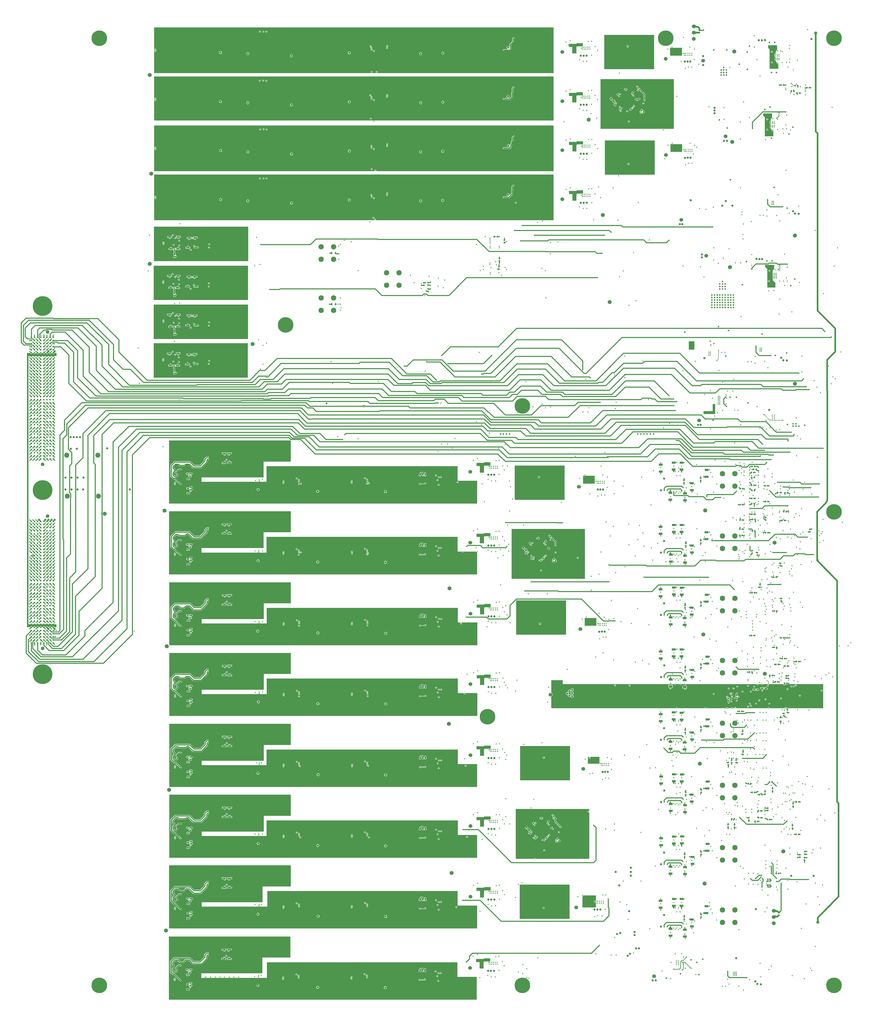
<source format=gbl>
G04*
G04 #@! TF.GenerationSoftware,Altium Limited,Altium Designer,22.9.1 (49)*
G04*
G04 Layer_Physical_Order=14*
G04 Layer_Color=255*
%FSLAX24Y24*%
%MOIN*%
G70*
G04*
G04 #@! TF.SameCoordinates,1003F32D-41C8-4A49-8BB1-F60438683A21*
G04*
G04*
G04 #@! TF.FilePolarity,Positive*
G04*
G01*
G75*
%ADD10C,0.0060*%
%ADD11C,0.0100*%
%ADD16C,0.0080*%
%ADD58R,0.0630X0.0350*%
G04:AMPARAMS|DCode=61|XSize=24.5mil|YSize=24.5mil|CornerRadius=6.1mil|HoleSize=0mil|Usage=FLASHONLY|Rotation=180.000|XOffset=0mil|YOffset=0mil|HoleType=Round|Shape=RoundedRectangle|*
%AMROUNDEDRECTD61*
21,1,0.0245,0.0123,0,0,180.0*
21,1,0.0123,0.0245,0,0,180.0*
1,1,0.0123,-0.0061,0.0061*
1,1,0.0123,0.0061,0.0061*
1,1,0.0123,0.0061,-0.0061*
1,1,0.0123,-0.0061,-0.0061*
%
%ADD61ROUNDEDRECTD61*%
%ADD118R,0.0630X0.0197*%
G04:AMPARAMS|DCode=119|XSize=24.5mil|YSize=24.5mil|CornerRadius=6.1mil|HoleSize=0mil|Usage=FLASHONLY|Rotation=270.000|XOffset=0mil|YOffset=0mil|HoleType=Round|Shape=RoundedRectangle|*
%AMROUNDEDRECTD119*
21,1,0.0245,0.0123,0,0,270.0*
21,1,0.0123,0.0245,0,0,270.0*
1,1,0.0123,-0.0061,-0.0061*
1,1,0.0123,-0.0061,0.0061*
1,1,0.0123,0.0061,0.0061*
1,1,0.0123,0.0061,-0.0061*
%
%ADD119ROUNDEDRECTD119*%
%ADD120R,0.0350X0.0240*%
%ADD121R,0.0240X0.0350*%
G04:AMPARAMS|DCode=123|XSize=24.5mil|YSize=24.5mil|CornerRadius=6.1mil|HoleSize=0mil|Usage=FLASHONLY|Rotation=45.000|XOffset=0mil|YOffset=0mil|HoleType=Round|Shape=RoundedRectangle|*
%AMROUNDEDRECTD123*
21,1,0.0245,0.0123,0,0,45.0*
21,1,0.0123,0.0245,0,0,45.0*
1,1,0.0123,0.0087,0.0000*
1,1,0.0123,0.0000,-0.0087*
1,1,0.0123,-0.0087,0.0000*
1,1,0.0123,0.0000,0.0087*
%
%ADD123ROUNDEDRECTD123*%
G04:AMPARAMS|DCode=124|XSize=24.5mil|YSize=24.5mil|CornerRadius=6.1mil|HoleSize=0mil|Usage=FLASHONLY|Rotation=135.000|XOffset=0mil|YOffset=0mil|HoleType=Round|Shape=RoundedRectangle|*
%AMROUNDEDRECTD124*
21,1,0.0245,0.0123,0,0,135.0*
21,1,0.0123,0.0245,0,0,135.0*
1,1,0.0123,0.0000,0.0087*
1,1,0.0123,0.0087,0.0000*
1,1,0.0123,0.0000,-0.0087*
1,1,0.0123,-0.0087,0.0000*
%
%ADD124ROUNDEDRECTD124*%
%ADD230C,0.0200*%
%ADD231C,0.0160*%
%ADD233C,0.0850*%
%ADD240C,0.3150*%
%ADD243C,0.0300*%
%ADD247C,0.0050*%
%ADD249C,0.0140*%
%ADD252C,0.0150*%
%ADD253C,0.0250*%
%ADD257C,0.0650*%
%ADD258C,0.0600*%
%ADD260C,0.0620*%
%ADD261C,0.0571*%
%ADD262C,0.0800*%
%ADD263C,0.2500*%
%ADD264C,0.0220*%
%ADD265C,0.0180*%
%ADD266C,0.0350*%
%ADD267C,0.0250*%
%ADD268C,0.0500*%
%ADD280R,0.0197X0.0630*%
%ADD281C,0.0252*%
G04:AMPARAMS|DCode=282|XSize=24mil|YSize=35mil|CornerRadius=0mil|HoleSize=0mil|Usage=FLASHONLY|Rotation=135.000|XOffset=0mil|YOffset=0mil|HoleType=Round|Shape=Rectangle|*
%AMROTATEDRECTD282*
4,1,4,0.0209,0.0039,-0.0039,-0.0209,-0.0209,-0.0039,0.0039,0.0209,0.0209,0.0039,0.0*
%
%ADD282ROTATEDRECTD282*%

G36*
X100004Y157972D02*
X99939Y157722D01*
X99678Y157656D01*
X99777Y158079D01*
X100004Y157972D01*
D02*
G37*
G36*
X100678Y157366D02*
X100758Y157363D01*
Y157203D01*
X100678Y157201D01*
X100497Y157165D01*
Y157401D01*
X100678Y157366D01*
D02*
G37*
G36*
X99993Y157015D02*
X99968Y156765D01*
X99713Y156682D01*
X99753Y157114D01*
X99993Y157015D01*
D02*
G37*
G36*
X81715Y154734D02*
X81665Y154706D01*
X81652Y154704D01*
X80765D01*
X80665Y154604D01*
Y153572D01*
X80660Y153570D01*
X80015D01*
Y154622D01*
X80013Y154620D01*
X79465D01*
Y154814D01*
X79465Y154815D01*
X79496Y154861D01*
X79507Y154915D01*
X79496Y154970D01*
X79465Y155016D01*
X79465Y155017D01*
Y155120D01*
X80615D01*
X80715Y155220D01*
X81715D01*
Y154734D01*
D02*
G37*
G36*
X112869Y154099D02*
X112639Y153870D01*
Y153551D01*
X112589Y153509D01*
X112583Y153511D01*
X112529Y153500D01*
X112482Y153469D01*
X112451Y153423D01*
X112440Y153368D01*
X112451Y153313D01*
X112482Y153267D01*
Y153240D01*
X112451Y153194D01*
X112440Y153139D01*
X112451Y153084D01*
X112482Y153038D01*
X112529Y153007D01*
X112581Y152997D01*
X112607Y152959D01*
X112587Y152920D01*
X112566Y152916D01*
X112520Y152885D01*
X112489Y152839D01*
X112478Y152784D01*
X112489Y152729D01*
X112520Y152683D01*
Y152656D01*
X112489Y152610D01*
X112478Y152555D01*
X112489Y152501D01*
X112520Y152454D01*
X112566Y152423D01*
X112621Y152413D01*
X112639Y152398D01*
Y152328D01*
X112852Y152115D01*
X112825Y152074D01*
X112814Y152020D01*
X112825Y151965D01*
X112856Y151919D01*
X112902Y151888D01*
X112957Y151877D01*
X113012Y151888D01*
X113019Y151893D01*
X113069Y151866D01*
Y151114D01*
X111674D01*
Y154208D01*
X111419Y154464D01*
Y154860D01*
X112869D01*
Y154099D01*
D02*
G37*
G36*
X95917Y154463D02*
X95954Y154439D01*
X96009Y154428D01*
X96063Y154439D01*
X96100Y154463D01*
X97596Y154463D01*
Y153207D01*
X95717D01*
X95717Y154463D01*
X95917D01*
D02*
G37*
G36*
X93122Y151025D02*
X85122D01*
Y156525D01*
X93122D01*
Y151025D01*
D02*
G37*
G36*
X76960Y157750D02*
X76990Y157738D01*
Y150410D01*
X12905D01*
Y150450D01*
Y157750D01*
X76960D01*
D02*
G37*
G36*
X81714Y146859D02*
X81664Y146831D01*
X81652Y146829D01*
X80764D01*
X80664Y146729D01*
Y145697D01*
X80659Y145695D01*
X80014D01*
Y146747D01*
X80013Y146745D01*
X79464D01*
Y147245D01*
X80614D01*
X80714Y147345D01*
X81714D01*
Y146859D01*
D02*
G37*
G36*
X113384Y144139D02*
X113225Y144040D01*
X113224Y143996D01*
X113124D01*
X113122Y144040D01*
X112964Y144139D01*
X113174Y144299D01*
X113384Y144139D01*
D02*
G37*
G36*
X76989Y149838D02*
X76989Y142790D01*
X48222D01*
X48219Y142792D01*
X48164Y142803D01*
X48110Y142792D01*
X48107Y142790D01*
X12904Y142790D01*
X12904Y149875D01*
X76939D01*
X76989Y149838D01*
D02*
G37*
G36*
X96310Y141457D02*
X84522D01*
Y149450D01*
X96310D01*
Y141457D01*
D02*
G37*
G36*
X112080Y143266D02*
X111850Y143036D01*
Y142736D01*
X111820Y142712D01*
X111766Y142701D01*
X111719Y142670D01*
X111688Y142623D01*
X111678Y142569D01*
X111688Y142514D01*
X111719Y142468D01*
Y142441D01*
X111688Y142395D01*
X111678Y142340D01*
X111688Y142285D01*
X111719Y142239D01*
X111766Y142208D01*
X111820Y142197D01*
X111849Y142174D01*
X111847Y142126D01*
X111803Y142117D01*
X111757Y142086D01*
X111726Y142040D01*
X111715Y141985D01*
X111726Y141930D01*
X111757Y141884D01*
Y141857D01*
X111726Y141811D01*
X111715Y141756D01*
X111726Y141702D01*
X111757Y141655D01*
X111803Y141624D01*
X111850Y141615D01*
Y141494D01*
X112082Y141262D01*
X112080Y141259D01*
X112069Y141204D01*
X112080Y141150D01*
X112111Y141103D01*
X112157Y141072D01*
X112212Y141062D01*
X112230Y141065D01*
X112280Y141026D01*
Y140280D01*
X110886D01*
Y143374D01*
X110630Y143630D01*
Y143930D01*
X112080D01*
Y143266D01*
D02*
G37*
G36*
X81719Y138987D02*
X81669Y138959D01*
X81656Y138956D01*
X80769D01*
X80669Y138856D01*
Y137825D01*
X80664Y137823D01*
X80019D01*
Y138874D01*
X80017Y138873D01*
X79469D01*
Y139373D01*
X80619D01*
X80719Y139473D01*
X81719D01*
Y138987D01*
D02*
G37*
G36*
X95957Y139019D02*
X95994Y138995D01*
X96048Y138984D01*
X96103Y138995D01*
X96139Y139019D01*
X97635Y139019D01*
Y137763D01*
X95757D01*
X95757Y139019D01*
X95957D01*
D02*
G37*
G36*
X76964Y142003D02*
X76994Y141990D01*
Y134663D01*
X48565D01*
X48564Y134664D01*
X48543Y134713D01*
X48553Y134760D01*
X48542Y134815D01*
X48511Y134861D01*
X48465Y134892D01*
X48410Y134903D01*
X48355Y134892D01*
X48309Y134861D01*
X48278Y134815D01*
X48267Y134760D01*
X48277Y134713D01*
X48256Y134664D01*
X48255Y134663D01*
X12909D01*
Y134703D01*
Y142003D01*
X76964D01*
D02*
G37*
G36*
X93230Y134120D02*
X85230D01*
Y139620D01*
X93230D01*
Y134120D01*
D02*
G37*
G36*
X81719Y131117D02*
X81669Y131089D01*
X81656Y131086D01*
X80769D01*
X80669Y130986D01*
Y129955D01*
X80664Y129953D01*
X80019D01*
Y131004D01*
X80017Y131003D01*
X79469D01*
Y131503D01*
X80619D01*
X80719Y131603D01*
X81719D01*
Y131117D01*
D02*
G37*
G36*
X76964Y134133D02*
X76994Y134120D01*
Y126793D01*
X75308D01*
X75295Y126802D01*
X75240Y126813D01*
X75185Y126802D01*
X75172Y126793D01*
X48478D01*
X48452Y126843D01*
X48467Y126865D01*
X48478Y126920D01*
X48467Y126975D01*
X48436Y127021D01*
X48390Y127052D01*
X48335Y127063D01*
X48280Y127052D01*
X48234Y127021D01*
X48203Y126975D01*
X48192Y126920D01*
X48203Y126865D01*
X48218Y126843D01*
X48191Y126793D01*
X12909D01*
Y126833D01*
Y134133D01*
X76964D01*
D02*
G37*
G36*
X27997Y120235D02*
X12867Y120235D01*
X12867Y125765D01*
X27997Y125765D01*
X27997Y120235D01*
D02*
G37*
G36*
X113506Y119690D02*
X113347Y119591D01*
X113346Y119548D01*
X113246D01*
X113244Y119591D01*
X113086Y119690D01*
X113296Y119850D01*
X113506Y119690D01*
D02*
G37*
G36*
X113149Y118894D02*
X113113Y118839D01*
X113023Y118928D01*
X113078Y118964D01*
X113149Y118894D01*
D02*
G37*
G36*
X112400Y118986D02*
X112170Y118756D01*
Y118394D01*
X112148Y118380D01*
X112117Y118333D01*
X112106Y118279D01*
X112117Y118224D01*
X112148Y118178D01*
Y118151D01*
X112117Y118104D01*
X112106Y118050D01*
X112117Y117995D01*
X112148Y117949D01*
X112170Y117934D01*
Y117869D01*
X112163Y117864D01*
X112132Y117818D01*
X112122Y117763D01*
X112132Y117709D01*
X112150Y117683D01*
X112159Y117649D01*
X112150Y117615D01*
X112132Y117589D01*
X112122Y117534D01*
X112132Y117480D01*
X112163Y117434D01*
X112170Y117429D01*
Y117214D01*
X112600Y116784D01*
Y116000D01*
X111300D01*
Y119000D01*
X110950Y119350D01*
Y119650D01*
X112400D01*
Y118986D01*
D02*
G37*
G36*
X27960Y113991D02*
X12830Y113991D01*
X12830Y119521D01*
X27960Y119521D01*
X27960Y113991D01*
D02*
G37*
G36*
X-3249Y108241D02*
X-3349D01*
X-3362Y108306D01*
X-3236D01*
X-3249Y108241D01*
D02*
G37*
G36*
X-4249D02*
X-4349D01*
X-4362Y108306D01*
X-4236D01*
X-4249Y108241D01*
D02*
G37*
G36*
X-5249D02*
X-5349D01*
X-5362Y108306D01*
X-5236D01*
X-5249Y108241D01*
D02*
G37*
G36*
X-6249D02*
X-6349D01*
X-6362Y108306D01*
X-6236D01*
X-6249Y108241D01*
D02*
G37*
G36*
X-3701Y108087D02*
X-3897D01*
X-3879Y108265D01*
X-3719D01*
X-3701Y108087D01*
D02*
G37*
G36*
X-4701D02*
X-4897D01*
X-4879Y108265D01*
X-4719D01*
X-4701Y108087D01*
D02*
G37*
G36*
X-6701D02*
X-6897D01*
X-6879Y108265D01*
X-6719D01*
X-6701Y108087D01*
D02*
G37*
G36*
X-3199Y108084D02*
X-3399D01*
X-3349Y108223D01*
X-3249D01*
X-3199Y108084D01*
D02*
G37*
G36*
X-4199D02*
X-4399D01*
X-4349Y108223D01*
X-4249D01*
X-4199Y108084D01*
D02*
G37*
G36*
X-6199D02*
X-6399D01*
X-6349Y108223D01*
X-6249D01*
X-6199Y108084D01*
D02*
G37*
G36*
X27977Y107749D02*
X12847Y107749D01*
X12847Y113279D01*
X27977Y113279D01*
X27977Y107749D01*
D02*
G37*
G36*
X-3550Y107668D02*
X-3605Y107631D01*
X-3676Y107702D01*
X-3639Y107757D01*
X-3550Y107668D01*
D02*
G37*
G36*
X-4550D02*
X-4605Y107631D01*
X-4676Y107702D01*
X-4639Y107757D01*
X-4550Y107668D01*
D02*
G37*
G36*
X-5923Y107702D02*
X-5993Y107631D01*
X-6048Y107668D01*
X-5959Y107757D01*
X-5923Y107702D01*
D02*
G37*
G36*
X-3611Y107625D02*
X-3674Y107491D01*
X-3816Y107633D01*
X-3682Y107696D01*
X-3611Y107625D01*
D02*
G37*
G36*
X-4611D02*
X-4674Y107491D01*
X-4816Y107633D01*
X-4682Y107696D01*
X-4611Y107625D01*
D02*
G37*
G36*
X-5783Y107633D02*
X-5924Y107491D01*
X-5987Y107625D01*
X-5916Y107696D01*
X-5783Y107633D01*
D02*
G37*
G36*
X-6291Y107634D02*
X-6424Y107489D01*
X-6538Y107616D01*
X-6440Y107744D01*
X-6291Y107634D01*
D02*
G37*
G36*
X-6961Y107558D02*
Y107458D01*
X-7026Y107445D01*
Y107571D01*
X-6961Y107558D01*
D02*
G37*
G36*
X-4050Y107168D02*
X-4105Y107131D01*
X-4176Y107202D01*
X-4139Y107257D01*
X-4050Y107168D01*
D02*
G37*
G36*
X-4550D02*
X-4605Y107131D01*
X-4676Y107202D01*
X-4639Y107257D01*
X-4550Y107168D01*
D02*
G37*
G36*
X-5423Y107202D02*
X-5493Y107131D01*
X-5548Y107168D01*
X-5459Y107257D01*
X-5423Y107202D01*
D02*
G37*
G36*
X-5923D02*
X-5993Y107131D01*
X-6048Y107168D01*
X-5959Y107257D01*
X-5923Y107202D01*
D02*
G37*
G36*
X-6423D02*
X-6493Y107131D01*
X-6548Y107168D01*
X-6459Y107257D01*
X-6423Y107202D01*
D02*
G37*
G36*
X-4111Y107125D02*
X-4174Y106991D01*
X-4316Y107133D01*
X-4182Y107196D01*
X-4111Y107125D01*
D02*
G37*
G36*
X-4611D02*
X-4674Y106991D01*
X-4816Y107133D01*
X-4682Y107196D01*
X-4611Y107125D01*
D02*
G37*
G36*
X-5283Y107133D02*
X-5424Y106991D01*
X-5487Y107125D01*
X-5416Y107196D01*
X-5283Y107133D01*
D02*
G37*
G36*
X-5783D02*
X-5924Y106991D01*
X-5987Y107125D01*
X-5916Y107196D01*
X-5783Y107133D01*
D02*
G37*
G36*
X-6283D02*
X-6424Y106991D01*
X-6487Y107125D01*
X-6416Y107196D01*
X-6283Y107133D01*
D02*
G37*
G36*
X-3561Y107108D02*
X-3675Y106987D01*
X-3805Y107134D01*
X-3653Y107242D01*
X-3561Y107108D01*
D02*
G37*
G36*
X-3113Y106945D02*
X-3178Y106958D01*
Y107058D01*
X-3113Y107071D01*
Y106945D01*
D02*
G37*
G36*
X-4050Y106668D02*
X-4105Y106631D01*
X-4176Y106702D01*
X-4139Y106757D01*
X-4050Y106668D01*
D02*
G37*
G36*
X-4550D02*
X-4605Y106631D01*
X-4676Y106702D01*
X-4639Y106757D01*
X-4550Y106668D01*
D02*
G37*
G36*
X-5423Y106702D02*
X-5493Y106631D01*
X-5548Y106668D01*
X-5459Y106757D01*
X-5423Y106702D01*
D02*
G37*
G36*
X-5923D02*
X-5993Y106631D01*
X-6048Y106668D01*
X-5959Y106757D01*
X-5923Y106702D01*
D02*
G37*
G36*
X-4111Y106625D02*
X-4174Y106491D01*
X-4316Y106633D01*
X-4182Y106696D01*
X-4111Y106625D01*
D02*
G37*
G36*
X-4611D02*
X-4674Y106491D01*
X-4816Y106633D01*
X-4682Y106696D01*
X-4611Y106625D01*
D02*
G37*
G36*
X-5283Y106633D02*
X-5424Y106491D01*
X-5487Y106625D01*
X-5416Y106696D01*
X-5283Y106633D01*
D02*
G37*
G36*
X-5783D02*
X-5924Y106491D01*
X-5987Y106625D01*
X-5916Y106696D01*
X-5783Y106633D01*
D02*
G37*
G36*
X-6291Y106634D02*
X-6424Y106489D01*
X-6538Y106616D01*
X-6440Y106744D01*
X-6291Y106634D01*
D02*
G37*
G36*
X-6920Y106558D02*
Y106458D01*
X-6985Y106445D01*
Y106571D01*
X-6920Y106558D01*
D02*
G37*
G36*
X-3050Y106168D02*
X-3105Y106131D01*
X-3176Y106202D01*
X-3139Y106257D01*
X-3050Y106168D01*
D02*
G37*
G36*
X-4050D02*
X-4105Y106131D01*
X-4176Y106202D01*
X-4139Y106257D01*
X-4050Y106168D01*
D02*
G37*
G36*
X-4550D02*
X-4605Y106131D01*
X-4676Y106202D01*
X-4639Y106257D01*
X-4550Y106168D01*
D02*
G37*
G36*
X-5423Y106202D02*
X-5493Y106131D01*
X-5548Y106168D01*
X-5459Y106257D01*
X-5423Y106202D01*
D02*
G37*
G36*
X-5923D02*
X-5993Y106131D01*
X-6048Y106168D01*
X-5959Y106257D01*
X-5923Y106202D01*
D02*
G37*
G36*
X-6423D02*
X-6493Y106131D01*
X-6548Y106168D01*
X-6459Y106257D01*
X-6423Y106202D01*
D02*
G37*
G36*
X99594Y106039D02*
X98686D01*
Y107386D01*
X99594D01*
Y106039D01*
D02*
G37*
G36*
X-4611Y106125D02*
X-4674Y105991D01*
X-4816Y106133D01*
X-4682Y106196D01*
X-4611Y106125D01*
D02*
G37*
G36*
X-5283Y106133D02*
X-5424Y105991D01*
X-5487Y106125D01*
X-5416Y106196D01*
X-5283Y106133D01*
D02*
G37*
G36*
X-5783D02*
X-5924Y105991D01*
X-5987Y106125D01*
X-5916Y106196D01*
X-5783Y106133D01*
D02*
G37*
G36*
X-6283D02*
X-6424Y105991D01*
X-6487Y106125D01*
X-6416Y106196D01*
X-6283Y106133D01*
D02*
G37*
G36*
X-3560Y106117D02*
X-3675Y105986D01*
X-3809Y106133D01*
X-3667Y106237D01*
X-3560Y106117D01*
D02*
G37*
G36*
X-3550Y105668D02*
X-3605Y105631D01*
X-3676Y105702D01*
X-3639Y105757D01*
X-3550Y105668D01*
D02*
G37*
G36*
X-4550D02*
X-4605Y105631D01*
X-4676Y105702D01*
X-4639Y105757D01*
X-4550Y105668D01*
D02*
G37*
G36*
X-5923Y105702D02*
X-5993Y105631D01*
X-6048Y105668D01*
X-5959Y105757D01*
X-5923Y105702D01*
D02*
G37*
G36*
X-6923D02*
X-6993Y105631D01*
X-7048Y105668D01*
X-6959Y105757D01*
X-6923Y105702D01*
D02*
G37*
G36*
X-3051Y105583D02*
X-3154Y105511D01*
X-3296Y105653D01*
X-3224Y105756D01*
X-3051Y105583D01*
D02*
G37*
G36*
X-4051D02*
X-4154Y105511D01*
X-4296Y105653D01*
X-4224Y105756D01*
X-4051Y105583D01*
D02*
G37*
G36*
X-4611Y105625D02*
X-4674Y105491D01*
X-4816Y105633D01*
X-4682Y105696D01*
X-4611Y105625D01*
D02*
G37*
G36*
X-5783Y105633D02*
X-5924Y105491D01*
X-5987Y105625D01*
X-5916Y105696D01*
X-5783Y105633D01*
D02*
G37*
G36*
X-6783D02*
X-6924Y105491D01*
X-6987Y105625D01*
X-6916Y105696D01*
X-6783Y105633D01*
D02*
G37*
G36*
X-2750Y105000D02*
X-3170D01*
X-3174Y104991D01*
X-3183Y105000D01*
X-3670D01*
X-3674Y104991D01*
X-3683Y105000D01*
X-4170D01*
X-4174Y104991D01*
X-4183Y105000D01*
X-4670D01*
X-4674Y104991D01*
X-4683Y105000D01*
X-5415D01*
X-5424Y104991D01*
X-5428Y105000D01*
X-5915D01*
X-5924Y104991D01*
X-5928Y105000D01*
X-6415D01*
X-6424Y104991D01*
X-6428Y105000D01*
X-6915D01*
X-6924Y104991D01*
X-6928Y105000D01*
X-7250D01*
Y61980D01*
X-6932D01*
X-6924Y61997D01*
X-6908Y61980D01*
X-6432D01*
X-6424Y61997D01*
X-6408Y61980D01*
X-5932D01*
X-5924Y61997D01*
X-5908Y61980D01*
X-5432D01*
X-5424Y61997D01*
X-5408Y61980D01*
X-4691D01*
X-4674Y61997D01*
X-4667Y61980D01*
X-4191D01*
X-4174Y61997D01*
X-4167Y61980D01*
X-3691D01*
X-3674Y61997D01*
X-3667Y61980D01*
X-3191D01*
X-3174Y61997D01*
X-3167Y61980D01*
X-2750D01*
Y61500D01*
X-3093D01*
X-3124Y61521D01*
X-3124Y61521D01*
X-3129Y61526D01*
X-3133Y61549D01*
X-3172Y61607D01*
X-3231Y61646D01*
X-3299Y61660D01*
X-3368Y61646D01*
X-3426Y61607D01*
X-3465Y61549D01*
X-3475Y61500D01*
X-3624D01*
X-3633Y61549D01*
X-3672Y61607D01*
X-3731Y61646D01*
X-3799Y61660D01*
X-3868Y61646D01*
X-3926Y61607D01*
X-3965Y61549D01*
X-3975Y61500D01*
X-4093D01*
X-4123Y61521D01*
X-4124Y61521D01*
X-4129Y61526D01*
X-4133Y61549D01*
X-4172Y61607D01*
X-4231Y61646D01*
X-4299Y61660D01*
X-4368Y61646D01*
X-4426Y61607D01*
X-4465Y61549D01*
X-4475Y61500D01*
X-4616D01*
X-4625Y61520D01*
X-4628Y61522D01*
X-4633Y61549D01*
X-4672Y61607D01*
X-4731Y61646D01*
X-4799Y61660D01*
X-4868Y61646D01*
X-4926Y61607D01*
X-4965Y61549D01*
X-4975Y61500D01*
X-5124D01*
X-5133Y61549D01*
X-5172Y61607D01*
X-5231Y61646D01*
X-5299Y61660D01*
X-5368Y61646D01*
X-5426Y61607D01*
X-5465Y61549D01*
X-5475Y61500D01*
X-5624D01*
X-5633Y61549D01*
X-5672Y61607D01*
X-5731Y61646D01*
X-5799Y61660D01*
X-5868Y61646D01*
X-5926Y61607D01*
X-5965Y61549D01*
X-5970Y61522D01*
X-5973Y61520D01*
X-5982Y61500D01*
X-6124D01*
X-6133Y61549D01*
X-6172Y61607D01*
X-6231Y61646D01*
X-6299Y61660D01*
X-6368Y61646D01*
X-6426Y61607D01*
X-6465Y61549D01*
X-6475Y61500D01*
X-6624D01*
X-6633Y61549D01*
X-6672Y61607D01*
X-6731Y61646D01*
X-6799Y61660D01*
X-6868Y61646D01*
X-6926Y61607D01*
X-6965Y61549D01*
X-6970Y61522D01*
X-6973Y61520D01*
X-6982Y61500D01*
X-7500D01*
Y105500D01*
X-6988D01*
X-6973Y105468D01*
X-6970Y105466D01*
X-6965Y105439D01*
X-6926Y105381D01*
X-6868Y105342D01*
X-6799Y105328D01*
X-6731Y105342D01*
X-6672Y105381D01*
X-6633Y105439D01*
X-6621Y105500D01*
X-6477D01*
X-6465Y105439D01*
X-6426Y105381D01*
X-6368Y105342D01*
X-6299Y105328D01*
X-6231Y105342D01*
X-6172Y105381D01*
X-6133Y105439D01*
X-6121Y105500D01*
X-5988D01*
X-5973Y105468D01*
X-5970Y105466D01*
X-5965Y105439D01*
X-5926Y105381D01*
X-5868Y105342D01*
X-5799Y105328D01*
X-5731Y105342D01*
X-5672Y105381D01*
X-5633Y105439D01*
X-5621Y105500D01*
X-5477D01*
X-5465Y105439D01*
X-5426Y105381D01*
X-5368Y105342D01*
X-5299Y105328D01*
X-5231Y105342D01*
X-5172Y105381D01*
X-5133Y105439D01*
X-5121Y105500D01*
X-4977D01*
X-4965Y105439D01*
X-4926Y105381D01*
X-4868Y105342D01*
X-4799Y105328D01*
X-4731Y105342D01*
X-4672Y105381D01*
X-4633Y105439D01*
X-4628Y105466D01*
X-4625Y105468D01*
X-4610Y105500D01*
X-4477D01*
X-4465Y105439D01*
X-4426Y105381D01*
X-4368Y105342D01*
X-4299Y105328D01*
X-4231Y105342D01*
X-4172Y105381D01*
X-4133Y105439D01*
X-4129Y105462D01*
X-4124Y105467D01*
X-4123Y105467D01*
X-4076Y105500D01*
X-3977D01*
X-3965Y105439D01*
X-3926Y105381D01*
X-3868Y105342D01*
X-3799Y105328D01*
X-3731Y105342D01*
X-3672Y105381D01*
X-3633Y105439D01*
X-3621Y105500D01*
X-3477D01*
X-3465Y105439D01*
X-3426Y105381D01*
X-3368Y105342D01*
X-3299Y105328D01*
X-3231Y105342D01*
X-3172Y105381D01*
X-3133Y105439D01*
X-3129Y105462D01*
X-3124Y105467D01*
X-3124Y105467D01*
X-3076Y105500D01*
X-2750D01*
Y105000D01*
D02*
G37*
G36*
X-3050Y104668D02*
X-3105Y104631D01*
X-3176Y104702D01*
X-3139Y104757D01*
X-3050Y104668D01*
D02*
G37*
G36*
X-3550D02*
X-3605Y104631D01*
X-3676Y104702D01*
X-3639Y104757D01*
X-3550Y104668D01*
D02*
G37*
G36*
X-4050D02*
X-4105Y104631D01*
X-4176Y104702D01*
X-4139Y104757D01*
X-4050Y104668D01*
D02*
G37*
G36*
X-4550D02*
X-4605Y104631D01*
X-4676Y104702D01*
X-4639Y104757D01*
X-4550Y104668D01*
D02*
G37*
G36*
X-5423Y104702D02*
X-5493Y104631D01*
X-5548Y104668D01*
X-5459Y104757D01*
X-5423Y104702D01*
D02*
G37*
G36*
X-5923D02*
X-5993Y104631D01*
X-6048Y104668D01*
X-5959Y104757D01*
X-5923Y104702D01*
D02*
G37*
G36*
X-6423D02*
X-6493Y104631D01*
X-6548Y104668D01*
X-6459Y104757D01*
X-6423Y104702D01*
D02*
G37*
G36*
X-6923D02*
X-6993Y104631D01*
X-7048Y104668D01*
X-6959Y104757D01*
X-6923Y104702D01*
D02*
G37*
G36*
X-3111Y104625D02*
X-3174Y104491D01*
X-3316Y104633D01*
X-3182Y104696D01*
X-3111Y104625D01*
D02*
G37*
G36*
X-3611D02*
X-3674Y104491D01*
X-3816Y104633D01*
X-3682Y104696D01*
X-3611Y104625D01*
D02*
G37*
G36*
X-4111D02*
X-4174Y104491D01*
X-4316Y104633D01*
X-4182Y104696D01*
X-4111Y104625D01*
D02*
G37*
G36*
X-4611D02*
X-4674Y104491D01*
X-4816Y104633D01*
X-4682Y104696D01*
X-4611Y104625D01*
D02*
G37*
G36*
X-5283Y104633D02*
X-5424Y104491D01*
X-5487Y104625D01*
X-5416Y104696D01*
X-5283Y104633D01*
D02*
G37*
G36*
X-5783D02*
X-5924Y104491D01*
X-5987Y104625D01*
X-5916Y104696D01*
X-5783Y104633D01*
D02*
G37*
G36*
X-6283D02*
X-6424Y104491D01*
X-6487Y104625D01*
X-6416Y104696D01*
X-6283Y104633D01*
D02*
G37*
G36*
X-6783D02*
X-6924Y104491D01*
X-6987Y104625D01*
X-6916Y104696D01*
X-6783Y104633D01*
D02*
G37*
G36*
X-3050Y104168D02*
X-3105Y104131D01*
X-3176Y104202D01*
X-3139Y104257D01*
X-3050Y104168D01*
D02*
G37*
G36*
X-3550D02*
X-3605Y104131D01*
X-3676Y104202D01*
X-3639Y104257D01*
X-3550Y104168D01*
D02*
G37*
G36*
X-4050D02*
X-4105Y104131D01*
X-4176Y104202D01*
X-4139Y104257D01*
X-4050Y104168D01*
D02*
G37*
G36*
X-4550D02*
X-4605Y104131D01*
X-4676Y104202D01*
X-4639Y104257D01*
X-4550Y104168D01*
D02*
G37*
G36*
X-5423Y104202D02*
X-5493Y104131D01*
X-5548Y104168D01*
X-5459Y104257D01*
X-5423Y104202D01*
D02*
G37*
G36*
X-6923D02*
X-6993Y104131D01*
X-7048Y104168D01*
X-6959Y104257D01*
X-6923Y104202D01*
D02*
G37*
G36*
X-5786Y104133D02*
X-5925Y103995D01*
X-6038Y104133D01*
X-5925Y104246D01*
X-5786Y104133D01*
D02*
G37*
G36*
X-6286D02*
X-6424Y103995D01*
X-6538Y104133D01*
X-6425Y104246D01*
X-6286Y104133D01*
D02*
G37*
G36*
X-3111Y104125D02*
X-3174Y103991D01*
X-3316Y104133D01*
X-3182Y104196D01*
X-3111Y104125D01*
D02*
G37*
G36*
X-3611D02*
X-3674Y103991D01*
X-3816Y104133D01*
X-3682Y104196D01*
X-3611Y104125D01*
D02*
G37*
G36*
X-4111D02*
X-4174Y103991D01*
X-4316Y104133D01*
X-4182Y104196D01*
X-4111Y104125D01*
D02*
G37*
G36*
X-4611D02*
X-4674Y103991D01*
X-4816Y104133D01*
X-4682Y104196D01*
X-4611Y104125D01*
D02*
G37*
G36*
X-5283Y104133D02*
X-5424Y103991D01*
X-5487Y104125D01*
X-5416Y104196D01*
X-5283Y104133D01*
D02*
G37*
G36*
X-6783D02*
X-6924Y103991D01*
X-6987Y104125D01*
X-6916Y104196D01*
X-6783Y104133D01*
D02*
G37*
G36*
X-3050Y103668D02*
X-3105Y103631D01*
X-3176Y103702D01*
X-3139Y103757D01*
X-3050Y103668D01*
D02*
G37*
G36*
X-4550D02*
X-4605Y103631D01*
X-4676Y103702D01*
X-4639Y103757D01*
X-4550Y103668D01*
D02*
G37*
G36*
X-5423Y103702D02*
X-5493Y103631D01*
X-5548Y103668D01*
X-5459Y103757D01*
X-5423Y103702D01*
D02*
G37*
G36*
X-5923D02*
X-5993Y103631D01*
X-6048Y103668D01*
X-5959Y103757D01*
X-5923Y103702D01*
D02*
G37*
G36*
X-6423D02*
X-6493Y103631D01*
X-6548Y103668D01*
X-6459Y103757D01*
X-6423Y103702D01*
D02*
G37*
G36*
X-6923D02*
X-6993Y103631D01*
X-7048Y103668D01*
X-6959Y103757D01*
X-6923Y103702D01*
D02*
G37*
G36*
X-3561Y103633D02*
X-3674Y103495D01*
X-3812Y103633D01*
X-3674Y103746D01*
X-3561Y103633D01*
D02*
G37*
G36*
X-4061D02*
X-4174Y103495D01*
X-4312Y103633D01*
X-4174Y103746D01*
X-4061Y103633D01*
D02*
G37*
G36*
X-3111Y103625D02*
X-3174Y103491D01*
X-3316Y103633D01*
X-3182Y103696D01*
X-3111Y103625D01*
D02*
G37*
G36*
X-4611D02*
X-4674Y103491D01*
X-4816Y103633D01*
X-4682Y103696D01*
X-4611Y103625D01*
D02*
G37*
G36*
X-5283Y103633D02*
X-5424Y103491D01*
X-5487Y103625D01*
X-5416Y103696D01*
X-5283Y103633D01*
D02*
G37*
G36*
X-5783D02*
X-5924Y103491D01*
X-5987Y103625D01*
X-5916Y103696D01*
X-5783Y103633D01*
D02*
G37*
G36*
X-6283D02*
X-6424Y103491D01*
X-6487Y103625D01*
X-6416Y103696D01*
X-6283Y103633D01*
D02*
G37*
G36*
X-6783D02*
X-6924Y103491D01*
X-6987Y103625D01*
X-6916Y103696D01*
X-6783Y103633D01*
D02*
G37*
G36*
X-3050Y103168D02*
X-3105Y103131D01*
X-3176Y103202D01*
X-3139Y103257D01*
X-3050Y103168D01*
D02*
G37*
G36*
X-3550D02*
X-3605Y103131D01*
X-3676Y103202D01*
X-3639Y103257D01*
X-3550Y103168D01*
D02*
G37*
G36*
X-4050D02*
X-4105Y103131D01*
X-4176Y103202D01*
X-4139Y103257D01*
X-4050Y103168D01*
D02*
G37*
G36*
X-4550D02*
X-4605Y103131D01*
X-4676Y103202D01*
X-4639Y103257D01*
X-4550Y103168D01*
D02*
G37*
G36*
X-5423Y103202D02*
X-5493Y103131D01*
X-5548Y103168D01*
X-5459Y103257D01*
X-5423Y103202D01*
D02*
G37*
G36*
X-5923D02*
X-5993Y103131D01*
X-6048Y103168D01*
X-5959Y103257D01*
X-5923Y103202D01*
D02*
G37*
G36*
X-6423D02*
X-6493Y103131D01*
X-6548Y103168D01*
X-6459Y103257D01*
X-6423Y103202D01*
D02*
G37*
G36*
X-6923D02*
X-6993Y103131D01*
X-7048Y103168D01*
X-6959Y103257D01*
X-6923Y103202D01*
D02*
G37*
G36*
X-3111Y103125D02*
X-3174Y102991D01*
X-3316Y103133D01*
X-3182Y103196D01*
X-3111Y103125D01*
D02*
G37*
G36*
X-3611D02*
X-3674Y102991D01*
X-3816Y103133D01*
X-3682Y103196D01*
X-3611Y103125D01*
D02*
G37*
G36*
X-4111D02*
X-4174Y102991D01*
X-4316Y103133D01*
X-4182Y103196D01*
X-4111Y103125D01*
D02*
G37*
G36*
X-4611D02*
X-4674Y102991D01*
X-4816Y103133D01*
X-4682Y103196D01*
X-4611Y103125D01*
D02*
G37*
G36*
X-5283Y103133D02*
X-5424Y102991D01*
X-5487Y103125D01*
X-5416Y103196D01*
X-5283Y103133D01*
D02*
G37*
G36*
X-5783D02*
X-5924Y102991D01*
X-5987Y103125D01*
X-5916Y103196D01*
X-5783Y103133D01*
D02*
G37*
G36*
X-6283D02*
X-6424Y102991D01*
X-6487Y103125D01*
X-6416Y103196D01*
X-6283Y103133D01*
D02*
G37*
G36*
X-6783D02*
X-6924Y102991D01*
X-6987Y103125D01*
X-6916Y103196D01*
X-6783Y103133D01*
D02*
G37*
G36*
X-3050Y102668D02*
X-3105Y102631D01*
X-3176Y102702D01*
X-3139Y102757D01*
X-3050Y102668D01*
D02*
G37*
G36*
X-3550D02*
X-3605Y102631D01*
X-3676Y102702D01*
X-3639Y102757D01*
X-3550Y102668D01*
D02*
G37*
G36*
X-4050D02*
X-4105Y102631D01*
X-4176Y102702D01*
X-4139Y102757D01*
X-4050Y102668D01*
D02*
G37*
G36*
X-4550D02*
X-4605Y102631D01*
X-4676Y102702D01*
X-4639Y102757D01*
X-4550Y102668D01*
D02*
G37*
G36*
X-5423Y102702D02*
X-5493Y102631D01*
X-5548Y102668D01*
X-5459Y102757D01*
X-5423Y102702D01*
D02*
G37*
G36*
X-6923D02*
X-6993Y102631D01*
X-7048Y102668D01*
X-6959Y102757D01*
X-6923Y102702D01*
D02*
G37*
G36*
X-5786Y102633D02*
X-5925Y102495D01*
X-6038Y102633D01*
X-5925Y102746D01*
X-5786Y102633D01*
D02*
G37*
G36*
X-6286D02*
X-6424Y102495D01*
X-6538Y102633D01*
X-6425Y102746D01*
X-6286Y102633D01*
D02*
G37*
G36*
X-3111Y102625D02*
X-3174Y102491D01*
X-3316Y102633D01*
X-3182Y102696D01*
X-3111Y102625D01*
D02*
G37*
G36*
X-3611D02*
X-3674Y102491D01*
X-3816Y102633D01*
X-3682Y102696D01*
X-3611Y102625D01*
D02*
G37*
G36*
X-4111D02*
X-4174Y102491D01*
X-4316Y102633D01*
X-4182Y102696D01*
X-4111Y102625D01*
D02*
G37*
G36*
X-4611D02*
X-4674Y102491D01*
X-4816Y102633D01*
X-4682Y102696D01*
X-4611Y102625D01*
D02*
G37*
G36*
X-5283Y102633D02*
X-5424Y102491D01*
X-5487Y102625D01*
X-5416Y102696D01*
X-5283Y102633D01*
D02*
G37*
G36*
X-6783D02*
X-6924Y102491D01*
X-6987Y102625D01*
X-6916Y102696D01*
X-6783Y102633D01*
D02*
G37*
G36*
X-4550Y102168D02*
X-4605Y102131D01*
X-4676Y102202D01*
X-4639Y102257D01*
X-4550Y102168D01*
D02*
G37*
G36*
X-5423Y102202D02*
X-5493Y102131D01*
X-5548Y102168D01*
X-5459Y102257D01*
X-5423Y102202D01*
D02*
G37*
G36*
X-5923D02*
X-5993Y102131D01*
X-6048Y102168D01*
X-5959Y102257D01*
X-5923Y102202D01*
D02*
G37*
G36*
X-6423D02*
X-6493Y102131D01*
X-6548Y102168D01*
X-6459Y102257D01*
X-6423Y102202D01*
D02*
G37*
G36*
X-6923D02*
X-6993Y102131D01*
X-7048Y102168D01*
X-6959Y102257D01*
X-6923Y102202D01*
D02*
G37*
G36*
X-3561Y102133D02*
X-3674Y101995D01*
X-3812Y102133D01*
X-3674Y102246D01*
X-3561Y102133D01*
D02*
G37*
G36*
X-4061D02*
X-4174Y101995D01*
X-4312Y102133D01*
X-4174Y102246D01*
X-4061Y102133D01*
D02*
G37*
G36*
X-4611Y102125D02*
X-4674Y101991D01*
X-4816Y102133D01*
X-4682Y102196D01*
X-4611Y102125D01*
D02*
G37*
G36*
X-5283Y102133D02*
X-5424Y101991D01*
X-5487Y102125D01*
X-5416Y102196D01*
X-5283Y102133D01*
D02*
G37*
G36*
X-5783D02*
X-5924Y101991D01*
X-5987Y102125D01*
X-5916Y102196D01*
X-5783Y102133D01*
D02*
G37*
G36*
X-6283D02*
X-6424Y101991D01*
X-6487Y102125D01*
X-6416Y102196D01*
X-6283Y102133D01*
D02*
G37*
G36*
X-6783D02*
X-6924Y101991D01*
X-6987Y102125D01*
X-6916Y102196D01*
X-6783Y102133D01*
D02*
G37*
G36*
X-3050Y101668D02*
X-3105Y101631D01*
X-3176Y101702D01*
X-3139Y101757D01*
X-3050Y101668D01*
D02*
G37*
G36*
X-3550D02*
X-3605Y101631D01*
X-3676Y101702D01*
X-3639Y101757D01*
X-3550Y101668D01*
D02*
G37*
G36*
X-4050D02*
X-4105Y101631D01*
X-4176Y101702D01*
X-4139Y101757D01*
X-4050Y101668D01*
D02*
G37*
G36*
X-4550D02*
X-4605Y101631D01*
X-4676Y101702D01*
X-4639Y101757D01*
X-4550Y101668D01*
D02*
G37*
G36*
X-5423Y101702D02*
X-5493Y101631D01*
X-5548Y101668D01*
X-5459Y101757D01*
X-5423Y101702D01*
D02*
G37*
G36*
X-5923D02*
X-5993Y101631D01*
X-6048Y101668D01*
X-5959Y101757D01*
X-5923Y101702D01*
D02*
G37*
G36*
X-6423D02*
X-6493Y101631D01*
X-6548Y101668D01*
X-6459Y101757D01*
X-6423Y101702D01*
D02*
G37*
G36*
X-6923D02*
X-6993Y101631D01*
X-7048Y101668D01*
X-6959Y101757D01*
X-6923Y101702D01*
D02*
G37*
G36*
X27949Y101531D02*
X12819Y101531D01*
X12819Y107061D01*
X27949Y107061D01*
X27949Y101531D01*
D02*
G37*
G36*
X-3111Y101625D02*
X-3174Y101491D01*
X-3316Y101633D01*
X-3182Y101696D01*
X-3111Y101625D01*
D02*
G37*
G36*
X-3611D02*
X-3674Y101491D01*
X-3816Y101633D01*
X-3682Y101696D01*
X-3611Y101625D01*
D02*
G37*
G36*
X-4111D02*
X-4174Y101491D01*
X-4316Y101633D01*
X-4182Y101696D01*
X-4111Y101625D01*
D02*
G37*
G36*
X-4611D02*
X-4674Y101491D01*
X-4816Y101633D01*
X-4682Y101696D01*
X-4611Y101625D01*
D02*
G37*
G36*
X-5283Y101633D02*
X-5424Y101491D01*
X-5487Y101625D01*
X-5416Y101696D01*
X-5283Y101633D01*
D02*
G37*
G36*
X-5783D02*
X-5924Y101491D01*
X-5987Y101625D01*
X-5916Y101696D01*
X-5783Y101633D01*
D02*
G37*
G36*
X-6283D02*
X-6424Y101491D01*
X-6487Y101625D01*
X-6416Y101696D01*
X-6283Y101633D01*
D02*
G37*
G36*
X-6783D02*
X-6924Y101491D01*
X-6987Y101625D01*
X-6916Y101696D01*
X-6783Y101633D01*
D02*
G37*
G36*
X-3050Y101168D02*
X-3105Y101131D01*
X-3176Y101202D01*
X-3139Y101257D01*
X-3050Y101168D01*
D02*
G37*
G36*
X-3550D02*
X-3605Y101131D01*
X-3676Y101202D01*
X-3639Y101257D01*
X-3550Y101168D01*
D02*
G37*
G36*
X-4050D02*
X-4105Y101131D01*
X-4176Y101202D01*
X-4139Y101257D01*
X-4050Y101168D01*
D02*
G37*
G36*
X-4550D02*
X-4605Y101131D01*
X-4676Y101202D01*
X-4639Y101257D01*
X-4550Y101168D01*
D02*
G37*
G36*
X-5423Y101202D02*
X-5493Y101131D01*
X-5548Y101168D01*
X-5459Y101257D01*
X-5423Y101202D01*
D02*
G37*
G36*
X-6923D02*
X-6993Y101131D01*
X-7048Y101168D01*
X-6959Y101257D01*
X-6923Y101202D01*
D02*
G37*
G36*
X-5786Y101133D02*
X-5925Y100995D01*
X-6038Y101133D01*
X-5925Y101246D01*
X-5786Y101133D01*
D02*
G37*
G36*
X-6286D02*
X-6424Y100995D01*
X-6538Y101133D01*
X-6425Y101246D01*
X-6286Y101133D01*
D02*
G37*
G36*
X-3111Y101125D02*
X-3174Y100991D01*
X-3316Y101133D01*
X-3182Y101196D01*
X-3111Y101125D01*
D02*
G37*
G36*
X-3611D02*
X-3674Y100991D01*
X-3816Y101133D01*
X-3682Y101196D01*
X-3611Y101125D01*
D02*
G37*
G36*
X-4111D02*
X-4174Y100991D01*
X-4316Y101133D01*
X-4182Y101196D01*
X-4111Y101125D01*
D02*
G37*
G36*
X-4611D02*
X-4674Y100991D01*
X-4816Y101133D01*
X-4682Y101196D01*
X-4611Y101125D01*
D02*
G37*
G36*
X-5283Y101133D02*
X-5424Y100991D01*
X-5487Y101125D01*
X-5416Y101196D01*
X-5283Y101133D01*
D02*
G37*
G36*
X-6783D02*
X-6924Y100991D01*
X-6987Y101125D01*
X-6916Y101196D01*
X-6783Y101133D01*
D02*
G37*
G36*
X-3050Y100668D02*
X-3105Y100631D01*
X-3176Y100702D01*
X-3139Y100757D01*
X-3050Y100668D01*
D02*
G37*
G36*
X-4550D02*
X-4605Y100631D01*
X-4676Y100702D01*
X-4639Y100757D01*
X-4550Y100668D01*
D02*
G37*
G36*
X-5423Y100702D02*
X-5493Y100631D01*
X-5548Y100668D01*
X-5459Y100757D01*
X-5423Y100702D01*
D02*
G37*
G36*
X-5923D02*
X-5993Y100631D01*
X-6048Y100668D01*
X-5959Y100757D01*
X-5923Y100702D01*
D02*
G37*
G36*
X-6423D02*
X-6493Y100631D01*
X-6548Y100668D01*
X-6459Y100757D01*
X-6423Y100702D01*
D02*
G37*
G36*
X-6923D02*
X-6993Y100631D01*
X-7048Y100668D01*
X-6959Y100757D01*
X-6923Y100702D01*
D02*
G37*
G36*
X-3561Y100633D02*
X-3674Y100495D01*
X-3812Y100633D01*
X-3674Y100746D01*
X-3561Y100633D01*
D02*
G37*
G36*
X-4061D02*
X-4174Y100495D01*
X-4312Y100633D01*
X-4174Y100746D01*
X-4061Y100633D01*
D02*
G37*
G36*
X-3111Y100625D02*
X-3174Y100491D01*
X-3316Y100633D01*
X-3182Y100696D01*
X-3111Y100625D01*
D02*
G37*
G36*
X-4611D02*
X-4674Y100491D01*
X-4816Y100633D01*
X-4682Y100696D01*
X-4611Y100625D01*
D02*
G37*
G36*
X-5283Y100633D02*
X-5424Y100491D01*
X-5487Y100625D01*
X-5416Y100696D01*
X-5283Y100633D01*
D02*
G37*
G36*
X-5783D02*
X-5924Y100491D01*
X-5987Y100625D01*
X-5916Y100696D01*
X-5783Y100633D01*
D02*
G37*
G36*
X-6283D02*
X-6424Y100491D01*
X-6487Y100625D01*
X-6416Y100696D01*
X-6283Y100633D01*
D02*
G37*
G36*
X-6783D02*
X-6924Y100491D01*
X-6987Y100625D01*
X-6916Y100696D01*
X-6783Y100633D01*
D02*
G37*
G36*
X-3050Y100168D02*
X-3105Y100131D01*
X-3176Y100202D01*
X-3139Y100257D01*
X-3050Y100168D01*
D02*
G37*
G36*
X-3550D02*
X-3605Y100131D01*
X-3676Y100202D01*
X-3639Y100257D01*
X-3550Y100168D01*
D02*
G37*
G36*
X-4050D02*
X-4105Y100131D01*
X-4176Y100202D01*
X-4139Y100257D01*
X-4050Y100168D01*
D02*
G37*
G36*
X-4550D02*
X-4605Y100131D01*
X-4676Y100202D01*
X-4639Y100257D01*
X-4550Y100168D01*
D02*
G37*
G36*
X-5423Y100202D02*
X-5493Y100131D01*
X-5548Y100168D01*
X-5459Y100257D01*
X-5423Y100202D01*
D02*
G37*
G36*
X-5923D02*
X-5993Y100131D01*
X-6048Y100168D01*
X-5959Y100257D01*
X-5923Y100202D01*
D02*
G37*
G36*
X-6423D02*
X-6493Y100131D01*
X-6548Y100168D01*
X-6459Y100257D01*
X-6423Y100202D01*
D02*
G37*
G36*
X-6923D02*
X-6993Y100131D01*
X-7048Y100168D01*
X-6959Y100257D01*
X-6923Y100202D01*
D02*
G37*
G36*
X-3111Y100125D02*
X-3174Y99991D01*
X-3316Y100133D01*
X-3182Y100196D01*
X-3111Y100125D01*
D02*
G37*
G36*
X-3611D02*
X-3674Y99991D01*
X-3816Y100133D01*
X-3682Y100196D01*
X-3611Y100125D01*
D02*
G37*
G36*
X-4111D02*
X-4174Y99991D01*
X-4316Y100133D01*
X-4182Y100196D01*
X-4111Y100125D01*
D02*
G37*
G36*
X-4611D02*
X-4674Y99991D01*
X-4816Y100133D01*
X-4682Y100196D01*
X-4611Y100125D01*
D02*
G37*
G36*
X-5283Y100133D02*
X-5424Y99991D01*
X-5487Y100125D01*
X-5416Y100196D01*
X-5283Y100133D01*
D02*
G37*
G36*
X-5783D02*
X-5924Y99991D01*
X-5987Y100125D01*
X-5916Y100196D01*
X-5783Y100133D01*
D02*
G37*
G36*
X-6283D02*
X-6424Y99991D01*
X-6487Y100125D01*
X-6416Y100196D01*
X-6283Y100133D01*
D02*
G37*
G36*
X-6783D02*
X-6924Y99991D01*
X-6987Y100125D01*
X-6916Y100196D01*
X-6783Y100133D01*
D02*
G37*
G36*
X-3050Y99668D02*
X-3105Y99631D01*
X-3176Y99702D01*
X-3139Y99757D01*
X-3050Y99668D01*
D02*
G37*
G36*
X-3550D02*
X-3605Y99631D01*
X-3676Y99702D01*
X-3639Y99757D01*
X-3550Y99668D01*
D02*
G37*
G36*
X-4050D02*
X-4105Y99631D01*
X-4176Y99702D01*
X-4139Y99757D01*
X-4050Y99668D01*
D02*
G37*
G36*
X-4550D02*
X-4605Y99631D01*
X-4676Y99702D01*
X-4639Y99757D01*
X-4550Y99668D01*
D02*
G37*
G36*
X-5423Y99702D02*
X-5493Y99631D01*
X-5548Y99668D01*
X-5459Y99757D01*
X-5423Y99702D01*
D02*
G37*
G36*
X-6923D02*
X-6993Y99631D01*
X-7048Y99668D01*
X-6959Y99757D01*
X-6923Y99702D01*
D02*
G37*
G36*
X-5786Y99633D02*
X-5925Y99495D01*
X-6038Y99633D01*
X-5925Y99746D01*
X-5786Y99633D01*
D02*
G37*
G36*
X-6286D02*
X-6424Y99495D01*
X-6538Y99633D01*
X-6425Y99746D01*
X-6286Y99633D01*
D02*
G37*
G36*
X-3111Y99625D02*
X-3174Y99491D01*
X-3316Y99633D01*
X-3182Y99696D01*
X-3111Y99625D01*
D02*
G37*
G36*
X-3611D02*
X-3674Y99491D01*
X-3816Y99633D01*
X-3682Y99696D01*
X-3611Y99625D01*
D02*
G37*
G36*
X-4111D02*
X-4174Y99491D01*
X-4316Y99633D01*
X-4182Y99696D01*
X-4111Y99625D01*
D02*
G37*
G36*
X-4611D02*
X-4674Y99491D01*
X-4816Y99633D01*
X-4682Y99696D01*
X-4611Y99625D01*
D02*
G37*
G36*
X-5283Y99633D02*
X-5424Y99491D01*
X-5487Y99625D01*
X-5416Y99696D01*
X-5283Y99633D01*
D02*
G37*
G36*
X-6783D02*
X-6924Y99491D01*
X-6987Y99625D01*
X-6916Y99696D01*
X-6783Y99633D01*
D02*
G37*
G36*
X-4550Y99168D02*
X-4605Y99131D01*
X-4676Y99202D01*
X-4639Y99257D01*
X-4550Y99168D01*
D02*
G37*
G36*
X-5423Y99202D02*
X-5493Y99131D01*
X-5548Y99168D01*
X-5459Y99257D01*
X-5423Y99202D01*
D02*
G37*
G36*
X-5923D02*
X-5993Y99131D01*
X-6048Y99168D01*
X-5959Y99257D01*
X-5923Y99202D01*
D02*
G37*
G36*
X-6423D02*
X-6493Y99131D01*
X-6548Y99168D01*
X-6459Y99257D01*
X-6423Y99202D01*
D02*
G37*
G36*
X-6923D02*
X-6993Y99131D01*
X-7048Y99168D01*
X-6959Y99257D01*
X-6923Y99202D01*
D02*
G37*
G36*
X-3561Y99133D02*
X-3674Y98995D01*
X-3812Y99133D01*
X-3674Y99246D01*
X-3561Y99133D01*
D02*
G37*
G36*
X-4061D02*
X-4174Y98995D01*
X-4312Y99133D01*
X-4174Y99246D01*
X-4061Y99133D01*
D02*
G37*
G36*
X-4611Y99125D02*
X-4674Y98991D01*
X-4816Y99133D01*
X-4682Y99196D01*
X-4611Y99125D01*
D02*
G37*
G36*
X-5283Y99133D02*
X-5424Y98991D01*
X-5487Y99125D01*
X-5416Y99196D01*
X-5283Y99133D01*
D02*
G37*
G36*
X-5783D02*
X-5924Y98991D01*
X-5987Y99125D01*
X-5916Y99196D01*
X-5783Y99133D01*
D02*
G37*
G36*
X-6283D02*
X-6424Y98991D01*
X-6487Y99125D01*
X-6416Y99196D01*
X-6283Y99133D01*
D02*
G37*
G36*
X-6783D02*
X-6924Y98991D01*
X-6987Y99125D01*
X-6916Y99196D01*
X-6783Y99133D01*
D02*
G37*
G36*
X-3050Y98668D02*
X-3105Y98631D01*
X-3176Y98702D01*
X-3139Y98757D01*
X-3050Y98668D01*
D02*
G37*
G36*
X-3550D02*
X-3605Y98631D01*
X-3676Y98702D01*
X-3639Y98757D01*
X-3550Y98668D01*
D02*
G37*
G36*
X-4050D02*
X-4105Y98631D01*
X-4176Y98702D01*
X-4139Y98757D01*
X-4050Y98668D01*
D02*
G37*
G36*
X-4550D02*
X-4605Y98631D01*
X-4676Y98702D01*
X-4639Y98757D01*
X-4550Y98668D01*
D02*
G37*
G36*
X-5423Y98702D02*
X-5493Y98631D01*
X-5548Y98668D01*
X-5459Y98757D01*
X-5423Y98702D01*
D02*
G37*
G36*
X-5923D02*
X-5993Y98631D01*
X-6048Y98668D01*
X-5959Y98757D01*
X-5923Y98702D01*
D02*
G37*
G36*
X-6423D02*
X-6493Y98631D01*
X-6548Y98668D01*
X-6459Y98757D01*
X-6423Y98702D01*
D02*
G37*
G36*
X-6923D02*
X-6993Y98631D01*
X-7048Y98668D01*
X-6959Y98757D01*
X-6923Y98702D01*
D02*
G37*
G36*
X-3111Y98625D02*
X-3174Y98491D01*
X-3316Y98633D01*
X-3182Y98696D01*
X-3111Y98625D01*
D02*
G37*
G36*
X-3611D02*
X-3674Y98491D01*
X-3816Y98633D01*
X-3682Y98696D01*
X-3611Y98625D01*
D02*
G37*
G36*
X-4111D02*
X-4174Y98491D01*
X-4316Y98633D01*
X-4182Y98696D01*
X-4111Y98625D01*
D02*
G37*
G36*
X-4611D02*
X-4674Y98491D01*
X-4816Y98633D01*
X-4682Y98696D01*
X-4611Y98625D01*
D02*
G37*
G36*
X-5283Y98633D02*
X-5424Y98491D01*
X-5487Y98625D01*
X-5416Y98696D01*
X-5283Y98633D01*
D02*
G37*
G36*
X-5783D02*
X-5924Y98491D01*
X-5987Y98625D01*
X-5916Y98696D01*
X-5783Y98633D01*
D02*
G37*
G36*
X-6283D02*
X-6424Y98491D01*
X-6487Y98625D01*
X-6416Y98696D01*
X-6283Y98633D01*
D02*
G37*
G36*
X-6783D02*
X-6924Y98491D01*
X-6987Y98625D01*
X-6916Y98696D01*
X-6783Y98633D01*
D02*
G37*
G36*
X-5283Y97883D02*
X-5416Y97820D01*
X-5487Y97891D01*
X-5424Y98024D01*
X-5283Y97883D01*
D02*
G37*
G36*
X-5783D02*
X-5916Y97820D01*
X-5987Y97891D01*
X-5924Y98024D01*
X-5783Y97883D01*
D02*
G37*
G36*
X-6283D02*
X-6416Y97820D01*
X-6487Y97891D01*
X-6424Y98024D01*
X-6283Y97883D01*
D02*
G37*
G36*
X-6783D02*
X-6916Y97820D01*
X-6987Y97891D01*
X-6924Y98024D01*
X-6783Y97883D01*
D02*
G37*
G36*
X-5423Y97814D02*
X-5459Y97759D01*
X-5548Y97848D01*
X-5493Y97884D01*
X-5423Y97814D01*
D02*
G37*
G36*
X-5923D02*
X-5959Y97759D01*
X-6048Y97848D01*
X-5993Y97884D01*
X-5923Y97814D01*
D02*
G37*
G36*
X-6423D02*
X-6459Y97759D01*
X-6548Y97848D01*
X-6493Y97884D01*
X-6423Y97814D01*
D02*
G37*
G36*
X-6923D02*
X-6959Y97759D01*
X-7048Y97848D01*
X-6993Y97884D01*
X-6923Y97814D01*
D02*
G37*
G36*
X-3111Y97391D02*
X-3182Y97320D01*
X-3316Y97383D01*
X-3174Y97524D01*
X-3111Y97391D01*
D02*
G37*
G36*
X-3611D02*
X-3682Y97320D01*
X-3816Y97383D01*
X-3674Y97524D01*
X-3611Y97391D01*
D02*
G37*
G36*
X-4111D02*
X-4182Y97320D01*
X-4316Y97383D01*
X-4174Y97524D01*
X-4111Y97391D01*
D02*
G37*
G36*
X-4611D02*
X-4682Y97320D01*
X-4816Y97383D01*
X-4674Y97524D01*
X-4611Y97391D01*
D02*
G37*
G36*
X-5283Y97383D02*
X-5416Y97320D01*
X-5487Y97391D01*
X-5424Y97524D01*
X-5283Y97383D01*
D02*
G37*
G36*
X-5783D02*
X-5916Y97320D01*
X-5987Y97391D01*
X-5924Y97524D01*
X-5783Y97383D01*
D02*
G37*
G36*
X-6283D02*
X-6416Y97320D01*
X-6487Y97391D01*
X-6424Y97524D01*
X-6283Y97383D01*
D02*
G37*
G36*
X-6783D02*
X-6916Y97320D01*
X-6987Y97391D01*
X-6924Y97524D01*
X-6783Y97383D01*
D02*
G37*
G36*
X-3050Y97348D02*
X-3139Y97259D01*
X-3176Y97314D01*
X-3105Y97384D01*
X-3050Y97348D01*
D02*
G37*
G36*
X-3550D02*
X-3639Y97259D01*
X-3676Y97314D01*
X-3605Y97384D01*
X-3550Y97348D01*
D02*
G37*
G36*
X-4050D02*
X-4139Y97259D01*
X-4176Y97314D01*
X-4105Y97384D01*
X-4050Y97348D01*
D02*
G37*
G36*
X-4550D02*
X-4639Y97259D01*
X-4676Y97314D01*
X-4605Y97384D01*
X-4550Y97348D01*
D02*
G37*
G36*
X-5423Y97314D02*
X-5459Y97259D01*
X-5548Y97348D01*
X-5493Y97384D01*
X-5423Y97314D01*
D02*
G37*
G36*
X-5923D02*
X-5959Y97259D01*
X-6048Y97348D01*
X-5993Y97384D01*
X-5923Y97314D01*
D02*
G37*
G36*
X-6423D02*
X-6459Y97259D01*
X-6548Y97348D01*
X-6493Y97384D01*
X-6423Y97314D01*
D02*
G37*
G36*
X-6923D02*
X-6959Y97259D01*
X-7048Y97348D01*
X-6993Y97384D01*
X-6923Y97314D01*
D02*
G37*
G36*
X-3111Y96891D02*
X-3182Y96820D01*
X-3316Y96883D01*
X-3174Y97024D01*
X-3111Y96891D01*
D02*
G37*
G36*
X-3611D02*
X-3682Y96820D01*
X-3816Y96883D01*
X-3674Y97024D01*
X-3611Y96891D01*
D02*
G37*
G36*
X-4111D02*
X-4182Y96820D01*
X-4316Y96883D01*
X-4174Y97024D01*
X-4111Y96891D01*
D02*
G37*
G36*
X-4611D02*
X-4682Y96820D01*
X-4816Y96883D01*
X-4674Y97024D01*
X-4611Y96891D01*
D02*
G37*
G36*
X-5283Y96883D02*
X-5416Y96820D01*
X-5487Y96891D01*
X-5424Y97024D01*
X-5283Y96883D01*
D02*
G37*
G36*
X-6783D02*
X-6916Y96820D01*
X-6987Y96891D01*
X-6924Y97024D01*
X-6783Y96883D01*
D02*
G37*
G36*
X-3050Y96848D02*
X-3139Y96759D01*
X-3176Y96814D01*
X-3105Y96884D01*
X-3050Y96848D01*
D02*
G37*
G36*
X-3550D02*
X-3639Y96759D01*
X-3676Y96814D01*
X-3605Y96884D01*
X-3550Y96848D01*
D02*
G37*
G36*
X-4050D02*
X-4139Y96759D01*
X-4176Y96814D01*
X-4105Y96884D01*
X-4050Y96848D01*
D02*
G37*
G36*
X-4550D02*
X-4639Y96759D01*
X-4676Y96814D01*
X-4605Y96884D01*
X-4550Y96848D01*
D02*
G37*
G36*
X-5423Y96814D02*
X-5459Y96759D01*
X-5548Y96848D01*
X-5493Y96884D01*
X-5423Y96814D01*
D02*
G37*
G36*
X-6923D02*
X-6959Y96759D01*
X-7048Y96848D01*
X-6993Y96884D01*
X-6923Y96814D01*
D02*
G37*
G36*
X-3111Y96391D02*
X-3182Y96320D01*
X-3316Y96383D01*
X-3174Y96524D01*
X-3111Y96391D01*
D02*
G37*
G36*
X-4611D02*
X-4682Y96320D01*
X-4816Y96383D01*
X-4674Y96524D01*
X-4611Y96391D01*
D02*
G37*
G36*
X-5283Y96383D02*
X-5416Y96320D01*
X-5487Y96391D01*
X-5424Y96524D01*
X-5283Y96383D01*
D02*
G37*
G36*
X-5783D02*
X-5916Y96320D01*
X-5987Y96391D01*
X-5924Y96524D01*
X-5783Y96383D01*
D02*
G37*
G36*
X-6283D02*
X-6416Y96320D01*
X-6487Y96391D01*
X-6424Y96524D01*
X-6283Y96383D01*
D02*
G37*
G36*
X-6783D02*
X-6916Y96320D01*
X-6987Y96391D01*
X-6924Y96524D01*
X-6783Y96383D01*
D02*
G37*
G36*
X-3050Y96348D02*
X-3139Y96259D01*
X-3176Y96314D01*
X-3105Y96384D01*
X-3050Y96348D01*
D02*
G37*
G36*
X-4550D02*
X-4639Y96259D01*
X-4676Y96314D01*
X-4605Y96384D01*
X-4550Y96348D01*
D02*
G37*
G36*
X-5423Y96314D02*
X-5459Y96259D01*
X-5548Y96348D01*
X-5493Y96384D01*
X-5423Y96314D01*
D02*
G37*
G36*
X-5923D02*
X-5959Y96259D01*
X-6048Y96348D01*
X-5993Y96384D01*
X-5923Y96314D01*
D02*
G37*
G36*
X-6423D02*
X-6459Y96259D01*
X-6548Y96348D01*
X-6493Y96384D01*
X-6423Y96314D01*
D02*
G37*
G36*
X-6923D02*
X-6959Y96259D01*
X-7048Y96348D01*
X-6993Y96384D01*
X-6923Y96314D01*
D02*
G37*
G36*
X-3111Y95891D02*
X-3182Y95820D01*
X-3316Y95883D01*
X-3174Y96024D01*
X-3111Y95891D01*
D02*
G37*
G36*
X-3611D02*
X-3682Y95820D01*
X-3816Y95883D01*
X-3674Y96024D01*
X-3611Y95891D01*
D02*
G37*
G36*
X-4111D02*
X-4182Y95820D01*
X-4316Y95883D01*
X-4174Y96024D01*
X-4111Y95891D01*
D02*
G37*
G36*
X-4611D02*
X-4682Y95820D01*
X-4816Y95883D01*
X-4674Y96024D01*
X-4611Y95891D01*
D02*
G37*
G36*
X-5283Y95883D02*
X-5416Y95820D01*
X-5487Y95891D01*
X-5424Y96024D01*
X-5283Y95883D01*
D02*
G37*
G36*
X-5783D02*
X-5916Y95820D01*
X-5987Y95891D01*
X-5924Y96024D01*
X-5783Y95883D01*
D02*
G37*
G36*
X-6283D02*
X-6416Y95820D01*
X-6487Y95891D01*
X-6424Y96024D01*
X-6283Y95883D01*
D02*
G37*
G36*
X-6783D02*
X-6916Y95820D01*
X-6987Y95891D01*
X-6924Y96024D01*
X-6783Y95883D01*
D02*
G37*
G36*
X-3050Y95848D02*
X-3139Y95759D01*
X-3176Y95814D01*
X-3105Y95884D01*
X-3050Y95848D01*
D02*
G37*
G36*
X-3550D02*
X-3639Y95759D01*
X-3676Y95814D01*
X-3605Y95884D01*
X-3550Y95848D01*
D02*
G37*
G36*
X-4050D02*
X-4139Y95759D01*
X-4176Y95814D01*
X-4105Y95884D01*
X-4050Y95848D01*
D02*
G37*
G36*
X-4550D02*
X-4639Y95759D01*
X-4676Y95814D01*
X-4605Y95884D01*
X-4550Y95848D01*
D02*
G37*
G36*
X-5423Y95814D02*
X-5459Y95759D01*
X-5548Y95848D01*
X-5493Y95884D01*
X-5423Y95814D01*
D02*
G37*
G36*
X-5923D02*
X-5959Y95759D01*
X-6048Y95848D01*
X-5993Y95884D01*
X-5923Y95814D01*
D02*
G37*
G36*
X-6423D02*
X-6459Y95759D01*
X-6548Y95848D01*
X-6493Y95884D01*
X-6423Y95814D01*
D02*
G37*
G36*
X-6923D02*
X-6959Y95759D01*
X-7048Y95848D01*
X-6993Y95884D01*
X-6923Y95814D01*
D02*
G37*
G36*
X102928Y95695D02*
X101078Y95695D01*
Y96183D01*
X102528D01*
Y97304D01*
X102928D01*
X102928Y95695D01*
D02*
G37*
G36*
X-3111Y95391D02*
X-3182Y95320D01*
X-3316Y95383D01*
X-3174Y95524D01*
X-3111Y95391D01*
D02*
G37*
G36*
X-3611D02*
X-3682Y95320D01*
X-3816Y95383D01*
X-3674Y95524D01*
X-3611Y95391D01*
D02*
G37*
G36*
X-4111D02*
X-4182Y95320D01*
X-4316Y95383D01*
X-4174Y95524D01*
X-4111Y95391D01*
D02*
G37*
G36*
X-4611D02*
X-4682Y95320D01*
X-4816Y95383D01*
X-4674Y95524D01*
X-4611Y95391D01*
D02*
G37*
G36*
X-5283Y95383D02*
X-5416Y95320D01*
X-5487Y95391D01*
X-5424Y95524D01*
X-5283Y95383D01*
D02*
G37*
G36*
X-6783D02*
X-6916Y95320D01*
X-6987Y95391D01*
X-6924Y95524D01*
X-6783Y95383D01*
D02*
G37*
G36*
X-3050Y95348D02*
X-3139Y95259D01*
X-3176Y95314D01*
X-3105Y95384D01*
X-3050Y95348D01*
D02*
G37*
G36*
X-3550D02*
X-3639Y95259D01*
X-3676Y95314D01*
X-3605Y95384D01*
X-3550Y95348D01*
D02*
G37*
G36*
X-4050D02*
X-4139Y95259D01*
X-4176Y95314D01*
X-4105Y95384D01*
X-4050Y95348D01*
D02*
G37*
G36*
X-4550D02*
X-4639Y95259D01*
X-4676Y95314D01*
X-4605Y95384D01*
X-4550Y95348D01*
D02*
G37*
G36*
X-5423Y95314D02*
X-5459Y95259D01*
X-5548Y95348D01*
X-5493Y95384D01*
X-5423Y95314D01*
D02*
G37*
G36*
X-6923D02*
X-6959Y95259D01*
X-7048Y95348D01*
X-6993Y95384D01*
X-6923Y95314D01*
D02*
G37*
G36*
X-3111Y94891D02*
X-3182Y94820D01*
X-3316Y94883D01*
X-3174Y95024D01*
X-3111Y94891D01*
D02*
G37*
G36*
X-4611D02*
X-4682Y94820D01*
X-4816Y94883D01*
X-4674Y95024D01*
X-4611Y94891D01*
D02*
G37*
G36*
X-5283Y94883D02*
X-5416Y94820D01*
X-5487Y94891D01*
X-5424Y95024D01*
X-5283Y94883D01*
D02*
G37*
G36*
X-5783D02*
X-5916Y94820D01*
X-5987Y94891D01*
X-5924Y95024D01*
X-5783Y94883D01*
D02*
G37*
G36*
X-6283D02*
X-6416Y94820D01*
X-6487Y94891D01*
X-6424Y95024D01*
X-6283Y94883D01*
D02*
G37*
G36*
X-6783D02*
X-6916Y94820D01*
X-6987Y94891D01*
X-6924Y95024D01*
X-6783Y94883D01*
D02*
G37*
G36*
X-3050Y94848D02*
X-3139Y94759D01*
X-3176Y94814D01*
X-3105Y94884D01*
X-3050Y94848D01*
D02*
G37*
G36*
X-4550D02*
X-4639Y94759D01*
X-4676Y94814D01*
X-4605Y94884D01*
X-4550Y94848D01*
D02*
G37*
G36*
X-5423Y94814D02*
X-5459Y94759D01*
X-5548Y94848D01*
X-5493Y94884D01*
X-5423Y94814D01*
D02*
G37*
G36*
X-5923D02*
X-5959Y94759D01*
X-6048Y94848D01*
X-5993Y94884D01*
X-5923Y94814D01*
D02*
G37*
G36*
X-6423D02*
X-6459Y94759D01*
X-6548Y94848D01*
X-6493Y94884D01*
X-6423Y94814D01*
D02*
G37*
G36*
X-6923D02*
X-6959Y94759D01*
X-7048Y94848D01*
X-6993Y94884D01*
X-6923Y94814D01*
D02*
G37*
G36*
X-3111Y94391D02*
X-3182Y94320D01*
X-3316Y94383D01*
X-3174Y94524D01*
X-3111Y94391D01*
D02*
G37*
G36*
X-3611D02*
X-3682Y94320D01*
X-3816Y94383D01*
X-3674Y94524D01*
X-3611Y94391D01*
D02*
G37*
G36*
X-4111D02*
X-4182Y94320D01*
X-4316Y94383D01*
X-4174Y94524D01*
X-4111Y94391D01*
D02*
G37*
G36*
X-4611D02*
X-4682Y94320D01*
X-4816Y94383D01*
X-4674Y94524D01*
X-4611Y94391D01*
D02*
G37*
G36*
X-5283Y94383D02*
X-5416Y94320D01*
X-5487Y94391D01*
X-5424Y94524D01*
X-5283Y94383D01*
D02*
G37*
G36*
X-5783D02*
X-5916Y94320D01*
X-5987Y94391D01*
X-5924Y94524D01*
X-5783Y94383D01*
D02*
G37*
G36*
X-6283D02*
X-6416Y94320D01*
X-6487Y94391D01*
X-6424Y94524D01*
X-6283Y94383D01*
D02*
G37*
G36*
X-6783D02*
X-6916Y94320D01*
X-6987Y94391D01*
X-6924Y94524D01*
X-6783Y94383D01*
D02*
G37*
G36*
X-3050Y94348D02*
X-3139Y94259D01*
X-3176Y94314D01*
X-3105Y94384D01*
X-3050Y94348D01*
D02*
G37*
G36*
X-3550D02*
X-3639Y94259D01*
X-3676Y94314D01*
X-3605Y94384D01*
X-3550Y94348D01*
D02*
G37*
G36*
X-4050D02*
X-4139Y94259D01*
X-4176Y94314D01*
X-4105Y94384D01*
X-4050Y94348D01*
D02*
G37*
G36*
X-4550D02*
X-4639Y94259D01*
X-4676Y94314D01*
X-4605Y94384D01*
X-4550Y94348D01*
D02*
G37*
G36*
X-5423Y94314D02*
X-5459Y94259D01*
X-5548Y94348D01*
X-5493Y94384D01*
X-5423Y94314D01*
D02*
G37*
G36*
X-5923D02*
X-5959Y94259D01*
X-6048Y94348D01*
X-5993Y94384D01*
X-5923Y94314D01*
D02*
G37*
G36*
X-6423D02*
X-6459Y94259D01*
X-6548Y94348D01*
X-6493Y94384D01*
X-6423Y94314D01*
D02*
G37*
G36*
X-6923D02*
X-6959Y94259D01*
X-7048Y94348D01*
X-6993Y94384D01*
X-6923Y94314D01*
D02*
G37*
G36*
X-3111Y93891D02*
X-3182Y93820D01*
X-3316Y93883D01*
X-3174Y94024D01*
X-3111Y93891D01*
D02*
G37*
G36*
X-3611D02*
X-3682Y93820D01*
X-3816Y93883D01*
X-3674Y94024D01*
X-3611Y93891D01*
D02*
G37*
G36*
X-4111D02*
X-4182Y93820D01*
X-4316Y93883D01*
X-4174Y94024D01*
X-4111Y93891D01*
D02*
G37*
G36*
X-4611D02*
X-4682Y93820D01*
X-4816Y93883D01*
X-4674Y94024D01*
X-4611Y93891D01*
D02*
G37*
G36*
X-5283Y93883D02*
X-5416Y93820D01*
X-5487Y93891D01*
X-5424Y94024D01*
X-5283Y93883D01*
D02*
G37*
G36*
X-6783D02*
X-6916Y93820D01*
X-6987Y93891D01*
X-6924Y94024D01*
X-6783Y93883D01*
D02*
G37*
G36*
X-3050Y93848D02*
X-3139Y93759D01*
X-3176Y93814D01*
X-3105Y93884D01*
X-3050Y93848D01*
D02*
G37*
G36*
X-3550D02*
X-3639Y93759D01*
X-3676Y93814D01*
X-3605Y93884D01*
X-3550Y93848D01*
D02*
G37*
G36*
X-4050D02*
X-4139Y93759D01*
X-4176Y93814D01*
X-4105Y93884D01*
X-4050Y93848D01*
D02*
G37*
G36*
X-4550D02*
X-4639Y93759D01*
X-4676Y93814D01*
X-4605Y93884D01*
X-4550Y93848D01*
D02*
G37*
G36*
X-5423Y93814D02*
X-5459Y93759D01*
X-5548Y93848D01*
X-5493Y93884D01*
X-5423Y93814D01*
D02*
G37*
G36*
X-6923D02*
X-6959Y93759D01*
X-7048Y93848D01*
X-6993Y93884D01*
X-6923Y93814D01*
D02*
G37*
G36*
X-3111Y93391D02*
X-3182Y93320D01*
X-3316Y93383D01*
X-3174Y93524D01*
X-3111Y93391D01*
D02*
G37*
G36*
X-4611D02*
X-4682Y93320D01*
X-4816Y93383D01*
X-4674Y93524D01*
X-4611Y93391D01*
D02*
G37*
G36*
X-5283Y93383D02*
X-5416Y93320D01*
X-5487Y93391D01*
X-5424Y93524D01*
X-5283Y93383D01*
D02*
G37*
G36*
X-5783D02*
X-5916Y93320D01*
X-5987Y93391D01*
X-5924Y93524D01*
X-5783Y93383D01*
D02*
G37*
G36*
X-6283D02*
X-6416Y93320D01*
X-6487Y93391D01*
X-6424Y93524D01*
X-6283Y93383D01*
D02*
G37*
G36*
X-6783D02*
X-6916Y93320D01*
X-6987Y93391D01*
X-6924Y93524D01*
X-6783Y93383D01*
D02*
G37*
G36*
X-3050Y93348D02*
X-3139Y93259D01*
X-3176Y93314D01*
X-3105Y93384D01*
X-3050Y93348D01*
D02*
G37*
G36*
X-4550D02*
X-4639Y93259D01*
X-4676Y93314D01*
X-4605Y93384D01*
X-4550Y93348D01*
D02*
G37*
G36*
X-5423Y93314D02*
X-5459Y93259D01*
X-5548Y93348D01*
X-5493Y93384D01*
X-5423Y93314D01*
D02*
G37*
G36*
X-5923D02*
X-5959Y93259D01*
X-6048Y93348D01*
X-5993Y93384D01*
X-5923Y93314D01*
D02*
G37*
G36*
X-6423D02*
X-6459Y93259D01*
X-6548Y93348D01*
X-6493Y93384D01*
X-6423Y93314D01*
D02*
G37*
G36*
X-6923D02*
X-6959Y93259D01*
X-7048Y93348D01*
X-6993Y93384D01*
X-6923Y93314D01*
D02*
G37*
G36*
X-3111Y92891D02*
X-3182Y92820D01*
X-3316Y92883D01*
X-3174Y93024D01*
X-3111Y92891D01*
D02*
G37*
G36*
X-3611D02*
X-3682Y92820D01*
X-3816Y92883D01*
X-3674Y93024D01*
X-3611Y92891D01*
D02*
G37*
G36*
X-4111D02*
X-4182Y92820D01*
X-4316Y92883D01*
X-4174Y93024D01*
X-4111Y92891D01*
D02*
G37*
G36*
X-4611D02*
X-4682Y92820D01*
X-4816Y92883D01*
X-4674Y93024D01*
X-4611Y92891D01*
D02*
G37*
G36*
X-5283Y92883D02*
X-5416Y92820D01*
X-5487Y92891D01*
X-5424Y93024D01*
X-5283Y92883D01*
D02*
G37*
G36*
X-5783D02*
X-5916Y92820D01*
X-5987Y92891D01*
X-5924Y93024D01*
X-5783Y92883D01*
D02*
G37*
G36*
X-6283D02*
X-6416Y92820D01*
X-6487Y92891D01*
X-6424Y93024D01*
X-6283Y92883D01*
D02*
G37*
G36*
X-6783D02*
X-6916Y92820D01*
X-6987Y92891D01*
X-6924Y93024D01*
X-6783Y92883D01*
D02*
G37*
G36*
X-3050Y92848D02*
X-3139Y92759D01*
X-3176Y92814D01*
X-3105Y92884D01*
X-3050Y92848D01*
D02*
G37*
G36*
X-3550D02*
X-3639Y92759D01*
X-3676Y92814D01*
X-3605Y92884D01*
X-3550Y92848D01*
D02*
G37*
G36*
X-4050D02*
X-4139Y92759D01*
X-4176Y92814D01*
X-4105Y92884D01*
X-4050Y92848D01*
D02*
G37*
G36*
X-4550D02*
X-4639Y92759D01*
X-4676Y92814D01*
X-4605Y92884D01*
X-4550Y92848D01*
D02*
G37*
G36*
X-5423Y92814D02*
X-5459Y92759D01*
X-5548Y92848D01*
X-5493Y92884D01*
X-5423Y92814D01*
D02*
G37*
G36*
X-5923D02*
X-5959Y92759D01*
X-6048Y92848D01*
X-5993Y92884D01*
X-5923Y92814D01*
D02*
G37*
G36*
X-6423D02*
X-6459Y92759D01*
X-6548Y92848D01*
X-6493Y92884D01*
X-6423Y92814D01*
D02*
G37*
G36*
X-6923D02*
X-6959Y92759D01*
X-7048Y92848D01*
X-6993Y92884D01*
X-6923Y92814D01*
D02*
G37*
G36*
X-3111Y92391D02*
X-3182Y92320D01*
X-3316Y92383D01*
X-3174Y92524D01*
X-3111Y92391D01*
D02*
G37*
G36*
X-3611D02*
X-3682Y92320D01*
X-3816Y92383D01*
X-3674Y92524D01*
X-3611Y92391D01*
D02*
G37*
G36*
X-4111D02*
X-4182Y92320D01*
X-4316Y92383D01*
X-4174Y92524D01*
X-4111Y92391D01*
D02*
G37*
G36*
X-4611D02*
X-4682Y92320D01*
X-4816Y92383D01*
X-4674Y92524D01*
X-4611Y92391D01*
D02*
G37*
G36*
X-5283Y92383D02*
X-5416Y92320D01*
X-5487Y92391D01*
X-5424Y92524D01*
X-5283Y92383D01*
D02*
G37*
G36*
X-6783D02*
X-6916Y92320D01*
X-6987Y92391D01*
X-6924Y92524D01*
X-6783Y92383D01*
D02*
G37*
G36*
X-3050Y92348D02*
X-3139Y92259D01*
X-3176Y92314D01*
X-3105Y92384D01*
X-3050Y92348D01*
D02*
G37*
G36*
X-3550D02*
X-3639Y92259D01*
X-3676Y92314D01*
X-3605Y92384D01*
X-3550Y92348D01*
D02*
G37*
G36*
X-4050D02*
X-4139Y92259D01*
X-4176Y92314D01*
X-4105Y92384D01*
X-4050Y92348D01*
D02*
G37*
G36*
X-4550D02*
X-4639Y92259D01*
X-4676Y92314D01*
X-4605Y92384D01*
X-4550Y92348D01*
D02*
G37*
G36*
X-5423Y92314D02*
X-5459Y92259D01*
X-5548Y92348D01*
X-5493Y92384D01*
X-5423Y92314D01*
D02*
G37*
G36*
X-6923D02*
X-6959Y92259D01*
X-7048Y92348D01*
X-6993Y92384D01*
X-6923Y92314D01*
D02*
G37*
G36*
X-3111Y91891D02*
X-3182Y91820D01*
X-3316Y91883D01*
X-3174Y92024D01*
X-3111Y91891D01*
D02*
G37*
G36*
X-4611D02*
X-4682Y91820D01*
X-4816Y91883D01*
X-4674Y92024D01*
X-4611Y91891D01*
D02*
G37*
G36*
X-5283Y91883D02*
X-5416Y91820D01*
X-5487Y91891D01*
X-5424Y92024D01*
X-5283Y91883D01*
D02*
G37*
G36*
X-5783D02*
X-5916Y91820D01*
X-5987Y91891D01*
X-5924Y92024D01*
X-5783Y91883D01*
D02*
G37*
G36*
X-6283D02*
X-6416Y91820D01*
X-6487Y91891D01*
X-6424Y92024D01*
X-6283Y91883D01*
D02*
G37*
G36*
X-6783D02*
X-6916Y91820D01*
X-6987Y91891D01*
X-6924Y92024D01*
X-6783Y91883D01*
D02*
G37*
G36*
X-3050Y91848D02*
X-3139Y91759D01*
X-3176Y91814D01*
X-3105Y91884D01*
X-3050Y91848D01*
D02*
G37*
G36*
X-4550D02*
X-4639Y91759D01*
X-4676Y91814D01*
X-4605Y91884D01*
X-4550Y91848D01*
D02*
G37*
G36*
X-5423Y91814D02*
X-5459Y91759D01*
X-5548Y91848D01*
X-5493Y91884D01*
X-5423Y91814D01*
D02*
G37*
G36*
X-5923D02*
X-5959Y91759D01*
X-6048Y91848D01*
X-5993Y91884D01*
X-5923Y91814D01*
D02*
G37*
G36*
X-6423D02*
X-6459Y91759D01*
X-6548Y91848D01*
X-6493Y91884D01*
X-6423Y91814D01*
D02*
G37*
G36*
X-6923D02*
X-6959Y91759D01*
X-7048Y91848D01*
X-6993Y91884D01*
X-6923Y91814D01*
D02*
G37*
G36*
X-3111Y91391D02*
X-3182Y91320D01*
X-3316Y91383D01*
X-3174Y91524D01*
X-3111Y91391D01*
D02*
G37*
G36*
X-3611D02*
X-3682Y91320D01*
X-3816Y91383D01*
X-3674Y91524D01*
X-3611Y91391D01*
D02*
G37*
G36*
X-4111D02*
X-4182Y91320D01*
X-4316Y91383D01*
X-4174Y91524D01*
X-4111Y91391D01*
D02*
G37*
G36*
X-4611D02*
X-4682Y91320D01*
X-4816Y91383D01*
X-4674Y91524D01*
X-4611Y91391D01*
D02*
G37*
G36*
X-5283Y91383D02*
X-5416Y91320D01*
X-5487Y91391D01*
X-5424Y91524D01*
X-5283Y91383D01*
D02*
G37*
G36*
X-5783D02*
X-5916Y91320D01*
X-5987Y91391D01*
X-5924Y91524D01*
X-5783Y91383D01*
D02*
G37*
G36*
X-6283D02*
X-6416Y91320D01*
X-6487Y91391D01*
X-6424Y91524D01*
X-6283Y91383D01*
D02*
G37*
G36*
X-6783D02*
X-6916Y91320D01*
X-6987Y91391D01*
X-6924Y91524D01*
X-6783Y91383D01*
D02*
G37*
G36*
X-3050Y91348D02*
X-3139Y91259D01*
X-3176Y91314D01*
X-3105Y91384D01*
X-3050Y91348D01*
D02*
G37*
G36*
X-3550D02*
X-3639Y91259D01*
X-3676Y91314D01*
X-3605Y91384D01*
X-3550Y91348D01*
D02*
G37*
G36*
X-4050D02*
X-4139Y91259D01*
X-4176Y91314D01*
X-4105Y91384D01*
X-4050Y91348D01*
D02*
G37*
G36*
X-4550D02*
X-4639Y91259D01*
X-4676Y91314D01*
X-4605Y91384D01*
X-4550Y91348D01*
D02*
G37*
G36*
X-5423Y91314D02*
X-5459Y91259D01*
X-5548Y91348D01*
X-5493Y91384D01*
X-5423Y91314D01*
D02*
G37*
G36*
X-5923D02*
X-5959Y91259D01*
X-6048Y91348D01*
X-5993Y91384D01*
X-5923Y91314D01*
D02*
G37*
G36*
X-6423D02*
X-6459Y91259D01*
X-6548Y91348D01*
X-6493Y91384D01*
X-6423Y91314D01*
D02*
G37*
G36*
X-6923D02*
X-6959Y91259D01*
X-7048Y91348D01*
X-6993Y91384D01*
X-6923Y91314D01*
D02*
G37*
G36*
X-3111Y90891D02*
X-3182Y90820D01*
X-3316Y90883D01*
X-3174Y91024D01*
X-3111Y90891D01*
D02*
G37*
G36*
X-3611D02*
X-3682Y90820D01*
X-3816Y90883D01*
X-3674Y91024D01*
X-3611Y90891D01*
D02*
G37*
G36*
X-4111D02*
X-4182Y90820D01*
X-4316Y90883D01*
X-4174Y91024D01*
X-4111Y90891D01*
D02*
G37*
G36*
X-4611D02*
X-4682Y90820D01*
X-4816Y90883D01*
X-4674Y91024D01*
X-4611Y90891D01*
D02*
G37*
G36*
X-5283Y90883D02*
X-5416Y90820D01*
X-5487Y90891D01*
X-5424Y91024D01*
X-5283Y90883D01*
D02*
G37*
G36*
X-6783D02*
X-6916Y90820D01*
X-6987Y90891D01*
X-6924Y91024D01*
X-6783Y90883D01*
D02*
G37*
G36*
X-3050Y90848D02*
X-3139Y90759D01*
X-3176Y90814D01*
X-3105Y90884D01*
X-3050Y90848D01*
D02*
G37*
G36*
X-3550D02*
X-3639Y90759D01*
X-3676Y90814D01*
X-3605Y90884D01*
X-3550Y90848D01*
D02*
G37*
G36*
X-4050D02*
X-4139Y90759D01*
X-4176Y90814D01*
X-4105Y90884D01*
X-4050Y90848D01*
D02*
G37*
G36*
X-4550D02*
X-4639Y90759D01*
X-4676Y90814D01*
X-4605Y90884D01*
X-4550Y90848D01*
D02*
G37*
G36*
X-5423Y90814D02*
X-5459Y90759D01*
X-5548Y90848D01*
X-5493Y90884D01*
X-5423Y90814D01*
D02*
G37*
G36*
X-6923D02*
X-6959Y90759D01*
X-7048Y90848D01*
X-6993Y90884D01*
X-6923Y90814D01*
D02*
G37*
G36*
X-3111Y90391D02*
X-3182Y90320D01*
X-3316Y90383D01*
X-3174Y90524D01*
X-3111Y90391D01*
D02*
G37*
G36*
X-4611D02*
X-4682Y90320D01*
X-4816Y90383D01*
X-4674Y90524D01*
X-4611Y90391D01*
D02*
G37*
G36*
X-5283Y90383D02*
X-5416Y90320D01*
X-5487Y90391D01*
X-5424Y90524D01*
X-5283Y90383D01*
D02*
G37*
G36*
X-5783D02*
X-5916Y90320D01*
X-5987Y90391D01*
X-5924Y90524D01*
X-5783Y90383D01*
D02*
G37*
G36*
X-6283D02*
X-6416Y90320D01*
X-6487Y90391D01*
X-6424Y90524D01*
X-6283Y90383D01*
D02*
G37*
G36*
X-6783D02*
X-6916Y90320D01*
X-6987Y90391D01*
X-6924Y90524D01*
X-6783Y90383D01*
D02*
G37*
G36*
X-3050Y90348D02*
X-3139Y90259D01*
X-3176Y90314D01*
X-3105Y90384D01*
X-3050Y90348D01*
D02*
G37*
G36*
X-4550D02*
X-4639Y90259D01*
X-4676Y90314D01*
X-4605Y90384D01*
X-4550Y90348D01*
D02*
G37*
G36*
X-5423Y90314D02*
X-5459Y90259D01*
X-5548Y90348D01*
X-5493Y90384D01*
X-5423Y90314D01*
D02*
G37*
G36*
X-5923D02*
X-5959Y90259D01*
X-6048Y90348D01*
X-5993Y90384D01*
X-5923Y90314D01*
D02*
G37*
G36*
X-6423D02*
X-6459Y90259D01*
X-6548Y90348D01*
X-6493Y90384D01*
X-6423Y90314D01*
D02*
G37*
G36*
X-6923D02*
X-6959Y90259D01*
X-7048Y90348D01*
X-6993Y90384D01*
X-6923Y90314D01*
D02*
G37*
G36*
X-3111Y89891D02*
X-3182Y89820D01*
X-3316Y89883D01*
X-3174Y90024D01*
X-3111Y89891D01*
D02*
G37*
G36*
X-3611D02*
X-3682Y89820D01*
X-3816Y89883D01*
X-3674Y90024D01*
X-3611Y89891D01*
D02*
G37*
G36*
X-4111D02*
X-4182Y89820D01*
X-4316Y89883D01*
X-4174Y90024D01*
X-4111Y89891D01*
D02*
G37*
G36*
X-4611D02*
X-4682Y89820D01*
X-4816Y89883D01*
X-4674Y90024D01*
X-4611Y89891D01*
D02*
G37*
G36*
X-5283Y89883D02*
X-5416Y89820D01*
X-5487Y89891D01*
X-5424Y90024D01*
X-5283Y89883D01*
D02*
G37*
G36*
X-5783D02*
X-5916Y89820D01*
X-5987Y89891D01*
X-5924Y90024D01*
X-5783Y89883D01*
D02*
G37*
G36*
X-6283D02*
X-6416Y89820D01*
X-6487Y89891D01*
X-6424Y90024D01*
X-6283Y89883D01*
D02*
G37*
G36*
X-6783D02*
X-6916Y89820D01*
X-6987Y89891D01*
X-6924Y90024D01*
X-6783Y89883D01*
D02*
G37*
G36*
X-3050Y89848D02*
X-3139Y89759D01*
X-3176Y89814D01*
X-3105Y89884D01*
X-3050Y89848D01*
D02*
G37*
G36*
X-3550D02*
X-3639Y89759D01*
X-3676Y89814D01*
X-3605Y89884D01*
X-3550Y89848D01*
D02*
G37*
G36*
X-4050D02*
X-4139Y89759D01*
X-4176Y89814D01*
X-4105Y89884D01*
X-4050Y89848D01*
D02*
G37*
G36*
X-4550D02*
X-4639Y89759D01*
X-4676Y89814D01*
X-4605Y89884D01*
X-4550Y89848D01*
D02*
G37*
G36*
X-5423Y89814D02*
X-5459Y89759D01*
X-5548Y89848D01*
X-5493Y89884D01*
X-5423Y89814D01*
D02*
G37*
G36*
X-5923D02*
X-5959Y89759D01*
X-6048Y89848D01*
X-5993Y89884D01*
X-5923Y89814D01*
D02*
G37*
G36*
X-6423D02*
X-6459Y89759D01*
X-6548Y89848D01*
X-6493Y89884D01*
X-6423Y89814D01*
D02*
G37*
G36*
X-6923D02*
X-6959Y89759D01*
X-7048Y89848D01*
X-6993Y89884D01*
X-6923Y89814D01*
D02*
G37*
G36*
X-3111Y89391D02*
X-3182Y89320D01*
X-3316Y89383D01*
X-3174Y89524D01*
X-3111Y89391D01*
D02*
G37*
G36*
X-3611D02*
X-3682Y89320D01*
X-3816Y89383D01*
X-3674Y89524D01*
X-3611Y89391D01*
D02*
G37*
G36*
X-4111D02*
X-4182Y89320D01*
X-4316Y89383D01*
X-4174Y89524D01*
X-4111Y89391D01*
D02*
G37*
G36*
X-4611D02*
X-4682Y89320D01*
X-4816Y89383D01*
X-4674Y89524D01*
X-4611Y89391D01*
D02*
G37*
G36*
X-5283Y89383D02*
X-5416Y89320D01*
X-5487Y89391D01*
X-5424Y89524D01*
X-5283Y89383D01*
D02*
G37*
G36*
X-6783D02*
X-6916Y89320D01*
X-6987Y89391D01*
X-6924Y89524D01*
X-6783Y89383D01*
D02*
G37*
G36*
X-3050Y89348D02*
X-3139Y89259D01*
X-3176Y89314D01*
X-3105Y89384D01*
X-3050Y89348D01*
D02*
G37*
G36*
X-3550D02*
X-3639Y89259D01*
X-3676Y89314D01*
X-3605Y89384D01*
X-3550Y89348D01*
D02*
G37*
G36*
X-4050D02*
X-4139Y89259D01*
X-4176Y89314D01*
X-4105Y89384D01*
X-4050Y89348D01*
D02*
G37*
G36*
X-4550D02*
X-4639Y89259D01*
X-4676Y89314D01*
X-4605Y89384D01*
X-4550Y89348D01*
D02*
G37*
G36*
X-5423Y89314D02*
X-5459Y89259D01*
X-5548Y89348D01*
X-5493Y89384D01*
X-5423Y89314D01*
D02*
G37*
G36*
X-6923D02*
X-6959Y89259D01*
X-7048Y89348D01*
X-6993Y89384D01*
X-6923Y89314D01*
D02*
G37*
G36*
X-3111Y88891D02*
X-3182Y88820D01*
X-3316Y88883D01*
X-3174Y89024D01*
X-3111Y88891D01*
D02*
G37*
G36*
X-4611D02*
X-4682Y88820D01*
X-4816Y88883D01*
X-4674Y89024D01*
X-4611Y88891D01*
D02*
G37*
G36*
X-5283Y88883D02*
X-5416Y88820D01*
X-5487Y88891D01*
X-5424Y89024D01*
X-5283Y88883D01*
D02*
G37*
G36*
X-5783D02*
X-5916Y88820D01*
X-5987Y88891D01*
X-5924Y89024D01*
X-5783Y88883D01*
D02*
G37*
G36*
X-6283D02*
X-6416Y88820D01*
X-6487Y88891D01*
X-6424Y89024D01*
X-6283Y88883D01*
D02*
G37*
G36*
X-6783D02*
X-6916Y88820D01*
X-6987Y88891D01*
X-6924Y89024D01*
X-6783Y88883D01*
D02*
G37*
G36*
X-3050Y88848D02*
X-3139Y88759D01*
X-3176Y88814D01*
X-3105Y88884D01*
X-3050Y88848D01*
D02*
G37*
G36*
X-4550D02*
X-4639Y88759D01*
X-4676Y88814D01*
X-4605Y88884D01*
X-4550Y88848D01*
D02*
G37*
G36*
X-5423Y88814D02*
X-5459Y88759D01*
X-5548Y88848D01*
X-5493Y88884D01*
X-5423Y88814D01*
D02*
G37*
G36*
X-5923D02*
X-5959Y88759D01*
X-6048Y88848D01*
X-5993Y88884D01*
X-5923Y88814D01*
D02*
G37*
G36*
X-6423D02*
X-6459Y88759D01*
X-6548Y88848D01*
X-6493Y88884D01*
X-6423Y88814D01*
D02*
G37*
G36*
X-6923D02*
X-6959Y88759D01*
X-7048Y88848D01*
X-6993Y88884D01*
X-6923Y88814D01*
D02*
G37*
G36*
X-3111Y88391D02*
X-3182Y88320D01*
X-3316Y88383D01*
X-3174Y88524D01*
X-3111Y88391D01*
D02*
G37*
G36*
X-3611D02*
X-3682Y88320D01*
X-3816Y88383D01*
X-3674Y88524D01*
X-3611Y88391D01*
D02*
G37*
G36*
X-4111D02*
X-4182Y88320D01*
X-4316Y88383D01*
X-4174Y88524D01*
X-4111Y88391D01*
D02*
G37*
G36*
X-4611D02*
X-4682Y88320D01*
X-4816Y88383D01*
X-4674Y88524D01*
X-4611Y88391D01*
D02*
G37*
G36*
X-5283Y88383D02*
X-5416Y88320D01*
X-5487Y88391D01*
X-5424Y88524D01*
X-5283Y88383D01*
D02*
G37*
G36*
X-5783D02*
X-5916Y88320D01*
X-5987Y88391D01*
X-5924Y88524D01*
X-5783Y88383D01*
D02*
G37*
G36*
X-6283D02*
X-6416Y88320D01*
X-6487Y88391D01*
X-6424Y88524D01*
X-6283Y88383D01*
D02*
G37*
G36*
X-6783D02*
X-6916Y88320D01*
X-6987Y88391D01*
X-6924Y88524D01*
X-6783Y88383D01*
D02*
G37*
G36*
X-3050Y88348D02*
X-3139Y88259D01*
X-3176Y88314D01*
X-3105Y88384D01*
X-3050Y88348D01*
D02*
G37*
G36*
X-3550D02*
X-3639Y88259D01*
X-3676Y88314D01*
X-3605Y88384D01*
X-3550Y88348D01*
D02*
G37*
G36*
X-4050D02*
X-4139Y88259D01*
X-4176Y88314D01*
X-4105Y88384D01*
X-4050Y88348D01*
D02*
G37*
G36*
X-4550D02*
X-4639Y88259D01*
X-4676Y88314D01*
X-4605Y88384D01*
X-4550Y88348D01*
D02*
G37*
G36*
X-5423Y88314D02*
X-5459Y88259D01*
X-5548Y88348D01*
X-5493Y88384D01*
X-5423Y88314D01*
D02*
G37*
G36*
X-5923D02*
X-5959Y88259D01*
X-6048Y88348D01*
X-5993Y88384D01*
X-5923Y88314D01*
D02*
G37*
G36*
X-6423D02*
X-6459Y88259D01*
X-6548Y88348D01*
X-6493Y88384D01*
X-6423Y88314D01*
D02*
G37*
G36*
X-6923D02*
X-6959Y88259D01*
X-7048Y88348D01*
X-6993Y88384D01*
X-6923Y88314D01*
D02*
G37*
G36*
X96654Y87961D02*
X96699Y87981D01*
X96735Y87860D01*
X96668Y87872D01*
X96590Y87833D01*
Y87993D01*
X96654Y87961D01*
D02*
G37*
G36*
X97869Y87959D02*
X97873Y87960D01*
X97874Y87956D01*
X97920Y87933D01*
Y87853D01*
X97900Y87843D01*
X97901Y87838D01*
X97893Y87839D01*
X97840Y87813D01*
Y87851D01*
X97829Y87853D01*
X97808Y87933D01*
X97840Y87947D01*
Y87973D01*
X97869Y87959D01*
D02*
G37*
G36*
X94258Y87814D02*
X94286Y87756D01*
X94126D01*
X94155Y87814D01*
X94143Y87849D01*
X94269D01*
X94258Y87814D01*
D02*
G37*
G36*
X101916Y86810D02*
X101940Y86821D01*
X101948Y86794D01*
X101950Y86793D01*
Y86788D01*
X101977Y86701D01*
X101939Y86707D01*
X101870Y86673D01*
Y86833D01*
X101916Y86810D01*
D02*
G37*
G36*
X96356Y86479D02*
X96196D01*
X96116Y86641D01*
X96436D01*
X96356Y86479D01*
D02*
G37*
G36*
X97615Y86459D02*
X97455D01*
X97375Y86621D01*
X97695D01*
X97615Y86459D01*
D02*
G37*
G36*
X66875Y87481D02*
X66825Y87453D01*
X66813Y87451D01*
X65925D01*
X65825Y87351D01*
Y86319D01*
X65820Y86317D01*
X65175D01*
Y87369D01*
X65174Y87367D01*
X64625D01*
Y87867D01*
X65775D01*
X65875Y87967D01*
X66875D01*
Y87481D01*
D02*
G37*
G36*
X94270Y86228D02*
X94274Y86209D01*
X94148D01*
X94152Y86228D01*
X94111Y86311D01*
X94311D01*
X94270Y86228D01*
D02*
G37*
G36*
X100711Y85515D02*
X100502D01*
X100526Y85653D01*
X100686D01*
X100711Y85515D01*
D02*
G37*
G36*
X101243Y85479D02*
X101083Y85557D01*
Y85717D01*
X101244Y85797D01*
X101243Y85479D01*
D02*
G37*
G36*
X98055Y85155D02*
X97832Y85175D01*
X97870Y85330D01*
X98030D01*
X98055Y85155D01*
D02*
G37*
G36*
X100665Y84815D02*
X100669Y84794D01*
X100657D01*
X100656Y84794D01*
X100556D01*
X100556Y84794D01*
X100543D01*
X100548Y84815D01*
X100507Y84910D01*
X100706D01*
X100665Y84815D01*
D02*
G37*
G36*
X98904Y84727D02*
X98939Y84720D01*
Y84620D01*
X98904Y84613D01*
Y84570D01*
X98810Y84620D01*
Y84720D01*
X98904Y84770D01*
Y84727D01*
D02*
G37*
G36*
X81939Y85804D02*
X81976Y85779D01*
X82030Y85768D01*
X82085Y85779D01*
X82122Y85804D01*
X83617Y85804D01*
Y84547D01*
X81739D01*
X81739Y85804D01*
X81939D01*
D02*
G37*
G36*
X97999Y84482D02*
X98003Y84465D01*
X97990Y84463D01*
X97987Y84454D01*
X97933D01*
X97878Y84446D01*
X97881Y84468D01*
X97837Y84570D01*
X98036D01*
X97999Y84482D01*
D02*
G37*
G36*
X95903Y83256D02*
X95583D01*
X95663Y83417D01*
X95823D01*
X95903Y83256D01*
D02*
G37*
G36*
X99267Y83281D02*
X99279Y83243D01*
X99153D01*
X99166Y83281D01*
X99136Y83341D01*
X99296D01*
X99267Y83281D01*
D02*
G37*
G36*
X98122Y83232D02*
X98170Y83136D01*
X97970D01*
X98018Y83232D01*
X98007Y83286D01*
X98133D01*
X98122Y83232D01*
D02*
G37*
G36*
X98110Y82215D02*
X98030D01*
X98007Y82286D01*
X98133D01*
X98110Y82215D01*
D02*
G37*
G36*
X98150Y82036D02*
X97990D01*
X98030Y82117D01*
X98110D01*
X98150Y82036D01*
D02*
G37*
G36*
X78773Y81951D02*
X70773D01*
Y87451D01*
X78773D01*
Y81951D01*
D02*
G37*
G36*
X95792Y81746D02*
X95806Y81702D01*
X95680D01*
X95695Y81746D01*
X95663Y81811D01*
X95823D01*
X95792Y81746D01*
D02*
G37*
G36*
X98175Y81639D02*
X98183Y81614D01*
X98162D01*
X98160Y81609D01*
X98080D01*
X98078Y81614D01*
X98057D01*
X98065Y81639D01*
X98040Y81691D01*
X98200D01*
X98175Y81639D01*
D02*
G37*
G36*
X34801Y91457D02*
X34821Y91440D01*
Y88079D01*
X30468D01*
Y85538D01*
X20509D01*
Y84834D01*
X30922D01*
Y87338D01*
X61603D01*
Y85003D01*
X64724D01*
Y81334D01*
X15306D01*
Y91463D01*
X34737D01*
X34746Y91463D01*
X34764Y91467D01*
X34771Y91470D01*
X34801Y91457D01*
D02*
G37*
G36*
X-5923Y78674D02*
X-5993Y78604D01*
X-6048Y78640D01*
X-5959Y78729D01*
X-5923Y78674D01*
D02*
G37*
G36*
X-6423D02*
X-6493Y78604D01*
X-6548Y78640D01*
X-6459Y78729D01*
X-6423Y78674D01*
D02*
G37*
G36*
X-6923D02*
X-6993Y78604D01*
X-7048Y78640D01*
X-6959Y78729D01*
X-6923Y78674D01*
D02*
G37*
G36*
X-3051Y78555D02*
X-3154Y78484D01*
X-3296Y78625D01*
X-3224Y78728D01*
X-3051Y78555D01*
D02*
G37*
G36*
X-3551D02*
X-3654Y78484D01*
X-3796Y78625D01*
X-3724Y78728D01*
X-3551Y78555D01*
D02*
G37*
G36*
X-4051D02*
X-4154Y78484D01*
X-4296Y78625D01*
X-4224Y78728D01*
X-4051Y78555D01*
D02*
G37*
G36*
X-4551D02*
X-4654Y78484D01*
X-4796Y78625D01*
X-4724Y78728D01*
X-4551Y78555D01*
D02*
G37*
G36*
X-5303Y78625D02*
X-5444Y78484D01*
X-5547Y78555D01*
X-5374Y78728D01*
X-5303Y78625D01*
D02*
G37*
G36*
X-6283Y78605D02*
X-6424Y78464D01*
X-6487Y78597D01*
X-6416Y78668D01*
X-6283Y78605D01*
D02*
G37*
G36*
X-6783D02*
X-6924Y78464D01*
X-6987Y78597D01*
X-6916Y78668D01*
X-6783Y78605D01*
D02*
G37*
G36*
X-3050Y78140D02*
X-3105Y78104D01*
X-3176Y78174D01*
X-3139Y78229D01*
X-3050Y78140D01*
D02*
G37*
G36*
X-3550D02*
X-3605Y78104D01*
X-3676Y78174D01*
X-3639Y78229D01*
X-3550Y78140D01*
D02*
G37*
G36*
X-4050D02*
X-4105Y78104D01*
X-4176Y78174D01*
X-4139Y78229D01*
X-4050Y78140D01*
D02*
G37*
G36*
X-4550D02*
X-4605Y78104D01*
X-4676Y78174D01*
X-4639Y78229D01*
X-4550Y78140D01*
D02*
G37*
G36*
X-5423Y78174D02*
X-5493Y78104D01*
X-5548Y78140D01*
X-5459Y78229D01*
X-5423Y78174D01*
D02*
G37*
G36*
X-5923D02*
X-5993Y78104D01*
X-6048Y78140D01*
X-5959Y78229D01*
X-5923Y78174D01*
D02*
G37*
G36*
X-6423D02*
X-6493Y78104D01*
X-6548Y78140D01*
X-6459Y78229D01*
X-6423Y78174D01*
D02*
G37*
G36*
X-6923D02*
X-6993Y78104D01*
X-7048Y78140D01*
X-6959Y78229D01*
X-6923Y78174D01*
D02*
G37*
G36*
X-3111Y78097D02*
X-3174Y77964D01*
X-3316Y78105D01*
X-3182Y78168D01*
X-3111Y78097D01*
D02*
G37*
G36*
X-3611D02*
X-3674Y77964D01*
X-3816Y78105D01*
X-3682Y78168D01*
X-3611Y78097D01*
D02*
G37*
G36*
X-4111D02*
X-4174Y77964D01*
X-4316Y78105D01*
X-4182Y78168D01*
X-4111Y78097D01*
D02*
G37*
G36*
X-4611D02*
X-4674Y77964D01*
X-4816Y78105D01*
X-4682Y78168D01*
X-4611Y78097D01*
D02*
G37*
G36*
X-5283Y78105D02*
X-5424Y77964D01*
X-5487Y78097D01*
X-5416Y78168D01*
X-5283Y78105D01*
D02*
G37*
G36*
X-5783D02*
X-5924Y77964D01*
X-5987Y78097D01*
X-5916Y78168D01*
X-5783Y78105D01*
D02*
G37*
G36*
X-6283D02*
X-6424Y77964D01*
X-6487Y78097D01*
X-6416Y78168D01*
X-6283Y78105D01*
D02*
G37*
G36*
X-6783D02*
X-6924Y77964D01*
X-6987Y78097D01*
X-6916Y78168D01*
X-6783Y78105D01*
D02*
G37*
G36*
X96676Y77971D02*
X96699Y77981D01*
X96707Y77955D01*
X96710Y77953D01*
Y77944D01*
X96735Y77860D01*
X96697Y77867D01*
X96630Y77833D01*
Y77993D01*
X96676Y77971D01*
D02*
G37*
G36*
X94250Y77849D02*
X94269D01*
X94262Y77826D01*
X94286Y77776D01*
X94126D01*
X94151Y77826D01*
X94143Y77849D01*
X94162D01*
X94166Y77857D01*
X94246D01*
X94250Y77849D01*
D02*
G37*
G36*
X-3050Y77640D02*
X-3105Y77604D01*
X-3176Y77674D01*
X-3139Y77729D01*
X-3050Y77640D01*
D02*
G37*
G36*
X-3550D02*
X-3605Y77604D01*
X-3676Y77674D01*
X-3639Y77729D01*
X-3550Y77640D01*
D02*
G37*
G36*
X-4050D02*
X-4105Y77604D01*
X-4176Y77674D01*
X-4139Y77729D01*
X-4050Y77640D01*
D02*
G37*
G36*
X-4550D02*
X-4605Y77604D01*
X-4676Y77674D01*
X-4639Y77729D01*
X-4550Y77640D01*
D02*
G37*
G36*
X-5423Y77674D02*
X-5493Y77604D01*
X-5548Y77640D01*
X-5459Y77729D01*
X-5423Y77674D01*
D02*
G37*
G36*
X-5923D02*
X-5993Y77604D01*
X-6048Y77640D01*
X-5959Y77729D01*
X-5923Y77674D01*
D02*
G37*
G36*
X-6423D02*
X-6493Y77604D01*
X-6548Y77640D01*
X-6459Y77729D01*
X-6423Y77674D01*
D02*
G37*
G36*
X-6923D02*
X-6993Y77604D01*
X-7048Y77640D01*
X-6959Y77729D01*
X-6923Y77674D01*
D02*
G37*
G36*
X-3111Y77597D02*
X-3174Y77464D01*
X-3316Y77605D01*
X-3182Y77668D01*
X-3111Y77597D01*
D02*
G37*
G36*
X-3611D02*
X-3674Y77464D01*
X-3816Y77605D01*
X-3682Y77668D01*
X-3611Y77597D01*
D02*
G37*
G36*
X-4111D02*
X-4174Y77464D01*
X-4316Y77605D01*
X-4182Y77668D01*
X-4111Y77597D01*
D02*
G37*
G36*
X-4611D02*
X-4674Y77464D01*
X-4816Y77605D01*
X-4682Y77668D01*
X-4611Y77597D01*
D02*
G37*
G36*
X-5283Y77605D02*
X-5424Y77464D01*
X-5487Y77597D01*
X-5416Y77668D01*
X-5283Y77605D01*
D02*
G37*
G36*
X-5783D02*
X-5924Y77464D01*
X-5987Y77597D01*
X-5916Y77668D01*
X-5783Y77605D01*
D02*
G37*
G36*
X-6283D02*
X-6424Y77464D01*
X-6487Y77597D01*
X-6416Y77668D01*
X-6283Y77605D01*
D02*
G37*
G36*
X-6783D02*
X-6924Y77464D01*
X-6987Y77597D01*
X-6916Y77668D01*
X-6783Y77605D01*
D02*
G37*
G36*
X-3050Y77140D02*
X-3105Y77104D01*
X-3176Y77174D01*
X-3139Y77229D01*
X-3050Y77140D01*
D02*
G37*
G36*
X-4550D02*
X-4605Y77104D01*
X-4676Y77174D01*
X-4639Y77229D01*
X-4550Y77140D01*
D02*
G37*
G36*
X-5423Y77174D02*
X-5493Y77104D01*
X-5548Y77140D01*
X-5459Y77229D01*
X-5423Y77174D01*
D02*
G37*
G36*
X-5923D02*
X-5993Y77104D01*
X-6048Y77140D01*
X-5959Y77229D01*
X-5923Y77174D01*
D02*
G37*
G36*
X-6423D02*
X-6493Y77104D01*
X-6548Y77140D01*
X-6459Y77229D01*
X-6423Y77174D01*
D02*
G37*
G36*
X-6923D02*
X-6993Y77104D01*
X-7048Y77140D01*
X-6959Y77229D01*
X-6923Y77174D01*
D02*
G37*
G36*
X-3111Y77097D02*
X-3174Y76964D01*
X-3316Y77105D01*
X-3182Y77168D01*
X-3111Y77097D01*
D02*
G37*
G36*
X-4611D02*
X-4674Y76964D01*
X-4816Y77105D01*
X-4682Y77168D01*
X-4611Y77097D01*
D02*
G37*
G36*
X-5283Y77105D02*
X-5424Y76964D01*
X-5487Y77097D01*
X-5416Y77168D01*
X-5283Y77105D01*
D02*
G37*
G36*
X-5783D02*
X-5924Y76964D01*
X-5987Y77097D01*
X-5916Y77168D01*
X-5783Y77105D01*
D02*
G37*
G36*
X-6283D02*
X-6424Y76964D01*
X-6487Y77097D01*
X-6416Y77168D01*
X-6283Y77105D01*
D02*
G37*
G36*
X-6783D02*
X-6924Y76964D01*
X-6987Y77097D01*
X-6916Y77168D01*
X-6783Y77105D01*
D02*
G37*
G36*
X-3050Y76640D02*
X-3105Y76604D01*
X-3176Y76674D01*
X-3139Y76729D01*
X-3050Y76640D01*
D02*
G37*
G36*
X-3550D02*
X-3605Y76604D01*
X-3676Y76674D01*
X-3639Y76729D01*
X-3550Y76640D01*
D02*
G37*
G36*
X-4050D02*
X-4105Y76604D01*
X-4176Y76674D01*
X-4139Y76729D01*
X-4050Y76640D01*
D02*
G37*
G36*
X-4550D02*
X-4605Y76604D01*
X-4676Y76674D01*
X-4639Y76729D01*
X-4550Y76640D01*
D02*
G37*
G36*
X-5423Y76674D02*
X-5493Y76604D01*
X-5548Y76640D01*
X-5459Y76729D01*
X-5423Y76674D01*
D02*
G37*
G36*
X-6923D02*
X-6993Y76604D01*
X-7048Y76640D01*
X-6959Y76729D01*
X-6923Y76674D01*
D02*
G37*
G36*
X96356Y76479D02*
X96196D01*
X96116Y76641D01*
X96436D01*
X96356Y76479D01*
D02*
G37*
G36*
X-3111Y76597D02*
X-3174Y76464D01*
X-3316Y76605D01*
X-3182Y76668D01*
X-3111Y76597D01*
D02*
G37*
G36*
X-3611D02*
X-3674Y76464D01*
X-3816Y76605D01*
X-3682Y76668D01*
X-3611Y76597D01*
D02*
G37*
G36*
X-4111D02*
X-4174Y76464D01*
X-4316Y76605D01*
X-4182Y76668D01*
X-4111Y76597D01*
D02*
G37*
G36*
X-4611D02*
X-4674Y76464D01*
X-4816Y76605D01*
X-4682Y76668D01*
X-4611Y76597D01*
D02*
G37*
G36*
X-5283Y76605D02*
X-5424Y76464D01*
X-5487Y76597D01*
X-5416Y76668D01*
X-5283Y76605D01*
D02*
G37*
G36*
X-6783D02*
X-6924Y76464D01*
X-6987Y76597D01*
X-6916Y76668D01*
X-6783Y76605D01*
D02*
G37*
G36*
X97615Y76459D02*
X97455D01*
X97375Y76621D01*
X97695D01*
X97615Y76459D01*
D02*
G37*
G36*
X94268Y76242D02*
X94274Y76209D01*
X94148D01*
X94155Y76242D01*
X94111Y76331D01*
X94311D01*
X94268Y76242D01*
D02*
G37*
G36*
X-3050Y76140D02*
X-3105Y76104D01*
X-3176Y76174D01*
X-3139Y76229D01*
X-3050Y76140D01*
D02*
G37*
G36*
X-3550D02*
X-3605Y76104D01*
X-3676Y76174D01*
X-3639Y76229D01*
X-3550Y76140D01*
D02*
G37*
G36*
X-4050D02*
X-4105Y76104D01*
X-4176Y76174D01*
X-4139Y76229D01*
X-4050Y76140D01*
D02*
G37*
G36*
X-4550D02*
X-4605Y76104D01*
X-4676Y76174D01*
X-4639Y76229D01*
X-4550Y76140D01*
D02*
G37*
G36*
X-5423Y76174D02*
X-5493Y76104D01*
X-5548Y76140D01*
X-5459Y76229D01*
X-5423Y76174D01*
D02*
G37*
G36*
X-5923D02*
X-5993Y76104D01*
X-6048Y76140D01*
X-5959Y76229D01*
X-5923Y76174D01*
D02*
G37*
G36*
X-6423D02*
X-6493Y76104D01*
X-6548Y76140D01*
X-6459Y76229D01*
X-6423Y76174D01*
D02*
G37*
G36*
X-6923D02*
X-6993Y76104D01*
X-7048Y76140D01*
X-6959Y76229D01*
X-6923Y76174D01*
D02*
G37*
G36*
X-3111Y76097D02*
X-3174Y75964D01*
X-3316Y76105D01*
X-3182Y76168D01*
X-3111Y76097D01*
D02*
G37*
G36*
X-3611D02*
X-3674Y75964D01*
X-3816Y76105D01*
X-3682Y76168D01*
X-3611Y76097D01*
D02*
G37*
G36*
X-4111D02*
X-4174Y75964D01*
X-4316Y76105D01*
X-4182Y76168D01*
X-4111Y76097D01*
D02*
G37*
G36*
X-4611D02*
X-4674Y75964D01*
X-4816Y76105D01*
X-4682Y76168D01*
X-4611Y76097D01*
D02*
G37*
G36*
X-5283Y76105D02*
X-5424Y75964D01*
X-5487Y76097D01*
X-5416Y76168D01*
X-5283Y76105D01*
D02*
G37*
G36*
X-5783D02*
X-5924Y75964D01*
X-5987Y76097D01*
X-5916Y76168D01*
X-5783Y76105D01*
D02*
G37*
G36*
X-6283D02*
X-6424Y75964D01*
X-6487Y76097D01*
X-6416Y76168D01*
X-6283Y76105D01*
D02*
G37*
G36*
X-6783D02*
X-6924Y75964D01*
X-6987Y76097D01*
X-6916Y76168D01*
X-6783Y76105D01*
D02*
G37*
G36*
X-3050Y75640D02*
X-3105Y75604D01*
X-3176Y75674D01*
X-3139Y75729D01*
X-3050Y75640D01*
D02*
G37*
G36*
X-3550D02*
X-3605Y75604D01*
X-3676Y75674D01*
X-3639Y75729D01*
X-3550Y75640D01*
D02*
G37*
G36*
X-4050D02*
X-4105Y75604D01*
X-4176Y75674D01*
X-4139Y75729D01*
X-4050Y75640D01*
D02*
G37*
G36*
X-4550D02*
X-4605Y75604D01*
X-4676Y75674D01*
X-4639Y75729D01*
X-4550Y75640D01*
D02*
G37*
G36*
X-5423Y75674D02*
X-5493Y75604D01*
X-5548Y75640D01*
X-5459Y75729D01*
X-5423Y75674D01*
D02*
G37*
G36*
X-5923D02*
X-5993Y75604D01*
X-6048Y75640D01*
X-5959Y75729D01*
X-5923Y75674D01*
D02*
G37*
G36*
X-6423D02*
X-6493Y75604D01*
X-6548Y75640D01*
X-6459Y75729D01*
X-6423Y75674D01*
D02*
G37*
G36*
X-6923D02*
X-6993Y75604D01*
X-7048Y75640D01*
X-6959Y75729D01*
X-6923Y75674D01*
D02*
G37*
G36*
X100751Y75515D02*
X100529Y75495D01*
X100526Y75644D01*
X100686Y75653D01*
X100751Y75515D01*
D02*
G37*
G36*
X-3111Y75597D02*
X-3174Y75464D01*
X-3316Y75605D01*
X-3182Y75668D01*
X-3111Y75597D01*
D02*
G37*
G36*
X-3611D02*
X-3674Y75464D01*
X-3816Y75605D01*
X-3682Y75668D01*
X-3611Y75597D01*
D02*
G37*
G36*
X-4111D02*
X-4174Y75464D01*
X-4316Y75605D01*
X-4182Y75668D01*
X-4111Y75597D01*
D02*
G37*
G36*
X-4611D02*
X-4674Y75464D01*
X-4816Y75605D01*
X-4682Y75668D01*
X-4611Y75597D01*
D02*
G37*
G36*
X-5283Y75605D02*
X-5424Y75464D01*
X-5487Y75597D01*
X-5416Y75668D01*
X-5283Y75605D01*
D02*
G37*
G36*
X-5783D02*
X-5924Y75464D01*
X-5987Y75597D01*
X-5916Y75668D01*
X-5783Y75605D01*
D02*
G37*
G36*
X-6283D02*
X-6424Y75464D01*
X-6487Y75597D01*
X-6416Y75668D01*
X-6283Y75605D01*
D02*
G37*
G36*
X-6783D02*
X-6924Y75464D01*
X-6987Y75597D01*
X-6916Y75668D01*
X-6783Y75605D01*
D02*
G37*
G36*
X-3050Y75140D02*
X-3105Y75104D01*
X-3176Y75174D01*
X-3139Y75229D01*
X-3050Y75140D01*
D02*
G37*
G36*
X-3550D02*
X-3605Y75104D01*
X-3676Y75174D01*
X-3639Y75229D01*
X-3550Y75140D01*
D02*
G37*
G36*
X-4050D02*
X-4105Y75104D01*
X-4176Y75174D01*
X-4139Y75229D01*
X-4050Y75140D01*
D02*
G37*
G36*
X-4550D02*
X-4605Y75104D01*
X-4676Y75174D01*
X-4639Y75229D01*
X-4550Y75140D01*
D02*
G37*
G36*
X-5423Y75174D02*
X-5493Y75104D01*
X-5548Y75140D01*
X-5459Y75229D01*
X-5423Y75174D01*
D02*
G37*
G36*
X-6423D02*
X-6493Y75104D01*
X-6548Y75140D01*
X-6459Y75229D01*
X-6423Y75174D01*
D02*
G37*
G36*
X-6923D02*
X-6993Y75104D01*
X-7048Y75140D01*
X-6959Y75229D01*
X-6923Y75174D01*
D02*
G37*
G36*
X98337Y75049D02*
X98102D01*
X98140Y75243D01*
X98300D01*
X98337Y75049D01*
D02*
G37*
G36*
X66875Y76131D02*
X66825Y76103D01*
X66813Y76101D01*
X65925D01*
X65825Y76001D01*
Y74969D01*
X65820Y74967D01*
X65175D01*
Y76019D01*
X65174Y76017D01*
X64625D01*
Y76517D01*
X65775D01*
X65875Y76617D01*
X66875D01*
Y76131D01*
D02*
G37*
G36*
X-3111Y75097D02*
X-3174Y74964D01*
X-3316Y75105D01*
X-3182Y75168D01*
X-3111Y75097D01*
D02*
G37*
G36*
X-3611D02*
X-3674Y74964D01*
X-3816Y75105D01*
X-3682Y75168D01*
X-3611Y75097D01*
D02*
G37*
G36*
X-4111D02*
X-4174Y74964D01*
X-4316Y75105D01*
X-4182Y75168D01*
X-4111Y75097D01*
D02*
G37*
G36*
X-4611D02*
X-4674Y74964D01*
X-4816Y75105D01*
X-4682Y75168D01*
X-4611Y75097D01*
D02*
G37*
G36*
X-5283Y75105D02*
X-5424Y74964D01*
X-5487Y75097D01*
X-5416Y75168D01*
X-5283Y75105D01*
D02*
G37*
G36*
X-6283D02*
X-6424Y74964D01*
X-6487Y75097D01*
X-6416Y75168D01*
X-6283Y75105D01*
D02*
G37*
G36*
X-6783D02*
X-6924Y74964D01*
X-6987Y75097D01*
X-6916Y75168D01*
X-6783Y75105D01*
D02*
G37*
G36*
X100706Y74895D02*
X100666Y74813D01*
X100669Y74794D01*
X100657D01*
X100656Y74794D01*
X100652Y74794D01*
X100543D01*
X100550Y74830D01*
X100529Y74932D01*
X100706Y74895D01*
D02*
G37*
G36*
X-3050Y74640D02*
X-3105Y74604D01*
X-3176Y74674D01*
X-3139Y74729D01*
X-3050Y74640D01*
D02*
G37*
G36*
X-3550D02*
X-3605Y74604D01*
X-3676Y74674D01*
X-3639Y74729D01*
X-3550Y74640D01*
D02*
G37*
G36*
X-4050D02*
X-4105Y74604D01*
X-4176Y74674D01*
X-4139Y74729D01*
X-4050Y74640D01*
D02*
G37*
G36*
X-4550D02*
X-4605Y74604D01*
X-4676Y74674D01*
X-4639Y74729D01*
X-4550Y74640D01*
D02*
G37*
G36*
X-5423Y74674D02*
X-5493Y74604D01*
X-5548Y74640D01*
X-5459Y74729D01*
X-5423Y74674D01*
D02*
G37*
G36*
X-5923D02*
X-5993Y74604D01*
X-6048Y74640D01*
X-5959Y74729D01*
X-5923Y74674D01*
D02*
G37*
G36*
X-6423D02*
X-6493Y74604D01*
X-6548Y74640D01*
X-6459Y74729D01*
X-6423Y74674D01*
D02*
G37*
G36*
X-6923D02*
X-6993Y74604D01*
X-7048Y74640D01*
X-6959Y74729D01*
X-6923Y74674D01*
D02*
G37*
G36*
X98904Y74727D02*
X98939Y74720D01*
Y74620D01*
X98904Y74613D01*
Y74570D01*
X98810Y74620D01*
Y74720D01*
X98904Y74770D01*
Y74727D01*
D02*
G37*
G36*
X-3111Y74597D02*
X-3174Y74464D01*
X-3316Y74605D01*
X-3182Y74668D01*
X-3111Y74597D01*
D02*
G37*
G36*
X-3611D02*
X-3674Y74464D01*
X-3816Y74605D01*
X-3682Y74668D01*
X-3611Y74597D01*
D02*
G37*
G36*
X-4111D02*
X-4174Y74464D01*
X-4316Y74605D01*
X-4182Y74668D01*
X-4111Y74597D01*
D02*
G37*
G36*
X-4611D02*
X-4674Y74464D01*
X-4816Y74605D01*
X-4682Y74668D01*
X-4611Y74597D01*
D02*
G37*
G36*
X-5283Y74605D02*
X-5424Y74464D01*
X-5487Y74597D01*
X-5416Y74668D01*
X-5283Y74605D01*
D02*
G37*
G36*
X-5783D02*
X-5924Y74464D01*
X-5987Y74597D01*
X-5916Y74668D01*
X-5783Y74605D01*
D02*
G37*
G36*
X-6283D02*
X-6424Y74464D01*
X-6487Y74597D01*
X-6416Y74668D01*
X-6283Y74605D01*
D02*
G37*
G36*
X-6783D02*
X-6924Y74464D01*
X-6987Y74597D01*
X-6916Y74668D01*
X-6783Y74605D01*
D02*
G37*
G36*
X98279Y74371D02*
X98284Y74349D01*
X98159Y74339D01*
X98163Y74364D01*
X98120Y74464D01*
X98319D01*
X98279Y74371D01*
D02*
G37*
G36*
X-3050Y74140D02*
X-3105Y74104D01*
X-3176Y74174D01*
X-3139Y74229D01*
X-3050Y74140D01*
D02*
G37*
G36*
X-4550D02*
X-4605Y74104D01*
X-4676Y74174D01*
X-4639Y74229D01*
X-4550Y74140D01*
D02*
G37*
G36*
X-5423Y74174D02*
X-5493Y74104D01*
X-5548Y74140D01*
X-5459Y74229D01*
X-5423Y74174D01*
D02*
G37*
G36*
X-5923D02*
X-5993Y74104D01*
X-6048Y74140D01*
X-5959Y74229D01*
X-5923Y74174D01*
D02*
G37*
G36*
X-6423D02*
X-6493Y74104D01*
X-6548Y74140D01*
X-6459Y74229D01*
X-6423Y74174D01*
D02*
G37*
G36*
X-6923D02*
X-6993Y74104D01*
X-7048Y74140D01*
X-6959Y74229D01*
X-6923Y74174D01*
D02*
G37*
G36*
X-3561Y74106D02*
X-3674Y73967D01*
X-3812Y74106D01*
X-3674Y74219D01*
X-3561Y74106D01*
D02*
G37*
G36*
X-4061D02*
X-4174Y73967D01*
X-4312Y74106D01*
X-4174Y74219D01*
X-4061Y74106D01*
D02*
G37*
G36*
X-3111Y74097D02*
X-3174Y73964D01*
X-3316Y74105D01*
X-3182Y74168D01*
X-3111Y74097D01*
D02*
G37*
G36*
X-4611D02*
X-4674Y73964D01*
X-4816Y74105D01*
X-4682Y74168D01*
X-4611Y74097D01*
D02*
G37*
G36*
X-5283Y74105D02*
X-5424Y73964D01*
X-5487Y74097D01*
X-5416Y74168D01*
X-5283Y74105D01*
D02*
G37*
G36*
X-5783D02*
X-5924Y73964D01*
X-5987Y74097D01*
X-5916Y74168D01*
X-5783Y74105D01*
D02*
G37*
G36*
X-6283D02*
X-6424Y73964D01*
X-6487Y74097D01*
X-6416Y74168D01*
X-6283Y74105D01*
D02*
G37*
G36*
X-6783D02*
X-6924Y73964D01*
X-6987Y74097D01*
X-6916Y74168D01*
X-6783Y74105D01*
D02*
G37*
G36*
X-3050Y73640D02*
X-3105Y73604D01*
X-3176Y73674D01*
X-3139Y73729D01*
X-3050Y73640D01*
D02*
G37*
G36*
X-3550D02*
X-3605Y73604D01*
X-3676Y73674D01*
X-3639Y73729D01*
X-3550Y73640D01*
D02*
G37*
G36*
X-4050D02*
X-4105Y73604D01*
X-4176Y73674D01*
X-4139Y73729D01*
X-4050Y73640D01*
D02*
G37*
G36*
X-4550D02*
X-4605Y73604D01*
X-4676Y73674D01*
X-4639Y73729D01*
X-4550Y73640D01*
D02*
G37*
G36*
X-5423Y73674D02*
X-5493Y73604D01*
X-5548Y73640D01*
X-5459Y73729D01*
X-5423Y73674D01*
D02*
G37*
G36*
X-6923D02*
X-6993Y73604D01*
X-7048Y73640D01*
X-6959Y73729D01*
X-6923Y73674D01*
D02*
G37*
G36*
X-5786Y73606D02*
X-5925Y73467D01*
X-6038Y73606D01*
X-5925Y73719D01*
X-5786Y73606D01*
D02*
G37*
G36*
X-6286D02*
X-6424Y73467D01*
X-6538Y73606D01*
X-6425Y73719D01*
X-6286Y73606D01*
D02*
G37*
G36*
X-3111Y73597D02*
X-3174Y73464D01*
X-3316Y73605D01*
X-3182Y73668D01*
X-3111Y73597D01*
D02*
G37*
G36*
X-3611D02*
X-3674Y73464D01*
X-3816Y73605D01*
X-3682Y73668D01*
X-3611Y73597D01*
D02*
G37*
G36*
X-4111D02*
X-4174Y73464D01*
X-4316Y73605D01*
X-4182Y73668D01*
X-4111Y73597D01*
D02*
G37*
G36*
X-4611D02*
X-4674Y73464D01*
X-4816Y73605D01*
X-4682Y73668D01*
X-4611Y73597D01*
D02*
G37*
G36*
X-5283Y73605D02*
X-5424Y73464D01*
X-5487Y73597D01*
X-5416Y73668D01*
X-5283Y73605D01*
D02*
G37*
G36*
X-6783D02*
X-6924Y73464D01*
X-6987Y73597D01*
X-6916Y73668D01*
X-6783Y73605D01*
D02*
G37*
G36*
X95903Y73296D02*
X95583D01*
X95663Y73457D01*
X95823D01*
X95903Y73296D01*
D02*
G37*
G36*
X99267Y73281D02*
X99279Y73243D01*
X99153D01*
X99166Y73281D01*
X99136Y73341D01*
X99296D01*
X99267Y73281D01*
D02*
G37*
G36*
X98122Y73232D02*
X98170Y73136D01*
X97970D01*
X98018Y73232D01*
X98007Y73286D01*
X98133D01*
X98122Y73232D01*
D02*
G37*
G36*
X-3050Y73140D02*
X-3105Y73104D01*
X-3176Y73174D01*
X-3139Y73229D01*
X-3050Y73140D01*
D02*
G37*
G36*
X-3550D02*
X-3605Y73104D01*
X-3676Y73174D01*
X-3639Y73229D01*
X-3550Y73140D01*
D02*
G37*
G36*
X-4050D02*
X-4105Y73104D01*
X-4176Y73174D01*
X-4139Y73229D01*
X-4050Y73140D01*
D02*
G37*
G36*
X-4550D02*
X-4605Y73104D01*
X-4676Y73174D01*
X-4639Y73229D01*
X-4550Y73140D01*
D02*
G37*
G36*
X-5423Y73174D02*
X-5493Y73104D01*
X-5548Y73140D01*
X-5459Y73229D01*
X-5423Y73174D01*
D02*
G37*
G36*
X-5923D02*
X-5993Y73104D01*
X-6048Y73140D01*
X-5959Y73229D01*
X-5923Y73174D01*
D02*
G37*
G36*
X-6423D02*
X-6493Y73104D01*
X-6548Y73140D01*
X-6459Y73229D01*
X-6423Y73174D01*
D02*
G37*
G36*
X-3111Y73097D02*
X-3174Y72964D01*
X-3316Y73105D01*
X-3182Y73168D01*
X-3111Y73097D01*
D02*
G37*
G36*
X-3611D02*
X-3674Y72964D01*
X-3816Y73105D01*
X-3682Y73168D01*
X-3611Y73097D01*
D02*
G37*
G36*
X-4111D02*
X-4174Y72964D01*
X-4316Y73105D01*
X-4182Y73168D01*
X-4111Y73097D01*
D02*
G37*
G36*
X-4611D02*
X-4674Y72964D01*
X-4816Y73105D01*
X-4682Y73168D01*
X-4611Y73097D01*
D02*
G37*
G36*
X-5283Y73105D02*
X-5424Y72964D01*
X-5487Y73097D01*
X-5416Y73168D01*
X-5283Y73105D01*
D02*
G37*
G36*
X-5783D02*
X-5924Y72964D01*
X-5987Y73097D01*
X-5916Y73168D01*
X-5783Y73105D01*
D02*
G37*
G36*
X-3050Y72640D02*
X-3105Y72604D01*
X-3176Y72674D01*
X-3139Y72729D01*
X-3050Y72640D01*
D02*
G37*
G36*
X-4550D02*
X-4605Y72604D01*
X-4676Y72674D01*
X-4639Y72729D01*
X-4550Y72640D01*
D02*
G37*
G36*
X-5423Y72674D02*
X-5493Y72604D01*
X-5548Y72640D01*
X-5459Y72729D01*
X-5423Y72674D01*
D02*
G37*
G36*
X-5923D02*
X-5993Y72604D01*
X-6048Y72640D01*
X-5959Y72729D01*
X-5923Y72674D01*
D02*
G37*
G36*
X-6423D02*
X-6493Y72604D01*
X-6548Y72640D01*
X-6459Y72729D01*
X-6423Y72674D01*
D02*
G37*
G36*
X-6923D02*
X-6993Y72604D01*
X-7048Y72640D01*
X-6959Y72729D01*
X-6923Y72674D01*
D02*
G37*
G36*
X-3561Y72606D02*
X-3674Y72467D01*
X-3812Y72606D01*
X-3674Y72719D01*
X-3561Y72606D01*
D02*
G37*
G36*
X-4061D02*
X-4174Y72467D01*
X-4312Y72606D01*
X-4174Y72719D01*
X-4061Y72606D01*
D02*
G37*
G36*
X-3111Y72597D02*
X-3174Y72464D01*
X-3316Y72605D01*
X-3182Y72668D01*
X-3111Y72597D01*
D02*
G37*
G36*
X-4611D02*
X-4674Y72464D01*
X-4816Y72605D01*
X-4682Y72668D01*
X-4611Y72597D01*
D02*
G37*
G36*
X-5283Y72605D02*
X-5424Y72464D01*
X-5487Y72597D01*
X-5416Y72668D01*
X-5283Y72605D01*
D02*
G37*
G36*
X-5783D02*
X-5924Y72464D01*
X-5987Y72597D01*
X-5916Y72668D01*
X-5783Y72605D01*
D02*
G37*
G36*
X-6283D02*
X-6424Y72464D01*
X-6487Y72597D01*
X-6416Y72668D01*
X-6283Y72605D01*
D02*
G37*
G36*
X-6783D02*
X-6924Y72464D01*
X-6987Y72597D01*
X-6916Y72668D01*
X-6783Y72605D01*
D02*
G37*
G36*
X98110Y72215D02*
X98030D01*
X98007Y72286D01*
X98133D01*
X98110Y72215D01*
D02*
G37*
G36*
X-3050Y72140D02*
X-3105Y72104D01*
X-3176Y72174D01*
X-3139Y72229D01*
X-3050Y72140D01*
D02*
G37*
G36*
X-3550D02*
X-3605Y72104D01*
X-3676Y72174D01*
X-3639Y72229D01*
X-3550Y72140D01*
D02*
G37*
G36*
X-4050D02*
X-4105Y72104D01*
X-4176Y72174D01*
X-4139Y72229D01*
X-4050Y72140D01*
D02*
G37*
G36*
X-4550D02*
X-4605Y72104D01*
X-4676Y72174D01*
X-4639Y72229D01*
X-4550Y72140D01*
D02*
G37*
G36*
X-5423Y72174D02*
X-5493Y72104D01*
X-5548Y72140D01*
X-5459Y72229D01*
X-5423Y72174D01*
D02*
G37*
G36*
X-6923D02*
X-6993Y72104D01*
X-7048Y72140D01*
X-6959Y72229D01*
X-6923Y72174D01*
D02*
G37*
G36*
X98150Y72036D02*
X97990D01*
X98030Y72117D01*
X98110D01*
X98150Y72036D01*
D02*
G37*
G36*
X-5786Y72106D02*
X-5925Y71967D01*
X-6038Y72106D01*
X-5925Y72219D01*
X-5786Y72106D01*
D02*
G37*
G36*
X-6286D02*
X-6424Y71967D01*
X-6538Y72106D01*
X-6425Y72219D01*
X-6286Y72106D01*
D02*
G37*
G36*
X-3111Y72097D02*
X-3174Y71964D01*
X-3316Y72105D01*
X-3182Y72168D01*
X-3111Y72097D01*
D02*
G37*
G36*
X-3611D02*
X-3674Y71964D01*
X-3816Y72105D01*
X-3682Y72168D01*
X-3611Y72097D01*
D02*
G37*
G36*
X-4111D02*
X-4174Y71964D01*
X-4316Y72105D01*
X-4182Y72168D01*
X-4111Y72097D01*
D02*
G37*
G36*
X-4611D02*
X-4674Y71964D01*
X-4816Y72105D01*
X-4682Y72168D01*
X-4611Y72097D01*
D02*
G37*
G36*
X-5283Y72105D02*
X-5424Y71964D01*
X-5487Y72097D01*
X-5416Y72168D01*
X-5283Y72105D01*
D02*
G37*
G36*
X-6783D02*
X-6924Y71964D01*
X-6987Y72097D01*
X-6916Y72168D01*
X-6783Y72105D01*
D02*
G37*
G36*
X95784Y71770D02*
X95806Y71702D01*
X95680D01*
X95703Y71770D01*
X95663Y71851D01*
X95823D01*
X95784Y71770D01*
D02*
G37*
G36*
X98175Y71639D02*
X98183Y71614D01*
X98162D01*
X98160Y71609D01*
X98080D01*
X98078Y71614D01*
X98057D01*
X98065Y71639D01*
X98040Y71691D01*
X98200D01*
X98175Y71639D01*
D02*
G37*
G36*
X-3050Y71640D02*
X-3105Y71604D01*
X-3176Y71674D01*
X-3139Y71729D01*
X-3050Y71640D01*
D02*
G37*
G36*
X-3550D02*
X-3605Y71604D01*
X-3676Y71674D01*
X-3639Y71729D01*
X-3550Y71640D01*
D02*
G37*
G36*
X-4050D02*
X-4105Y71604D01*
X-4176Y71674D01*
X-4139Y71729D01*
X-4050Y71640D01*
D02*
G37*
G36*
X-4550D02*
X-4605Y71604D01*
X-4676Y71674D01*
X-4639Y71729D01*
X-4550Y71640D01*
D02*
G37*
G36*
X-5423Y71674D02*
X-5493Y71604D01*
X-5548Y71640D01*
X-5459Y71729D01*
X-5423Y71674D01*
D02*
G37*
G36*
X-5923D02*
X-5993Y71604D01*
X-6048Y71640D01*
X-5959Y71729D01*
X-5923Y71674D01*
D02*
G37*
G36*
X-6423D02*
X-6493Y71604D01*
X-6548Y71640D01*
X-6459Y71729D01*
X-6423Y71674D01*
D02*
G37*
G36*
X-6923D02*
X-6993Y71604D01*
X-7048Y71640D01*
X-6959Y71729D01*
X-6923Y71674D01*
D02*
G37*
G36*
X-3111Y71597D02*
X-3174Y71464D01*
X-3316Y71605D01*
X-3182Y71668D01*
X-3111Y71597D01*
D02*
G37*
G36*
X-3611D02*
X-3674Y71464D01*
X-3816Y71605D01*
X-3682Y71668D01*
X-3611Y71597D01*
D02*
G37*
G36*
X-4111D02*
X-4174Y71464D01*
X-4316Y71605D01*
X-4182Y71668D01*
X-4111Y71597D01*
D02*
G37*
G36*
X-4611D02*
X-4674Y71464D01*
X-4816Y71605D01*
X-4682Y71668D01*
X-4611Y71597D01*
D02*
G37*
G36*
X-5283Y71605D02*
X-5424Y71464D01*
X-5487Y71597D01*
X-5416Y71668D01*
X-5283Y71605D01*
D02*
G37*
G36*
X-5783D02*
X-5924Y71464D01*
X-5987Y71597D01*
X-5916Y71668D01*
X-5783Y71605D01*
D02*
G37*
G36*
X-6283D02*
X-6424Y71464D01*
X-6487Y71597D01*
X-6416Y71668D01*
X-6283Y71605D01*
D02*
G37*
G36*
X-6783D02*
X-6924Y71464D01*
X-6987Y71597D01*
X-6916Y71668D01*
X-6783Y71605D01*
D02*
G37*
G36*
X-3050Y71140D02*
X-3105Y71104D01*
X-3176Y71174D01*
X-3139Y71229D01*
X-3050Y71140D01*
D02*
G37*
G36*
X-4550D02*
X-4605Y71104D01*
X-4676Y71174D01*
X-4639Y71229D01*
X-4550Y71140D01*
D02*
G37*
G36*
X-5423Y71174D02*
X-5493Y71104D01*
X-5548Y71140D01*
X-5459Y71229D01*
X-5423Y71174D01*
D02*
G37*
G36*
X-5923D02*
X-5993Y71104D01*
X-6048Y71140D01*
X-5959Y71229D01*
X-5923Y71174D01*
D02*
G37*
G36*
X-6423D02*
X-6493Y71104D01*
X-6548Y71140D01*
X-6459Y71229D01*
X-6423Y71174D01*
D02*
G37*
G36*
X-6923D02*
X-6993Y71104D01*
X-7048Y71140D01*
X-6959Y71229D01*
X-6923Y71174D01*
D02*
G37*
G36*
X-3561Y71106D02*
X-3674Y70967D01*
X-3812Y71106D01*
X-3674Y71219D01*
X-3561Y71106D01*
D02*
G37*
G36*
X-4061D02*
X-4174Y70967D01*
X-4312Y71106D01*
X-4174Y71219D01*
X-4061Y71106D01*
D02*
G37*
G36*
X-3111Y71097D02*
X-3174Y70964D01*
X-3316Y71105D01*
X-3182Y71168D01*
X-3111Y71097D01*
D02*
G37*
G36*
X-4611D02*
X-4674Y70964D01*
X-4816Y71105D01*
X-4682Y71168D01*
X-4611Y71097D01*
D02*
G37*
G36*
X-5283Y71105D02*
X-5424Y70964D01*
X-5487Y71097D01*
X-5416Y71168D01*
X-5283Y71105D01*
D02*
G37*
G36*
X-5783D02*
X-5924Y70964D01*
X-5987Y71097D01*
X-5916Y71168D01*
X-5783Y71105D01*
D02*
G37*
G36*
X-6283D02*
X-6424Y70964D01*
X-6487Y71097D01*
X-6416Y71168D01*
X-6283Y71105D01*
D02*
G37*
G36*
X-6783D02*
X-6924Y70964D01*
X-6987Y71097D01*
X-6916Y71168D01*
X-6783Y71105D01*
D02*
G37*
G36*
X-3050Y70640D02*
X-3105Y70604D01*
X-3176Y70674D01*
X-3139Y70729D01*
X-3050Y70640D01*
D02*
G37*
G36*
X-3550D02*
X-3605Y70604D01*
X-3676Y70674D01*
X-3639Y70729D01*
X-3550Y70640D01*
D02*
G37*
G36*
X-4050D02*
X-4105Y70604D01*
X-4176Y70674D01*
X-4139Y70729D01*
X-4050Y70640D01*
D02*
G37*
G36*
X-4550D02*
X-4605Y70604D01*
X-4676Y70674D01*
X-4639Y70729D01*
X-4550Y70640D01*
D02*
G37*
G36*
X-5423Y70674D02*
X-5493Y70604D01*
X-5548Y70640D01*
X-5459Y70729D01*
X-5423Y70674D01*
D02*
G37*
G36*
X-5786Y70606D02*
X-5925Y70467D01*
X-6038Y70606D01*
X-5925Y70719D01*
X-5786Y70606D01*
D02*
G37*
G36*
X-6286D02*
X-6424Y70467D01*
X-6538Y70606D01*
X-6425Y70719D01*
X-6286Y70606D01*
D02*
G37*
G36*
X-3111Y70597D02*
X-3174Y70464D01*
X-3316Y70605D01*
X-3182Y70668D01*
X-3111Y70597D01*
D02*
G37*
G36*
X-3611D02*
X-3674Y70464D01*
X-3816Y70605D01*
X-3682Y70668D01*
X-3611Y70597D01*
D02*
G37*
G36*
X-4111D02*
X-4174Y70464D01*
X-4316Y70605D01*
X-4182Y70668D01*
X-4111Y70597D01*
D02*
G37*
G36*
X-4611D02*
X-4674Y70464D01*
X-4816Y70605D01*
X-4682Y70668D01*
X-4611Y70597D01*
D02*
G37*
G36*
X-5283Y70605D02*
X-5424Y70464D01*
X-5487Y70597D01*
X-5416Y70668D01*
X-5283Y70605D01*
D02*
G37*
G36*
X-3050Y70140D02*
X-3105Y70104D01*
X-3176Y70174D01*
X-3139Y70229D01*
X-3050Y70140D01*
D02*
G37*
G36*
X-3550D02*
X-3605Y70104D01*
X-3676Y70174D01*
X-3639Y70229D01*
X-3550Y70140D01*
D02*
G37*
G36*
X-4050D02*
X-4105Y70104D01*
X-4176Y70174D01*
X-4139Y70229D01*
X-4050Y70140D01*
D02*
G37*
G36*
X-4550D02*
X-4605Y70104D01*
X-4676Y70174D01*
X-4639Y70229D01*
X-4550Y70140D01*
D02*
G37*
G36*
X-5423Y70174D02*
X-5493Y70104D01*
X-5548Y70140D01*
X-5459Y70229D01*
X-5423Y70174D01*
D02*
G37*
G36*
X-5923D02*
X-5993Y70104D01*
X-6048Y70140D01*
X-5959Y70229D01*
X-5923Y70174D01*
D02*
G37*
G36*
X-6423D02*
X-6493Y70104D01*
X-6548Y70140D01*
X-6459Y70229D01*
X-6423Y70174D01*
D02*
G37*
G36*
X-6923D02*
X-6993Y70104D01*
X-7048Y70140D01*
X-6959Y70229D01*
X-6923Y70174D01*
D02*
G37*
G36*
X34801Y80107D02*
X34821Y80090D01*
Y76729D01*
X30468D01*
Y74188D01*
X20509D01*
Y73484D01*
X30922D01*
Y75988D01*
X61603D01*
Y73653D01*
X62228D01*
X62247Y73630D01*
X62258Y73576D01*
X62289Y73529D01*
X62335Y73498D01*
X62390Y73488D01*
X62444Y73498D01*
X62491Y73529D01*
X62522Y73576D01*
X62533Y73630D01*
X62551Y73653D01*
X64603D01*
X64635Y73614D01*
X64632Y73601D01*
X64643Y73547D01*
X64674Y73500D01*
X64721Y73469D01*
X64724Y73469D01*
Y69984D01*
X15306D01*
Y80113D01*
X34737D01*
X34746Y80113D01*
X34764Y80117D01*
X34771Y80120D01*
X34801Y80107D01*
D02*
G37*
G36*
X-3111Y70097D02*
X-3174Y69964D01*
X-3316Y70105D01*
X-3182Y70168D01*
X-3111Y70097D01*
D02*
G37*
G36*
X-3611D02*
X-3674Y69964D01*
X-3816Y70105D01*
X-3682Y70168D01*
X-3611Y70097D01*
D02*
G37*
G36*
X-4111D02*
X-4174Y69964D01*
X-4316Y70105D01*
X-4182Y70168D01*
X-4111Y70097D01*
D02*
G37*
G36*
X-4611D02*
X-4674Y69964D01*
X-4816Y70105D01*
X-4682Y70168D01*
X-4611Y70097D01*
D02*
G37*
G36*
X-5283Y70105D02*
X-5424Y69964D01*
X-5487Y70097D01*
X-5416Y70168D01*
X-5283Y70105D01*
D02*
G37*
G36*
X-5783D02*
X-5924Y69964D01*
X-5987Y70097D01*
X-5916Y70168D01*
X-5783Y70105D01*
D02*
G37*
G36*
X-6283D02*
X-6424Y69964D01*
X-6487Y70097D01*
X-6416Y70168D01*
X-6283Y70105D01*
D02*
G37*
G36*
X-6783D02*
X-6924Y69964D01*
X-6987Y70097D01*
X-6916Y70168D01*
X-6783Y70105D01*
D02*
G37*
G36*
X-3050Y69640D02*
X-3105Y69604D01*
X-3176Y69674D01*
X-3139Y69729D01*
X-3050Y69640D01*
D02*
G37*
G36*
X-4550D02*
X-4605Y69604D01*
X-4676Y69674D01*
X-4639Y69729D01*
X-4550Y69640D01*
D02*
G37*
G36*
X-5423Y69674D02*
X-5493Y69604D01*
X-5548Y69640D01*
X-5459Y69729D01*
X-5423Y69674D01*
D02*
G37*
G36*
X-5923D02*
X-5993Y69604D01*
X-6048Y69640D01*
X-5959Y69729D01*
X-5923Y69674D01*
D02*
G37*
G36*
X-6423D02*
X-6493Y69604D01*
X-6548Y69640D01*
X-6459Y69729D01*
X-6423Y69674D01*
D02*
G37*
G36*
X-6923D02*
X-6993Y69604D01*
X-7048Y69640D01*
X-6959Y69729D01*
X-6923Y69674D01*
D02*
G37*
G36*
X-3561Y69606D02*
X-3674Y69467D01*
X-3812Y69606D01*
X-3674Y69719D01*
X-3561Y69606D01*
D02*
G37*
G36*
X-4061D02*
X-4174Y69467D01*
X-4312Y69606D01*
X-4174Y69719D01*
X-4061Y69606D01*
D02*
G37*
G36*
X-3111Y69597D02*
X-3174Y69464D01*
X-3316Y69605D01*
X-3182Y69668D01*
X-3111Y69597D01*
D02*
G37*
G36*
X-4611D02*
X-4674Y69464D01*
X-4816Y69605D01*
X-4682Y69668D01*
X-4611Y69597D01*
D02*
G37*
G36*
X-5283Y69605D02*
X-5424Y69464D01*
X-5487Y69597D01*
X-5416Y69668D01*
X-5283Y69605D01*
D02*
G37*
G36*
X-5783D02*
X-5924Y69464D01*
X-5987Y69597D01*
X-5916Y69668D01*
X-5783Y69605D01*
D02*
G37*
G36*
X-6283D02*
X-6424Y69464D01*
X-6487Y69597D01*
X-6416Y69668D01*
X-6283Y69605D01*
D02*
G37*
G36*
X-6783D02*
X-6924Y69464D01*
X-6987Y69597D01*
X-6916Y69668D01*
X-6783Y69605D01*
D02*
G37*
G36*
X82048Y69264D02*
X70260D01*
Y77257D01*
X82048D01*
Y69264D01*
D02*
G37*
G36*
X-3050Y69140D02*
X-3105Y69104D01*
X-3176Y69174D01*
X-3139Y69229D01*
X-3050Y69140D01*
D02*
G37*
G36*
X-3550D02*
X-3605Y69104D01*
X-3676Y69174D01*
X-3639Y69229D01*
X-3550Y69140D01*
D02*
G37*
G36*
X-4050D02*
X-4105Y69104D01*
X-4176Y69174D01*
X-4139Y69229D01*
X-4050Y69140D01*
D02*
G37*
G36*
X-4550D02*
X-4605Y69104D01*
X-4676Y69174D01*
X-4639Y69229D01*
X-4550Y69140D01*
D02*
G37*
G36*
X-5423Y69174D02*
X-5493Y69104D01*
X-5548Y69140D01*
X-5459Y69229D01*
X-5423Y69174D01*
D02*
G37*
G36*
X-6923D02*
X-6993Y69104D01*
X-7048Y69140D01*
X-6959Y69229D01*
X-6923Y69174D01*
D02*
G37*
G36*
X-5786Y69106D02*
X-5925Y68967D01*
X-6038Y69106D01*
X-5925Y69219D01*
X-5786Y69106D01*
D02*
G37*
G36*
X-6286D02*
X-6424Y68967D01*
X-6538Y69106D01*
X-6425Y69219D01*
X-6286Y69106D01*
D02*
G37*
G36*
X-3111Y69097D02*
X-3174Y68964D01*
X-3316Y69105D01*
X-3182Y69168D01*
X-3111Y69097D01*
D02*
G37*
G36*
X-3611D02*
X-3674Y68964D01*
X-3816Y69105D01*
X-3682Y69168D01*
X-3611Y69097D01*
D02*
G37*
G36*
X-4111D02*
X-4174Y68964D01*
X-4316Y69105D01*
X-4182Y69168D01*
X-4111Y69097D01*
D02*
G37*
G36*
X-4611D02*
X-4674Y68964D01*
X-4816Y69105D01*
X-4682Y69168D01*
X-4611Y69097D01*
D02*
G37*
G36*
X-5283Y69105D02*
X-5424Y68964D01*
X-5487Y69097D01*
X-5416Y69168D01*
X-5283Y69105D01*
D02*
G37*
G36*
X-6783D02*
X-6924Y68964D01*
X-6987Y69097D01*
X-6916Y69168D01*
X-6783Y69105D01*
D02*
G37*
G36*
X-3111Y68363D02*
X-3182Y68292D01*
X-3316Y68355D01*
X-3174Y68497D01*
X-3111Y68363D01*
D02*
G37*
G36*
X-3611D02*
X-3682Y68292D01*
X-3816Y68355D01*
X-3674Y68497D01*
X-3611Y68363D01*
D02*
G37*
G36*
X-4111D02*
X-4182Y68292D01*
X-4316Y68355D01*
X-4174Y68497D01*
X-4111Y68363D01*
D02*
G37*
G36*
X-4611D02*
X-4682Y68292D01*
X-4816Y68355D01*
X-4674Y68497D01*
X-4611Y68363D01*
D02*
G37*
G36*
X-5283Y68355D02*
X-5416Y68292D01*
X-5487Y68363D01*
X-5424Y68497D01*
X-5283Y68355D01*
D02*
G37*
G36*
X-5783D02*
X-5916Y68292D01*
X-5987Y68363D01*
X-5924Y68497D01*
X-5783Y68355D01*
D02*
G37*
G36*
X-6283D02*
X-6416Y68292D01*
X-6487Y68363D01*
X-6424Y68497D01*
X-6283Y68355D01*
D02*
G37*
G36*
X-6783D02*
X-6916Y68292D01*
X-6987Y68363D01*
X-6924Y68497D01*
X-6783Y68355D01*
D02*
G37*
G36*
X-3050Y68320D02*
X-3139Y68231D01*
X-3176Y68286D01*
X-3105Y68357D01*
X-3050Y68320D01*
D02*
G37*
G36*
X-3550D02*
X-3639Y68231D01*
X-3676Y68286D01*
X-3605Y68357D01*
X-3550Y68320D01*
D02*
G37*
G36*
X-4050D02*
X-4139Y68231D01*
X-4176Y68286D01*
X-4105Y68357D01*
X-4050Y68320D01*
D02*
G37*
G36*
X-4550D02*
X-4639Y68231D01*
X-4676Y68286D01*
X-4605Y68357D01*
X-4550Y68320D01*
D02*
G37*
G36*
X-5423Y68286D02*
X-5459Y68231D01*
X-5548Y68320D01*
X-5493Y68357D01*
X-5423Y68286D01*
D02*
G37*
G36*
X-5923D02*
X-5959Y68231D01*
X-6048Y68320D01*
X-5993Y68357D01*
X-5923Y68286D01*
D02*
G37*
G36*
X-6423D02*
X-6459Y68231D01*
X-6548Y68320D01*
X-6493Y68357D01*
X-6423Y68286D01*
D02*
G37*
G36*
X-6923D02*
X-6959Y68231D01*
X-7048Y68320D01*
X-6993Y68357D01*
X-6923Y68286D01*
D02*
G37*
G36*
X96663Y67963D02*
X96703Y67980D01*
X96738Y67860D01*
X96679Y67870D01*
X96603Y67833D01*
Y67993D01*
X96663Y67963D01*
D02*
G37*
G36*
X97933Y67933D02*
Y67853D01*
X97873Y67813D01*
Y67844D01*
X97832Y67853D01*
X97811Y67933D01*
X97873Y67959D01*
Y67973D01*
X97933Y67933D01*
D02*
G37*
G36*
X-3111Y67863D02*
X-3182Y67792D01*
X-3316Y67855D01*
X-3174Y67997D01*
X-3111Y67863D01*
D02*
G37*
G36*
X-4611D02*
X-4682Y67792D01*
X-4816Y67855D01*
X-4674Y67997D01*
X-4611Y67863D01*
D02*
G37*
G36*
X-5283Y67855D02*
X-5416Y67792D01*
X-5487Y67863D01*
X-5424Y67997D01*
X-5283Y67855D01*
D02*
G37*
G36*
X-5783D02*
X-5916Y67792D01*
X-5987Y67863D01*
X-5924Y67997D01*
X-5783Y67855D01*
D02*
G37*
G36*
X-6283D02*
X-6416Y67792D01*
X-6487Y67863D01*
X-6424Y67997D01*
X-6283Y67855D01*
D02*
G37*
G36*
X-6783D02*
X-6916Y67792D01*
X-6987Y67863D01*
X-6924Y67997D01*
X-6783Y67855D01*
D02*
G37*
G36*
X94257Y67801D02*
X94290Y67735D01*
X94130D01*
X94162Y67801D01*
X94147Y67848D01*
X94273D01*
X94257Y67801D01*
D02*
G37*
G36*
X-3050Y67820D02*
X-3139Y67731D01*
X-3176Y67786D01*
X-3105Y67857D01*
X-3050Y67820D01*
D02*
G37*
G36*
X-4550D02*
X-4639Y67731D01*
X-4676Y67786D01*
X-4605Y67857D01*
X-4550Y67820D01*
D02*
G37*
G36*
X-5423Y67786D02*
X-5459Y67731D01*
X-5548Y67820D01*
X-5493Y67857D01*
X-5423Y67786D01*
D02*
G37*
G36*
X-5923D02*
X-5959Y67731D01*
X-6048Y67820D01*
X-5993Y67857D01*
X-5923Y67786D01*
D02*
G37*
G36*
X-6423D02*
X-6459Y67731D01*
X-6548Y67820D01*
X-6493Y67857D01*
X-6423Y67786D01*
D02*
G37*
G36*
X-6923D02*
X-6959Y67731D01*
X-7048Y67820D01*
X-6993Y67857D01*
X-6923Y67786D01*
D02*
G37*
G36*
X-3111Y67363D02*
X-3182Y67292D01*
X-3316Y67355D01*
X-3174Y67497D01*
X-3111Y67363D01*
D02*
G37*
G36*
X-3611D02*
X-3682Y67292D01*
X-3816Y67355D01*
X-3674Y67497D01*
X-3611Y67363D01*
D02*
G37*
G36*
X-4111D02*
X-4182Y67292D01*
X-4316Y67355D01*
X-4174Y67497D01*
X-4111Y67363D01*
D02*
G37*
G36*
X-4611D02*
X-4682Y67292D01*
X-4816Y67355D01*
X-4674Y67497D01*
X-4611Y67363D01*
D02*
G37*
G36*
X-5283Y67355D02*
X-5416Y67292D01*
X-5487Y67363D01*
X-5424Y67497D01*
X-5283Y67355D01*
D02*
G37*
G36*
X-6783D02*
X-6916Y67292D01*
X-6987Y67363D01*
X-6924Y67497D01*
X-6783Y67355D01*
D02*
G37*
G36*
X-3050Y67320D02*
X-3139Y67231D01*
X-3176Y67286D01*
X-3105Y67357D01*
X-3050Y67320D01*
D02*
G37*
G36*
X-3550D02*
X-3639Y67231D01*
X-3676Y67286D01*
X-3605Y67357D01*
X-3550Y67320D01*
D02*
G37*
G36*
X-4050D02*
X-4139Y67231D01*
X-4176Y67286D01*
X-4105Y67357D01*
X-4050Y67320D01*
D02*
G37*
G36*
X-4550D02*
X-4639Y67231D01*
X-4676Y67286D01*
X-4605Y67357D01*
X-4550Y67320D01*
D02*
G37*
G36*
X-5423Y67286D02*
X-5459Y67231D01*
X-5548Y67320D01*
X-5493Y67357D01*
X-5423Y67286D01*
D02*
G37*
G36*
X-6923D02*
X-6959Y67231D01*
X-7048Y67320D01*
X-6993Y67357D01*
X-6923Y67286D01*
D02*
G37*
G36*
X-3111Y66863D02*
X-3182Y66792D01*
X-3316Y66855D01*
X-3174Y66997D01*
X-3111Y66863D01*
D02*
G37*
G36*
X-3611D02*
X-3682Y66792D01*
X-3816Y66855D01*
X-3674Y66997D01*
X-3611Y66863D01*
D02*
G37*
G36*
X-4111D02*
X-4182Y66792D01*
X-4316Y66855D01*
X-4174Y66997D01*
X-4111Y66863D01*
D02*
G37*
G36*
X-4611D02*
X-4682Y66792D01*
X-4816Y66855D01*
X-4674Y66997D01*
X-4611Y66863D01*
D02*
G37*
G36*
X-5283Y66855D02*
X-5416Y66792D01*
X-5487Y66863D01*
X-5424Y66997D01*
X-5283Y66855D01*
D02*
G37*
G36*
X-5783D02*
X-5916Y66792D01*
X-5987Y66863D01*
X-5924Y66997D01*
X-5783Y66855D01*
D02*
G37*
G36*
X-6283D02*
X-6416Y66792D01*
X-6487Y66863D01*
X-6424Y66997D01*
X-6283Y66855D01*
D02*
G37*
G36*
X-6783D02*
X-6916Y66792D01*
X-6987Y66863D01*
X-6924Y66997D01*
X-6783Y66855D01*
D02*
G37*
G36*
X-3050Y66820D02*
X-3139Y66731D01*
X-3176Y66786D01*
X-3105Y66857D01*
X-3050Y66820D01*
D02*
G37*
G36*
X-3550D02*
X-3639Y66731D01*
X-3676Y66786D01*
X-3605Y66857D01*
X-3550Y66820D01*
D02*
G37*
G36*
X-4050D02*
X-4139Y66731D01*
X-4176Y66786D01*
X-4105Y66857D01*
X-4050Y66820D01*
D02*
G37*
G36*
X-4550D02*
X-4639Y66731D01*
X-4676Y66786D01*
X-4605Y66857D01*
X-4550Y66820D01*
D02*
G37*
G36*
X-5423Y66786D02*
X-5459Y66731D01*
X-5548Y66820D01*
X-5493Y66857D01*
X-5423Y66786D01*
D02*
G37*
G36*
X-5923D02*
X-5959Y66731D01*
X-6048Y66820D01*
X-5993Y66857D01*
X-5923Y66786D01*
D02*
G37*
G36*
X-6423D02*
X-6459Y66731D01*
X-6548Y66820D01*
X-6493Y66857D01*
X-6423Y66786D01*
D02*
G37*
G36*
X-6923D02*
X-6959Y66731D01*
X-7048Y66820D01*
X-6993Y66857D01*
X-6923Y66786D01*
D02*
G37*
G36*
X101924Y66812D02*
X101943Y66821D01*
X101950Y66800D01*
X101963Y66793D01*
Y66755D01*
X101981Y66700D01*
X101949Y66706D01*
X101883Y66673D01*
Y66784D01*
X101880Y66793D01*
X101883Y66794D01*
Y66833D01*
X101924Y66812D01*
D02*
G37*
G36*
X96360Y66471D02*
X96200D01*
X96120Y66610D01*
X96440D01*
X96360Y66471D01*
D02*
G37*
G36*
X97618Y66419D02*
X97458D01*
X97378Y66580D01*
X97698D01*
X97618Y66419D01*
D02*
G37*
G36*
X-3111Y66363D02*
X-3182Y66292D01*
X-3316Y66355D01*
X-3174Y66497D01*
X-3111Y66363D01*
D02*
G37*
G36*
X-4611D02*
X-4682Y66292D01*
X-4816Y66355D01*
X-4674Y66497D01*
X-4611Y66363D01*
D02*
G37*
G36*
X-5283Y66355D02*
X-5416Y66292D01*
X-5487Y66363D01*
X-5424Y66497D01*
X-5283Y66355D01*
D02*
G37*
G36*
X-5783D02*
X-5916Y66292D01*
X-5987Y66363D01*
X-5924Y66497D01*
X-5783Y66355D01*
D02*
G37*
G36*
X-6283D02*
X-6416Y66292D01*
X-6487Y66363D01*
X-6424Y66497D01*
X-6283Y66355D01*
D02*
G37*
G36*
X-6783D02*
X-6916Y66292D01*
X-6987Y66363D01*
X-6924Y66497D01*
X-6783Y66355D01*
D02*
G37*
G36*
X-3050Y66320D02*
X-3139Y66231D01*
X-3176Y66286D01*
X-3105Y66357D01*
X-3050Y66320D01*
D02*
G37*
G36*
X-4550D02*
X-4639Y66231D01*
X-4676Y66286D01*
X-4605Y66357D01*
X-4550Y66320D01*
D02*
G37*
G36*
X-5423Y66286D02*
X-5459Y66231D01*
X-5548Y66320D01*
X-5493Y66357D01*
X-5423Y66286D01*
D02*
G37*
G36*
X-5923D02*
X-5959Y66231D01*
X-6048Y66320D01*
X-5993Y66357D01*
X-5923Y66286D01*
D02*
G37*
G36*
X-6423D02*
X-6459Y66231D01*
X-6548Y66320D01*
X-6493Y66357D01*
X-6423Y66286D01*
D02*
G37*
G36*
X-6923D02*
X-6959Y66231D01*
X-7048Y66320D01*
X-6993Y66357D01*
X-6923Y66286D01*
D02*
G37*
G36*
X94277Y66213D02*
X94278Y66208D01*
X94274D01*
X94265Y66189D01*
X94165D01*
X94155Y66208D01*
X94152D01*
X94153Y66213D01*
X94115Y66290D01*
X94315D01*
X94277Y66213D01*
D02*
G37*
G36*
X-3111Y65863D02*
X-3182Y65792D01*
X-3316Y65855D01*
X-3174Y65997D01*
X-3111Y65863D01*
D02*
G37*
G36*
X-3611D02*
X-3682Y65792D01*
X-3816Y65855D01*
X-3674Y65997D01*
X-3611Y65863D01*
D02*
G37*
G36*
X-4111D02*
X-4182Y65792D01*
X-4316Y65855D01*
X-4174Y65997D01*
X-4111Y65863D01*
D02*
G37*
G36*
X-4611D02*
X-4682Y65792D01*
X-4816Y65855D01*
X-4674Y65997D01*
X-4611Y65863D01*
D02*
G37*
G36*
X-5283Y65855D02*
X-5416Y65792D01*
X-5487Y65863D01*
X-5424Y65997D01*
X-5283Y65855D01*
D02*
G37*
G36*
X-6783D02*
X-6916Y65792D01*
X-6987Y65863D01*
X-6924Y65997D01*
X-6783Y65855D01*
D02*
G37*
G36*
X-3050Y65820D02*
X-3139Y65731D01*
X-3176Y65786D01*
X-3105Y65857D01*
X-3050Y65820D01*
D02*
G37*
G36*
X-3550D02*
X-3639Y65731D01*
X-3676Y65786D01*
X-3605Y65857D01*
X-3550Y65820D01*
D02*
G37*
G36*
X-4050D02*
X-4139Y65731D01*
X-4176Y65786D01*
X-4105Y65857D01*
X-4050Y65820D01*
D02*
G37*
G36*
X-4550D02*
X-4639Y65731D01*
X-4676Y65786D01*
X-4605Y65857D01*
X-4550Y65820D01*
D02*
G37*
G36*
X-5423Y65786D02*
X-5459Y65731D01*
X-5548Y65820D01*
X-5493Y65857D01*
X-5423Y65786D01*
D02*
G37*
G36*
X-6923D02*
X-6959Y65731D01*
X-7048Y65820D01*
X-6993Y65857D01*
X-6923Y65786D01*
D02*
G37*
G36*
X100769Y65543D02*
X100562Y65514D01*
X100530Y65653D01*
X100690D01*
X100769Y65543D01*
D02*
G37*
G36*
X101257Y65477D02*
X101096Y65557D01*
Y65717D01*
X101256Y65777D01*
X101257Y65477D01*
D02*
G37*
G36*
X-3111Y65363D02*
X-3182Y65292D01*
X-3316Y65355D01*
X-3174Y65497D01*
X-3111Y65363D01*
D02*
G37*
G36*
X-3611D02*
X-3682Y65292D01*
X-3816Y65355D01*
X-3674Y65497D01*
X-3611Y65363D01*
D02*
G37*
G36*
X-4111D02*
X-4182Y65292D01*
X-4316Y65355D01*
X-4174Y65497D01*
X-4111Y65363D01*
D02*
G37*
G36*
X-4611D02*
X-4682Y65292D01*
X-4816Y65355D01*
X-4674Y65497D01*
X-4611Y65363D01*
D02*
G37*
G36*
X-5283Y65355D02*
X-5416Y65292D01*
X-5487Y65363D01*
X-5424Y65497D01*
X-5283Y65355D01*
D02*
G37*
G36*
X-5783D02*
X-5916Y65292D01*
X-5987Y65363D01*
X-5924Y65497D01*
X-5783Y65355D01*
D02*
G37*
G36*
X-6283D02*
X-6416Y65292D01*
X-6487Y65363D01*
X-6424Y65497D01*
X-6283Y65355D01*
D02*
G37*
G36*
X-6783D02*
X-6916Y65292D01*
X-6987Y65363D01*
X-6924Y65497D01*
X-6783Y65355D01*
D02*
G37*
G36*
X-3050Y65320D02*
X-3139Y65231D01*
X-3176Y65286D01*
X-3105Y65357D01*
X-3050Y65320D01*
D02*
G37*
G36*
X-3550D02*
X-3639Y65231D01*
X-3676Y65286D01*
X-3605Y65357D01*
X-3550Y65320D01*
D02*
G37*
G36*
X-4050D02*
X-4139Y65231D01*
X-4176Y65286D01*
X-4105Y65357D01*
X-4050Y65320D01*
D02*
G37*
G36*
X-4550D02*
X-4639Y65231D01*
X-4676Y65286D01*
X-4605Y65357D01*
X-4550Y65320D01*
D02*
G37*
G36*
X-5423Y65286D02*
X-5459Y65231D01*
X-5548Y65320D01*
X-5493Y65357D01*
X-5423Y65286D01*
D02*
G37*
G36*
X-5923D02*
X-5959Y65231D01*
X-6048Y65320D01*
X-5993Y65357D01*
X-5923Y65286D01*
D02*
G37*
G36*
X-6423D02*
X-6459Y65231D01*
X-6548Y65320D01*
X-6493Y65357D01*
X-6423Y65286D01*
D02*
G37*
G36*
X-6923D02*
X-6959Y65231D01*
X-7048Y65320D01*
X-6993Y65357D01*
X-6923Y65286D01*
D02*
G37*
G36*
X98225Y65102D02*
X97989D01*
X98027Y65296D01*
X98187D01*
X98225Y65102D01*
D02*
G37*
G36*
X-3111Y64863D02*
X-3182Y64792D01*
X-3316Y64855D01*
X-3174Y64997D01*
X-3111Y64863D01*
D02*
G37*
G36*
X-4611D02*
X-4682Y64792D01*
X-4816Y64855D01*
X-4674Y64997D01*
X-4611Y64863D01*
D02*
G37*
G36*
X-5283Y64855D02*
X-5416Y64792D01*
X-5487Y64863D01*
X-5424Y64997D01*
X-5283Y64855D01*
D02*
G37*
G36*
X-5783D02*
X-5916Y64792D01*
X-5987Y64863D01*
X-5924Y64997D01*
X-5783Y64855D01*
D02*
G37*
G36*
X-6283D02*
X-6416Y64792D01*
X-6487Y64863D01*
X-6424Y64997D01*
X-6283Y64855D01*
D02*
G37*
G36*
X-6783D02*
X-6916Y64792D01*
X-6987Y64863D01*
X-6924Y64997D01*
X-6783Y64855D01*
D02*
G37*
G36*
X-3050Y64820D02*
X-3139Y64731D01*
X-3176Y64786D01*
X-3105Y64857D01*
X-3050Y64820D01*
D02*
G37*
G36*
X-4550D02*
X-4639Y64731D01*
X-4676Y64786D01*
X-4605Y64857D01*
X-4550Y64820D01*
D02*
G37*
G36*
X-5423Y64786D02*
X-5459Y64731D01*
X-5548Y64820D01*
X-5493Y64857D01*
X-5423Y64786D01*
D02*
G37*
G36*
X-5923D02*
X-5959Y64731D01*
X-6048Y64820D01*
X-5993Y64857D01*
X-5923Y64786D01*
D02*
G37*
G36*
X-6423D02*
X-6459Y64731D01*
X-6548Y64820D01*
X-6493Y64857D01*
X-6423Y64786D01*
D02*
G37*
G36*
X-6923D02*
X-6959Y64731D01*
X-7048Y64820D01*
X-6993Y64857D01*
X-6923Y64786D01*
D02*
G37*
G36*
X98942Y64720D02*
Y64620D01*
X98877Y64607D01*
Y64733D01*
X98942Y64720D01*
D02*
G37*
G36*
X98847Y64570D02*
X98813Y64620D01*
Y64720D01*
X98847Y64770D01*
Y64570D01*
D02*
G37*
G36*
X98169Y64429D02*
X98174Y64409D01*
X98159Y64406D01*
X98157Y64401D01*
X98139D01*
X98052Y64381D01*
X98054Y64409D01*
X98008Y64517D01*
X98207D01*
X98169Y64429D01*
D02*
G37*
G36*
X-3111Y64363D02*
X-3182Y64292D01*
X-3316Y64355D01*
X-3174Y64497D01*
X-3111Y64363D01*
D02*
G37*
G36*
X-3611D02*
X-3682Y64292D01*
X-3816Y64355D01*
X-3674Y64497D01*
X-3611Y64363D01*
D02*
G37*
G36*
X-4111D02*
X-4182Y64292D01*
X-4316Y64355D01*
X-4174Y64497D01*
X-4111Y64363D01*
D02*
G37*
G36*
X-4611D02*
X-4682Y64292D01*
X-4816Y64355D01*
X-4674Y64497D01*
X-4611Y64363D01*
D02*
G37*
G36*
X-5283Y64355D02*
X-5416Y64292D01*
X-5487Y64363D01*
X-5424Y64497D01*
X-5283Y64355D01*
D02*
G37*
G36*
X-6783D02*
X-6916Y64292D01*
X-6987Y64363D01*
X-6924Y64497D01*
X-6783Y64355D01*
D02*
G37*
G36*
X-3050Y64320D02*
X-3139Y64231D01*
X-3176Y64286D01*
X-3105Y64357D01*
X-3050Y64320D01*
D02*
G37*
G36*
X-3550D02*
X-3639Y64231D01*
X-3676Y64286D01*
X-3605Y64357D01*
X-3550Y64320D01*
D02*
G37*
G36*
X-4050D02*
X-4139Y64231D01*
X-4176Y64286D01*
X-4105Y64357D01*
X-4050Y64320D01*
D02*
G37*
G36*
X-4550D02*
X-4639Y64231D01*
X-4676Y64286D01*
X-4605Y64357D01*
X-4550Y64320D01*
D02*
G37*
G36*
X-5423Y64286D02*
X-5459Y64231D01*
X-5548Y64320D01*
X-5493Y64357D01*
X-5423Y64286D01*
D02*
G37*
G36*
X-6923D02*
X-6959Y64231D01*
X-7048Y64320D01*
X-6993Y64357D01*
X-6923Y64286D01*
D02*
G37*
G36*
X-3111Y63863D02*
X-3182Y63792D01*
X-3316Y63855D01*
X-3174Y63997D01*
X-3111Y63863D01*
D02*
G37*
G36*
X-3611D02*
X-3682Y63792D01*
X-3816Y63855D01*
X-3674Y63997D01*
X-3611Y63863D01*
D02*
G37*
G36*
X-4111D02*
X-4182Y63792D01*
X-4316Y63855D01*
X-4174Y63997D01*
X-4111Y63863D01*
D02*
G37*
G36*
X-4611D02*
X-4682Y63792D01*
X-4816Y63855D01*
X-4674Y63997D01*
X-4611Y63863D01*
D02*
G37*
G36*
X-5283Y63855D02*
X-5416Y63792D01*
X-5487Y63863D01*
X-5424Y63997D01*
X-5283Y63855D01*
D02*
G37*
G36*
X-5783D02*
X-5916Y63792D01*
X-5987Y63863D01*
X-5924Y63997D01*
X-5783Y63855D01*
D02*
G37*
G36*
X-6283D02*
X-6416Y63792D01*
X-6487Y63863D01*
X-6424Y63997D01*
X-6283Y63855D01*
D02*
G37*
G36*
X-6783D02*
X-6916Y63792D01*
X-6987Y63863D01*
X-6924Y63997D01*
X-6783Y63855D01*
D02*
G37*
G36*
X-3050Y63820D02*
X-3139Y63731D01*
X-3176Y63786D01*
X-3105Y63857D01*
X-3050Y63820D01*
D02*
G37*
G36*
X-3550D02*
X-3639Y63731D01*
X-3676Y63786D01*
X-3605Y63857D01*
X-3550Y63820D01*
D02*
G37*
G36*
X-4050D02*
X-4139Y63731D01*
X-4176Y63786D01*
X-4105Y63857D01*
X-4050Y63820D01*
D02*
G37*
G36*
X-4550D02*
X-4639Y63731D01*
X-4676Y63786D01*
X-4605Y63857D01*
X-4550Y63820D01*
D02*
G37*
G36*
X-5423Y63786D02*
X-5459Y63731D01*
X-5548Y63820D01*
X-5493Y63857D01*
X-5423Y63786D01*
D02*
G37*
G36*
X-5923D02*
X-5959Y63731D01*
X-6048Y63820D01*
X-5993Y63857D01*
X-5923Y63786D01*
D02*
G37*
G36*
X-6423D02*
X-6459Y63731D01*
X-6548Y63820D01*
X-6493Y63857D01*
X-6423Y63786D01*
D02*
G37*
G36*
X-6923D02*
X-6959Y63731D01*
X-7048Y63820D01*
X-6993Y63857D01*
X-6923Y63786D01*
D02*
G37*
G36*
X66905Y64736D02*
X66855Y64708D01*
X66843Y64706D01*
X65955D01*
X65855Y64606D01*
Y63574D01*
X65850Y63572D01*
X65205D01*
Y64624D01*
X65204Y64622D01*
X64655D01*
Y65122D01*
X65805D01*
X65905Y65222D01*
X66905D01*
Y64736D01*
D02*
G37*
G36*
X-3111Y63363D02*
X-3182Y63292D01*
X-3316Y63355D01*
X-3174Y63497D01*
X-3111Y63363D01*
D02*
G37*
G36*
X-4611D02*
X-4682Y63292D01*
X-4816Y63355D01*
X-4674Y63497D01*
X-4611Y63363D01*
D02*
G37*
G36*
X-5283Y63355D02*
X-5416Y63292D01*
X-5487Y63363D01*
X-5424Y63497D01*
X-5283Y63355D01*
D02*
G37*
G36*
X-5783D02*
X-5916Y63292D01*
X-5987Y63363D01*
X-5924Y63497D01*
X-5783Y63355D01*
D02*
G37*
G36*
X-6283D02*
X-6416Y63292D01*
X-6487Y63363D01*
X-6424Y63497D01*
X-6283Y63355D01*
D02*
G37*
G36*
X-6783D02*
X-6916Y63292D01*
X-6987Y63363D01*
X-6924Y63497D01*
X-6783Y63355D01*
D02*
G37*
G36*
X95907Y63255D02*
X95587D01*
X95667Y63417D01*
X95827D01*
X95907Y63255D01*
D02*
G37*
G36*
X99266Y63293D02*
X99283Y63243D01*
X99157D01*
X99173Y63293D01*
X99140Y63360D01*
X99300D01*
X99266Y63293D01*
D02*
G37*
G36*
X-3050Y63320D02*
X-3139Y63231D01*
X-3176Y63286D01*
X-3105Y63357D01*
X-3050Y63320D01*
D02*
G37*
G36*
X-4550D02*
X-4639Y63231D01*
X-4676Y63286D01*
X-4605Y63357D01*
X-4550Y63320D01*
D02*
G37*
G36*
X-5423Y63286D02*
X-5459Y63231D01*
X-5548Y63320D01*
X-5493Y63357D01*
X-5423Y63286D01*
D02*
G37*
G36*
X-5923D02*
X-5959Y63231D01*
X-6048Y63320D01*
X-5993Y63357D01*
X-5923Y63286D01*
D02*
G37*
G36*
X-6423D02*
X-6459Y63231D01*
X-6548Y63320D01*
X-6493Y63357D01*
X-6423Y63286D01*
D02*
G37*
G36*
X-6923D02*
X-6959Y63231D01*
X-7048Y63320D01*
X-6993Y63357D01*
X-6923Y63286D01*
D02*
G37*
G36*
X98125Y63232D02*
X98173Y63135D01*
X97973D01*
X98021Y63232D01*
X98010Y63285D01*
X98136D01*
X98125Y63232D01*
D02*
G37*
G36*
X-3111Y62863D02*
X-3182Y62792D01*
X-3316Y62855D01*
X-3174Y62997D01*
X-3111Y62863D01*
D02*
G37*
G36*
X-3611D02*
X-3682Y62792D01*
X-3816Y62855D01*
X-3674Y62997D01*
X-3611Y62863D01*
D02*
G37*
G36*
X-4111D02*
X-4182Y62792D01*
X-4316Y62855D01*
X-4174Y62997D01*
X-4111Y62863D01*
D02*
G37*
G36*
X-4611D02*
X-4682Y62792D01*
X-4816Y62855D01*
X-4674Y62997D01*
X-4611Y62863D01*
D02*
G37*
G36*
X-5283Y62855D02*
X-5416Y62792D01*
X-5487Y62863D01*
X-5424Y62997D01*
X-5283Y62855D01*
D02*
G37*
G36*
X-6783D02*
X-6916Y62792D01*
X-6987Y62863D01*
X-6924Y62997D01*
X-6783Y62855D01*
D02*
G37*
G36*
X-3050Y62820D02*
X-3139Y62731D01*
X-3176Y62786D01*
X-3105Y62857D01*
X-3050Y62820D01*
D02*
G37*
G36*
X-3550D02*
X-3639Y62731D01*
X-3676Y62786D01*
X-3605Y62857D01*
X-3550Y62820D01*
D02*
G37*
G36*
X-4050D02*
X-4139Y62731D01*
X-4176Y62786D01*
X-4105Y62857D01*
X-4050Y62820D01*
D02*
G37*
G36*
X-4550D02*
X-4639Y62731D01*
X-4676Y62786D01*
X-4605Y62857D01*
X-4550Y62820D01*
D02*
G37*
G36*
X-5423Y62786D02*
X-5459Y62731D01*
X-5548Y62820D01*
X-5493Y62857D01*
X-5423Y62786D01*
D02*
G37*
G36*
X-6923D02*
X-6959Y62731D01*
X-7048Y62820D01*
X-6993Y62857D01*
X-6923Y62786D01*
D02*
G37*
G36*
X-3111Y62363D02*
X-3182Y62292D01*
X-3316Y62355D01*
X-3174Y62497D01*
X-3111Y62363D01*
D02*
G37*
G36*
X-3611D02*
X-3682Y62292D01*
X-3816Y62355D01*
X-3674Y62497D01*
X-3611Y62363D01*
D02*
G37*
G36*
X-4111D02*
X-4182Y62292D01*
X-4316Y62355D01*
X-4174Y62497D01*
X-4111Y62363D01*
D02*
G37*
G36*
X-4611D02*
X-4682Y62292D01*
X-4816Y62355D01*
X-4674Y62497D01*
X-4611Y62363D01*
D02*
G37*
G36*
X-5283Y62355D02*
X-5416Y62292D01*
X-5487Y62363D01*
X-5424Y62497D01*
X-5283Y62355D01*
D02*
G37*
G36*
X-6283D02*
X-6416Y62292D01*
X-6487Y62363D01*
X-6424Y62497D01*
X-6283Y62355D01*
D02*
G37*
G36*
X-6783D02*
X-6916Y62292D01*
X-6987Y62363D01*
X-6924Y62497D01*
X-6783Y62355D01*
D02*
G37*
G36*
X-3050Y62320D02*
X-3139Y62231D01*
X-3176Y62286D01*
X-3105Y62357D01*
X-3050Y62320D01*
D02*
G37*
G36*
X-3550D02*
X-3639Y62231D01*
X-3676Y62286D01*
X-3605Y62357D01*
X-3550Y62320D01*
D02*
G37*
G36*
X-4050D02*
X-4139Y62231D01*
X-4176Y62286D01*
X-4105Y62357D01*
X-4050Y62320D01*
D02*
G37*
G36*
X-4550D02*
X-4639Y62231D01*
X-4676Y62286D01*
X-4605Y62357D01*
X-4550Y62320D01*
D02*
G37*
G36*
X-5423Y62286D02*
X-5459Y62231D01*
X-5548Y62320D01*
X-5493Y62357D01*
X-5423Y62286D01*
D02*
G37*
G36*
X-6423D02*
X-6459Y62231D01*
X-6548Y62320D01*
X-6493Y62357D01*
X-6423Y62286D01*
D02*
G37*
G36*
X-6923D02*
X-6959Y62231D01*
X-7048Y62320D01*
X-6993Y62357D01*
X-6923Y62286D01*
D02*
G37*
G36*
X98113Y62215D02*
X98033D01*
X98010Y62285D01*
X98136D01*
X98113Y62215D01*
D02*
G37*
G36*
X98153Y62035D02*
X97993D01*
X98033Y62117D01*
X98113D01*
X98153Y62035D01*
D02*
G37*
G36*
X82189Y62986D02*
X82225Y62961D01*
X82280Y62950D01*
X82335Y62961D01*
X82371Y62986D01*
X83867Y62986D01*
Y61729D01*
X81989D01*
X81989Y62986D01*
X82189D01*
D02*
G37*
G36*
X95795Y61746D02*
X95810Y61701D01*
X95684D01*
X95698Y61746D01*
X95667Y61810D01*
X95827D01*
X95795Y61746D01*
D02*
G37*
G36*
X98178Y61639D02*
X98186Y61614D01*
X98166D01*
X98163Y61609D01*
X98083D01*
X98081Y61614D01*
X98060D01*
X98068Y61639D01*
X98043Y61690D01*
X98203D01*
X98178Y61639D01*
D02*
G37*
G36*
X-4611Y61363D02*
X-4682Y61292D01*
X-4816Y61355D01*
X-4674Y61497D01*
X-4611Y61363D01*
D02*
G37*
G36*
X-5783Y61355D02*
X-5916Y61292D01*
X-5987Y61363D01*
X-5924Y61497D01*
X-5783Y61355D01*
D02*
G37*
G36*
X-6783D02*
X-6916Y61292D01*
X-6987Y61363D01*
X-6924Y61497D01*
X-6783Y61355D01*
D02*
G37*
G36*
X-3051Y61405D02*
X-3224Y61232D01*
X-3296Y61335D01*
X-3154Y61477D01*
X-3051Y61405D01*
D02*
G37*
G36*
X-4051D02*
X-4224Y61232D01*
X-4296Y61335D01*
X-4154Y61477D01*
X-4051Y61405D01*
D02*
G37*
G36*
X-3550Y61320D02*
X-3639Y61231D01*
X-3676Y61286D01*
X-3605Y61357D01*
X-3550Y61320D01*
D02*
G37*
G36*
X-4550D02*
X-4639Y61231D01*
X-4676Y61286D01*
X-4605Y61357D01*
X-4550Y61320D01*
D02*
G37*
G36*
X-5923Y61286D02*
X-5959Y61231D01*
X-6048Y61320D01*
X-5993Y61357D01*
X-5923Y61286D01*
D02*
G37*
G36*
X-6923D02*
X-6959Y61231D01*
X-7048Y61320D01*
X-6993Y61357D01*
X-6923Y61286D01*
D02*
G37*
G36*
X-5283Y60855D02*
X-5416Y60792D01*
X-5487Y60863D01*
X-5424Y60997D01*
X-5283Y60855D01*
D02*
G37*
G36*
X-6283D02*
X-6416Y60792D01*
X-6487Y60863D01*
X-6424Y60997D01*
X-6283Y60855D01*
D02*
G37*
G36*
X-3561Y60880D02*
X-3653Y60746D01*
X-3805Y60854D01*
X-3675Y61001D01*
X-3561Y60880D01*
D02*
G37*
G36*
X-4561Y60855D02*
X-4674Y60742D01*
X-4812Y60855D01*
X-4674Y60993D01*
X-4561Y60855D01*
D02*
G37*
G36*
X-6786Y60855D02*
X-6925Y60742D01*
X-7038Y60855D01*
X-6924Y60993D01*
X-6786Y60855D01*
D02*
G37*
G36*
X-4050Y60820D02*
X-4139Y60731D01*
X-4176Y60786D01*
X-4105Y60857D01*
X-4050Y60820D01*
D02*
G37*
G36*
X-5423Y60786D02*
X-5459Y60731D01*
X-5548Y60820D01*
X-5493Y60857D01*
X-5423Y60786D01*
D02*
G37*
G36*
X-6423D02*
X-6459Y60731D01*
X-6548Y60820D01*
X-6493Y60857D01*
X-6423Y60786D01*
D02*
G37*
G36*
X-3611Y60363D02*
X-3682Y60292D01*
X-3816Y60355D01*
X-3674Y60497D01*
X-3611Y60363D01*
D02*
G37*
G36*
X-4111D02*
X-4182Y60292D01*
X-4316Y60355D01*
X-4174Y60497D01*
X-4111Y60363D01*
D02*
G37*
G36*
X-4611D02*
X-4682Y60292D01*
X-4816Y60355D01*
X-4674Y60497D01*
X-4611Y60363D01*
D02*
G37*
G36*
X-5783Y60355D02*
X-5916Y60292D01*
X-5987Y60363D01*
X-5924Y60497D01*
X-5783Y60355D01*
D02*
G37*
G36*
X-6783D02*
X-6916Y60292D01*
X-6987Y60363D01*
X-6924Y60497D01*
X-6783Y60355D01*
D02*
G37*
G36*
X78990Y60288D02*
X70990D01*
Y65788D01*
X78990D01*
Y60288D01*
D02*
G37*
G36*
X-3550Y60320D02*
X-3639Y60231D01*
X-3676Y60286D01*
X-3605Y60357D01*
X-3550Y60320D01*
D02*
G37*
G36*
X-4050D02*
X-4139Y60231D01*
X-4176Y60286D01*
X-4105Y60357D01*
X-4050Y60320D01*
D02*
G37*
G36*
X-4550D02*
X-4639Y60231D01*
X-4676Y60286D01*
X-4605Y60357D01*
X-4550Y60320D01*
D02*
G37*
G36*
X-5923Y60286D02*
X-5959Y60231D01*
X-6048Y60320D01*
X-5993Y60357D01*
X-5923Y60286D01*
D02*
G37*
G36*
X-6923D02*
X-6959Y60231D01*
X-7048Y60320D01*
X-6993Y60357D01*
X-6923Y60286D01*
D02*
G37*
G36*
X-2964Y59917D02*
X-3029Y59930D01*
Y60030D01*
X-2964Y60043D01*
Y59917D01*
D02*
G37*
G36*
X-4111Y59863D02*
X-4182Y59792D01*
X-4316Y59855D01*
X-4174Y59997D01*
X-4111Y59863D01*
D02*
G37*
G36*
X-4611D02*
X-4682Y59792D01*
X-4816Y59855D01*
X-4674Y59997D01*
X-4611Y59863D01*
D02*
G37*
G36*
X-5283Y59855D02*
X-5416Y59792D01*
X-5487Y59863D01*
X-5424Y59997D01*
X-5283Y59855D01*
D02*
G37*
G36*
X-5783D02*
X-5916Y59792D01*
X-5987Y59863D01*
X-5924Y59997D01*
X-5783Y59855D01*
D02*
G37*
G36*
X-6283D02*
X-6416Y59792D01*
X-6487Y59863D01*
X-6424Y59997D01*
X-6283Y59855D01*
D02*
G37*
G36*
X-3561Y59880D02*
X-3653Y59746D01*
X-3805Y59854D01*
X-3675Y60001D01*
X-3561Y59880D01*
D02*
G37*
G36*
X-6786Y59855D02*
X-6925Y59742D01*
X-7038Y59855D01*
X-6924Y59993D01*
X-6786Y59855D01*
D02*
G37*
G36*
X-4050Y59820D02*
X-4139Y59731D01*
X-4176Y59786D01*
X-4105Y59857D01*
X-4050Y59820D01*
D02*
G37*
G36*
X-4550D02*
X-4639Y59731D01*
X-4676Y59786D01*
X-4605Y59857D01*
X-4550Y59820D01*
D02*
G37*
G36*
X-5423Y59786D02*
X-5459Y59731D01*
X-5548Y59820D01*
X-5493Y59857D01*
X-5423Y59786D01*
D02*
G37*
G36*
X-5923D02*
X-5959Y59731D01*
X-6048Y59820D01*
X-5993Y59857D01*
X-5923Y59786D01*
D02*
G37*
G36*
X-6423D02*
X-6459Y59731D01*
X-6548Y59820D01*
X-6493Y59857D01*
X-6423Y59786D01*
D02*
G37*
G36*
X-3611Y59363D02*
X-3682Y59292D01*
X-3816Y59355D01*
X-3674Y59497D01*
X-3611Y59363D01*
D02*
G37*
G36*
X-5783Y59355D02*
X-5916Y59292D01*
X-5987Y59363D01*
X-5924Y59497D01*
X-5783Y59355D01*
D02*
G37*
G36*
X-6783D02*
X-6916Y59292D01*
X-6987Y59363D01*
X-6924Y59497D01*
X-6783Y59355D01*
D02*
G37*
G36*
X-6286Y59355D02*
X-6425Y59242D01*
X-6538Y59355D01*
X-6424Y59493D01*
X-6286Y59355D01*
D02*
G37*
G36*
X-4062Y59346D02*
X-4183Y59241D01*
X-4315Y59355D01*
X-4174Y59491D01*
X-4062Y59346D01*
D02*
G37*
G36*
X-3550Y59320D02*
X-3639Y59231D01*
X-3676Y59286D01*
X-3605Y59357D01*
X-3550Y59320D01*
D02*
G37*
G36*
X-5923Y59286D02*
X-5959Y59231D01*
X-6048Y59320D01*
X-5993Y59357D01*
X-5923Y59286D01*
D02*
G37*
G36*
X-6923D02*
X-6959Y59231D01*
X-7048Y59320D01*
X-6993Y59357D01*
X-6923Y59286D01*
D02*
G37*
G36*
X-3111Y58863D02*
X-3182Y58792D01*
X-3316Y58855D01*
X-3174Y58997D01*
X-3111Y58863D01*
D02*
G37*
G36*
X-3561Y58855D02*
X-3674Y58742D01*
X-3812Y58855D01*
X-3674Y58993D01*
X-3561Y58855D01*
D02*
G37*
G36*
X-3050Y58820D02*
X-3139Y58731D01*
X-3176Y58786D01*
X-3105Y58857D01*
X-3050Y58820D01*
D02*
G37*
G36*
X-4236Y58727D02*
X-4362D01*
X-4349Y58792D01*
X-4249D01*
X-4236Y58727D01*
D02*
G37*
G36*
X-5236D02*
X-5362D01*
X-5349Y58792D01*
X-5249D01*
X-5236Y58727D01*
D02*
G37*
G36*
X-4719Y58723D02*
X-4879D01*
X-4897Y58901D01*
X-4701D01*
X-4719Y58723D01*
D02*
G37*
G36*
X34831Y68712D02*
X34851Y68695D01*
Y65334D01*
X30498D01*
Y62793D01*
X20539D01*
Y62088D01*
X30952D01*
Y64593D01*
X61633D01*
Y62258D01*
X62006D01*
X62019Y62237D01*
X62027Y62208D01*
X62001Y62169D01*
X61991Y62114D01*
X62001Y62060D01*
X62032Y62013D01*
X62079Y61982D01*
X62133Y61972D01*
X62188Y61982D01*
X62234Y62013D01*
X62265Y62060D01*
X62276Y62114D01*
X62265Y62169D01*
X62239Y62208D01*
X62247Y62237D01*
X62260Y62258D01*
X64754D01*
Y58588D01*
X15336D01*
Y68718D01*
X34767D01*
X34776Y68718D01*
X34794Y68722D01*
X34801Y68725D01*
X34831Y68712D01*
D02*
G37*
G36*
X96654Y57987D02*
X96709Y58011D01*
X96745Y57890D01*
X96673Y57903D01*
X96660Y57941D01*
Y57903D01*
X96580Y57863D01*
Y58023D01*
X96654Y57987D01*
D02*
G37*
G36*
X97879Y57989D02*
X97883Y57990D01*
X97884Y57986D01*
X97930Y57963D01*
Y57883D01*
X97910Y57873D01*
X97911Y57868D01*
X97903Y57869D01*
X97850Y57843D01*
Y57881D01*
X97839Y57883D01*
X97818Y57963D01*
X97850Y57977D01*
Y58003D01*
X97879Y57989D01*
D02*
G37*
G36*
X94266Y57838D02*
X94296Y57776D01*
X94136D01*
X94167Y57838D01*
X94153Y57879D01*
X94279D01*
X94266Y57838D01*
D02*
G37*
G36*
X102003Y56823D02*
Y56743D01*
X101970Y56703D01*
Y56734D01*
X101916Y56743D01*
X101887Y56823D01*
X101950Y56851D01*
X101970Y56786D01*
Y56863D01*
X102003Y56823D01*
D02*
G37*
G36*
X96366Y56502D02*
X96206D01*
X96126Y56651D01*
X96446D01*
X96366Y56502D01*
D02*
G37*
G36*
X97625Y56489D02*
X97465D01*
X97385Y56651D01*
X97705D01*
X97625Y56489D01*
D02*
G37*
G36*
X94282Y56251D02*
X94284Y56239D01*
X94276D01*
X94271Y56229D01*
X94171D01*
X94167Y56239D01*
X94158D01*
X94161Y56251D01*
X94121Y56331D01*
X94321D01*
X94282Y56251D01*
D02*
G37*
G36*
X100776Y55547D02*
X100559Y55525D01*
X100536Y55683D01*
X100696D01*
X100776Y55547D01*
D02*
G37*
G36*
X101344Y55507D02*
X101183Y55587D01*
Y55747D01*
X101344Y55827D01*
Y55507D01*
D02*
G37*
G36*
X98244Y55075D02*
X98009D01*
X98047Y55269D01*
X98207D01*
X98244Y55075D01*
D02*
G37*
G36*
X100716Y54925D02*
X100676Y54843D01*
X100679Y54824D01*
X100667D01*
X100666Y54824D01*
X100665Y54824D01*
X100553D01*
X100564Y54879D01*
X100559Y54962D01*
X100716Y54925D01*
D02*
G37*
G36*
X98944Y54751D02*
X98949Y54750D01*
Y54650D01*
X98944Y54649D01*
Y54600D01*
X98843Y54650D01*
Y54750D01*
X98944Y54800D01*
Y54751D01*
D02*
G37*
G36*
X98184Y54391D02*
X98188Y54369D01*
X98122Y54374D01*
X98077D01*
X98075Y54378D01*
X98062Y54379D01*
X98066Y54398D01*
X98027Y54490D01*
X98226D01*
X98184Y54391D01*
D02*
G37*
G36*
X95913Y53286D02*
X95593D01*
X95673Y53447D01*
X95833D01*
X95913Y53286D01*
D02*
G37*
G36*
X99277Y53311D02*
X99289Y53273D01*
X99163D01*
X99176Y53311D01*
X99146Y53371D01*
X99306D01*
X99277Y53311D01*
D02*
G37*
G36*
X98132Y53262D02*
X98180Y53166D01*
X97980D01*
X98028Y53262D01*
X98017Y53316D01*
X98143D01*
X98132Y53262D01*
D02*
G37*
G36*
X98120Y52245D02*
X98040D01*
X98017Y52316D01*
X98143D01*
X98120Y52245D01*
D02*
G37*
G36*
X66905Y53405D02*
X66855Y53376D01*
X66843Y53374D01*
X65955D01*
X65855Y53274D01*
Y52243D01*
X65850Y52241D01*
X65205D01*
Y53292D01*
X65204Y53291D01*
X64655D01*
Y53791D01*
X65805D01*
X65905Y53891D01*
X66905D01*
Y53405D01*
D02*
G37*
G36*
X98160Y52066D02*
X98000D01*
X98040Y52147D01*
X98120D01*
X98160Y52066D01*
D02*
G37*
G36*
X98185Y51669D02*
X98193Y51644D01*
X98172D01*
X98170Y51639D01*
X98090D01*
X98088Y51644D01*
X98067D01*
X98075Y51669D01*
X98050Y51721D01*
X98210D01*
X98185Y51669D01*
D02*
G37*
G36*
X78475Y52380D02*
X95728D01*
X95759Y52367D01*
X95814D01*
X95845Y52380D01*
X96391D01*
Y52352D01*
X96412Y52301D01*
X96451Y52261D01*
X96503Y52240D01*
X96559D01*
X96610Y52261D01*
X96649Y52301D01*
X96671Y52352D01*
Y52380D01*
X97223D01*
Y52352D01*
X97245Y52301D01*
X97284Y52261D01*
X97335Y52240D01*
X97391D01*
X97443Y52261D01*
X97482Y52301D01*
X97503Y52352D01*
Y52380D01*
X97940D01*
Y52352D01*
X97961Y52301D01*
X97967Y52295D01*
X97988Y52230D01*
Y52164D01*
X97965Y52118D01*
X97681D01*
Y51668D01*
X97961D01*
X97994Y51618D01*
X97990Y51608D01*
Y51552D01*
X98011Y51501D01*
X98051Y51461D01*
X98102Y51440D01*
X98158D01*
X98209Y51461D01*
X98249Y51501D01*
X98270Y51552D01*
Y51608D01*
X98266Y51618D01*
X98299Y51668D01*
X98411D01*
Y52118D01*
X98195D01*
X98172Y52164D01*
Y52230D01*
X98193Y52295D01*
X98199Y52301D01*
X98220Y52352D01*
Y52380D01*
X109561D01*
X109571Y52365D01*
Y52310D01*
X109592Y52258D01*
X109631Y52219D01*
X109683Y52198D01*
X109739D01*
X109790Y52219D01*
X109829Y52258D01*
X109851Y52310D01*
Y52365D01*
X109861Y52380D01*
X110338D01*
Y52350D01*
X110359Y52298D01*
X110399Y52259D01*
X110450Y52238D01*
X110506D01*
X110557Y52259D01*
X110597Y52298D01*
X110618Y52350D01*
Y52380D01*
X111364D01*
X111378Y52345D01*
X111418Y52305D01*
X111469Y52284D01*
X111525D01*
X111576Y52305D01*
X111616Y52345D01*
X111630Y52380D01*
X113879D01*
X113907Y52334D01*
X113906Y52331D01*
Y52275D01*
X113927Y52224D01*
X113967Y52184D01*
X114018Y52163D01*
X114074D01*
X114125Y52184D01*
X114165Y52224D01*
X114186Y52275D01*
Y52331D01*
X114182Y52341D01*
X114212Y52380D01*
X114291D01*
X114305Y52359D01*
X114342Y52334D01*
X114386Y52325D01*
X114508D01*
X114552Y52334D01*
X114588Y52359D01*
X114594Y52367D01*
X114693D01*
X114713Y52358D01*
X114769D01*
X114821Y52380D01*
X114821Y52380D01*
X120254D01*
Y48500D01*
X114597D01*
X114578Y48528D01*
X114544Y48562D01*
X114532Y48589D01*
X114493Y48629D01*
X114442Y48650D01*
X114386D01*
X114334Y48629D01*
X114310Y48604D01*
X114278Y48594D01*
X114247Y48604D01*
X114222Y48629D01*
X114171Y48650D01*
X114115D01*
X114064Y48629D01*
X114024Y48589D01*
X114003Y48538D01*
Y48500D01*
X111622D01*
Y48538D01*
X111600Y48589D01*
X111561Y48629D01*
X111509Y48650D01*
X111454D01*
X111402Y48629D01*
X111363Y48589D01*
X111342Y48538D01*
Y48500D01*
X106301D01*
X106273Y48542D01*
X106277Y48550D01*
Y48606D01*
X106256Y48657D01*
X106216Y48697D01*
X106165Y48718D01*
X106109D01*
X106058Y48697D01*
X106018Y48657D01*
X105997Y48606D01*
Y48550D01*
X106001Y48542D01*
X105973Y48500D01*
X105762D01*
Y48538D01*
X105741Y48589D01*
X105701Y48629D01*
X105650Y48650D01*
X105594D01*
X105543Y48629D01*
X105503Y48589D01*
X105482Y48538D01*
Y48500D01*
X104997D01*
Y48538D01*
X104976Y48589D01*
X104937Y48629D01*
X104885Y48650D01*
X104830D01*
X104778Y48629D01*
X104739Y48589D01*
X104717Y48538D01*
Y48500D01*
X101560D01*
X101560Y48500D01*
Y48556D01*
X101539Y48607D01*
X101499Y48647D01*
X101448Y48668D01*
X101392D01*
X101341Y48647D01*
X101301Y48607D01*
X101280Y48556D01*
Y48500D01*
X101280Y48500D01*
X96917D01*
X96917Y48500D01*
Y48556D01*
X96895Y48607D01*
X96856Y48647D01*
X96804Y48668D01*
X96749D01*
X96697Y48647D01*
X96658Y48607D01*
X96637Y48556D01*
Y48500D01*
X96636Y48500D01*
X76639D01*
Y50363D01*
X76715Y50407D01*
X76780Y50472D01*
X76826Y50552D01*
X76850Y50641D01*
Y50733D01*
X76826Y50822D01*
X76780Y50902D01*
X76715Y50967D01*
X76639Y51011D01*
Y52286D01*
Y53000D01*
X78475D01*
Y52380D01*
D02*
G37*
G36*
X97875Y47939D02*
X97930Y47920D01*
Y47840D01*
X97860Y47800D01*
Y47833D01*
X97829Y47840D01*
X97808Y47920D01*
X97860Y47942D01*
Y47944D01*
X97863Y47943D01*
X97873Y47947D01*
X97875Y47939D01*
D02*
G37*
G36*
X96654Y47948D02*
X96699Y47968D01*
X96735Y47847D01*
X96668Y47859D01*
X96590Y47820D01*
Y47980D01*
X96654Y47948D01*
D02*
G37*
G36*
X94250Y47777D02*
X94286Y47703D01*
X94126D01*
X94163Y47777D01*
X94143Y47836D01*
X94269D01*
X94250Y47777D01*
D02*
G37*
G36*
X34831Y57380D02*
X34851Y57364D01*
Y54002D01*
X30498D01*
Y51461D01*
X20539D01*
Y50757D01*
X30952D01*
Y53261D01*
X61633D01*
Y50926D01*
X62533D01*
X62557Y50897D01*
X62568Y50842D01*
X62599Y50796D01*
X62645Y50765D01*
X62700Y50754D01*
X62754Y50765D01*
X62801Y50796D01*
X62832Y50842D01*
X62843Y50897D01*
X62867Y50926D01*
X64754D01*
Y47257D01*
X15336D01*
Y57386D01*
X34767D01*
X34776Y57386D01*
X34794Y57390D01*
X34801Y57393D01*
X34831Y57380D01*
D02*
G37*
G36*
X101977Y46688D02*
X101906Y46700D01*
X101877Y46780D01*
X101940Y46808D01*
X101977Y46688D01*
D02*
G37*
G36*
X96356Y46459D02*
X96196D01*
X96116Y46558D01*
X96436D01*
X96356Y46459D01*
D02*
G37*
G36*
X97615Y46378D02*
X97455D01*
X97375Y46498D01*
X97695D01*
X97615Y46378D01*
D02*
G37*
G36*
X94262Y46258D02*
X94311D01*
X94261Y46156D01*
X94161D01*
X94111Y46258D01*
X94161D01*
X94161Y46260D01*
X94261D01*
X94262Y46258D01*
D02*
G37*
G36*
X100751Y45565D02*
X100549Y45532D01*
X100526Y45640D01*
X100686D01*
X100751Y45565D01*
D02*
G37*
G36*
X101404Y45464D02*
X101243Y45544D01*
Y45704D01*
X101404Y45784D01*
Y45464D01*
D02*
G37*
G36*
X98268Y45085D02*
X98032D01*
X98070Y45279D01*
X98230D01*
X98268Y45085D01*
D02*
G37*
G36*
X100706Y44932D02*
X100659Y44835D01*
X100669Y44781D01*
X100543D01*
X100556Y44846D01*
X100599D01*
X100556Y44857D01*
X100549Y44969D01*
X100706Y44932D01*
D02*
G37*
G36*
X98914Y44712D02*
X98939Y44707D01*
Y44607D01*
X98914Y44602D01*
Y44557D01*
X98813Y44607D01*
Y44707D01*
X98914Y44757D01*
Y44712D01*
D02*
G37*
G36*
X98208Y44404D02*
X98215Y44376D01*
X98090Y44363D01*
X98095Y44396D01*
X98051Y44500D01*
X98249D01*
X98208Y44404D01*
D02*
G37*
G36*
X95903Y43263D02*
X95583D01*
X95663Y43424D01*
X95823D01*
X95903Y43263D01*
D02*
G37*
G36*
X99267Y43268D02*
X99279Y43230D01*
X99153D01*
X99166Y43268D01*
X99136Y43328D01*
X99296D01*
X99267Y43268D01*
D02*
G37*
G36*
X98110Y42202D02*
X98030D01*
X98007Y42273D01*
X98133D01*
X98110Y42202D01*
D02*
G37*
G36*
X98150Y42063D02*
X97990D01*
X98030Y42144D01*
X98110D01*
X98150Y42063D01*
D02*
G37*
G36*
X95788Y41745D02*
X95806Y41689D01*
X95680D01*
X95699Y41745D01*
X95663Y41818D01*
X95823D01*
X95788Y41745D01*
D02*
G37*
G36*
X98167Y41650D02*
X98183Y41601D01*
X98057D01*
X98073Y41650D01*
X98040Y41718D01*
X98200D01*
X98167Y41650D01*
D02*
G37*
G36*
X66895Y42021D02*
X66845Y41993D01*
X66833Y41991D01*
X65945D01*
X65845Y41891D01*
Y40859D01*
X65840Y40857D01*
X65195D01*
Y41909D01*
X65194Y41907D01*
X64645D01*
Y42407D01*
X65795D01*
X65895Y42507D01*
X66895D01*
Y42021D01*
D02*
G37*
G36*
X82689Y40710D02*
X82704Y40660D01*
X82681Y40644D01*
X82650Y40598D01*
X82639Y40544D01*
X82650Y40489D01*
X82681Y40443D01*
X82727Y40412D01*
X82782Y40401D01*
X82837Y40412D01*
X82883Y40443D01*
X82914Y40489D01*
X82925Y40544D01*
X82914Y40598D01*
X82883Y40644D01*
X82860Y40660D01*
X82875Y40710D01*
X84369Y40710D01*
Y39683D01*
X84361Y39672D01*
X84351Y39617D01*
X84328Y39590D01*
X82491D01*
X82491Y40710D01*
X82689D01*
D02*
G37*
G36*
X97936Y37924D02*
Y37844D01*
X97887Y37804D01*
Y37833D01*
X97835Y37844D01*
X97815Y37924D01*
X97880Y37951D01*
X97887Y37921D01*
Y37964D01*
X97936Y37924D01*
D02*
G37*
G36*
X96677Y37959D02*
X96706Y37972D01*
X96741Y37851D01*
X96697Y37859D01*
X96627Y37824D01*
Y37984D01*
X96677Y37959D01*
D02*
G37*
G36*
X94260Y37792D02*
X94293Y37727D01*
X94133D01*
X94165Y37792D01*
X94150Y37840D01*
X94276D01*
X94260Y37792D01*
D02*
G37*
G36*
X79641Y36932D02*
X71641D01*
Y42432D01*
X79641D01*
Y36932D01*
D02*
G37*
G36*
X101984Y36691D02*
X101912Y36704D01*
X101883Y36784D01*
X101946Y36812D01*
X101984Y36691D01*
D02*
G37*
G36*
X102007Y36791D02*
X102055Y36742D01*
X102007Y36638D01*
Y36791D01*
X101998Y36799D01*
X102007Y36864D01*
Y36791D01*
D02*
G37*
G36*
X96363Y36470D02*
X96203D01*
X96123Y36631D01*
X96443D01*
X96363Y36470D01*
D02*
G37*
G36*
X97621Y36430D02*
X97461D01*
X97381Y36591D01*
X97701D01*
X97621Y36430D01*
D02*
G37*
G36*
X94280Y36204D02*
X94281Y36199D01*
X94277D01*
X94268Y36180D01*
X94168D01*
X94158Y36199D01*
X94155D01*
X94156Y36204D01*
X94118Y36281D01*
X94318D01*
X94280Y36204D01*
D02*
G37*
G36*
X34821Y45997D02*
X34841Y45980D01*
Y42619D01*
X30488D01*
Y40078D01*
X20529D01*
Y39374D01*
X30942D01*
Y41878D01*
X61623D01*
Y39543D01*
X64744D01*
Y35874D01*
X15326D01*
Y46003D01*
X34757D01*
X34766Y46003D01*
X34784Y46007D01*
X34791Y46010D01*
X34821Y45997D01*
D02*
G37*
G36*
X100773Y35518D02*
X100575Y35486D01*
X100533Y35644D01*
X100693D01*
X100773Y35518D01*
D02*
G37*
G36*
X101380Y35468D02*
X101219Y35548D01*
Y35708D01*
X101380Y35788D01*
Y35468D01*
D02*
G37*
G36*
X98304Y35099D02*
X98068D01*
X98106Y35293D01*
X98266D01*
X98304Y35099D01*
D02*
G37*
G36*
X100713Y34886D02*
X100672Y34803D01*
X100676Y34785D01*
X100663D01*
X100663Y34785D01*
X100653Y34785D01*
X100550D01*
X100563Y34850D01*
X100568D01*
X100575Y34922D01*
X100713Y34886D01*
D02*
G37*
G36*
X98945Y34711D02*
Y34611D01*
X98881Y34598D01*
Y34724D01*
X98945Y34711D01*
D02*
G37*
G36*
X98870Y34561D02*
X98816Y34611D01*
Y34711D01*
X98870Y34761D01*
Y34561D01*
D02*
G37*
G36*
X98236Y34398D02*
X98136D01*
X98087Y34514D01*
X98285D01*
X98236Y34398D01*
D02*
G37*
G36*
X95910Y33297D02*
X95590D01*
X95670Y33448D01*
X95830D01*
X95910Y33297D01*
D02*
G37*
G36*
X99270Y33284D02*
X99286Y33234D01*
X99160D01*
X99176Y33284D01*
X99143Y33351D01*
X99303D01*
X99270Y33284D01*
D02*
G37*
G36*
X98129Y33223D02*
X98176Y33127D01*
X97976D01*
X98024Y33223D01*
X98013Y33276D01*
X98139D01*
X98129Y33223D01*
D02*
G37*
G36*
X98116Y32206D02*
X98036D01*
X98013Y32276D01*
X98139D01*
X98116Y32206D01*
D02*
G37*
G36*
X82723Y32077D02*
X82673Y32044D01*
X82658Y32050D01*
X82602D01*
X82551Y32029D01*
X82511Y31989D01*
X82490Y31938D01*
Y31882D01*
X82511Y31831D01*
X82551Y31791D01*
X82602Y31770D01*
X82658D01*
X82673Y31776D01*
X82723Y31743D01*
Y24330D01*
X74085D01*
Y24358D01*
X74064Y24409D01*
X74024Y24449D01*
X73973Y24470D01*
X73917D01*
X73866Y24449D01*
X73826Y24409D01*
X73805Y24358D01*
Y24330D01*
X70935D01*
Y32323D01*
X82723D01*
Y32077D01*
D02*
G37*
G36*
X98156Y32027D02*
X97996D01*
X98036Y32108D01*
X98116D01*
X98156Y32027D01*
D02*
G37*
G36*
X95790Y31770D02*
X95710D01*
X95670Y31851D01*
X95830D01*
X95790Y31770D01*
D02*
G37*
G36*
X95813Y31692D02*
X95687D01*
X95710Y31763D01*
X95790D01*
X95813Y31692D01*
D02*
G37*
G36*
X98181Y31630D02*
X98189Y31605D01*
X98169D01*
X98166Y31600D01*
X98086D01*
X98084Y31605D01*
X98063D01*
X98072Y31630D01*
X98046Y31681D01*
X98206D01*
X98181Y31630D01*
D02*
G37*
G36*
X66895Y30656D02*
X66845Y30628D01*
X66833Y30626D01*
X65945D01*
X65845Y30526D01*
Y29494D01*
X65840Y29492D01*
X65195D01*
Y30544D01*
X65194Y30542D01*
X64645D01*
Y31042D01*
X65795D01*
X65895Y31142D01*
X66895D01*
Y30656D01*
D02*
G37*
G36*
X96660Y27978D02*
X96689Y27991D01*
X96725Y27870D01*
X96680Y27878D01*
X96610Y27843D01*
Y28003D01*
X96660Y27978D01*
D02*
G37*
G36*
X97891Y27848D02*
X97819Y27863D01*
X97798Y27943D01*
X97863Y27970D01*
X97891Y27848D01*
D02*
G37*
G36*
X97920Y27943D02*
Y27863D01*
X97904Y27823D01*
Y27983D01*
X97920Y27943D01*
D02*
G37*
G36*
X94255Y27859D02*
X94259D01*
X94258Y27854D01*
X94276Y27816D01*
X94245D01*
X94236Y27789D01*
X94156D01*
X94147Y27816D01*
X94116D01*
X94135Y27854D01*
X94133Y27859D01*
X94138D01*
X94156Y27897D01*
X94236D01*
X94255Y27859D01*
D02*
G37*
G36*
X101967Y26711D02*
X101896Y26723D01*
X101867Y26803D01*
X101930Y26831D01*
X101967Y26711D01*
D02*
G37*
G36*
X102000Y26800D02*
X102038Y26762D01*
X102000Y26667D01*
Y26800D01*
X101982Y26818D01*
X102000Y26893D01*
Y26800D01*
D02*
G37*
G36*
X97605Y26489D02*
X97445D01*
X97365Y26651D01*
X97685D01*
X97605Y26489D01*
D02*
G37*
G36*
X96346Y26482D02*
X96186D01*
X96106Y26631D01*
X96426D01*
X96346Y26482D01*
D02*
G37*
G36*
X94253Y26273D02*
X94264Y26219D01*
X94138D01*
X94149Y26273D01*
X94101Y26371D01*
X94301D01*
X94253Y26273D01*
D02*
G37*
G36*
X100756Y25537D02*
X100539Y25515D01*
X100516Y25663D01*
X100676D01*
X100756Y25537D01*
D02*
G37*
G36*
X101374Y25487D02*
X101213Y25567D01*
Y25727D01*
X101374Y25807D01*
Y25487D01*
D02*
G37*
G36*
X98165Y25125D02*
X97929D01*
X97967Y25319D01*
X98127D01*
X98165Y25125D01*
D02*
G37*
G36*
X100696Y24915D02*
X100654Y24830D01*
X100659Y24804D01*
X100533D01*
X100545Y24861D01*
X100539Y24952D01*
X100696Y24915D01*
D02*
G37*
G36*
X98974Y24580D02*
X98889Y24622D01*
X98864Y24617D01*
Y24743D01*
X98889Y24738D01*
X98974Y24780D01*
Y24580D01*
D02*
G37*
G36*
X34821Y34632D02*
X34841Y34615D01*
Y31254D01*
X30488D01*
Y28713D01*
X20529D01*
Y28008D01*
X30942D01*
Y30513D01*
X61623D01*
Y28178D01*
X64744D01*
Y24508D01*
X15326D01*
Y34638D01*
X34757D01*
X34766Y34638D01*
X34784Y34642D01*
X34791Y34645D01*
X34821Y34632D01*
D02*
G37*
G36*
X98097Y24424D02*
X97997D01*
X97947Y24540D01*
X98146D01*
X98097Y24424D01*
D02*
G37*
G36*
X99257Y23291D02*
X99269Y23253D01*
X99143D01*
X99156Y23291D01*
X99126Y23351D01*
X99286D01*
X99257Y23291D01*
D02*
G37*
G36*
X95893Y23246D02*
X95573D01*
X95653Y23407D01*
X95813D01*
X95893Y23246D01*
D02*
G37*
G36*
X98100Y22225D02*
X98020D01*
X97997Y22296D01*
X98123D01*
X98100Y22225D01*
D02*
G37*
G36*
X112717Y22210D02*
X112790D01*
X112794Y22202D01*
X112815Y22199D01*
X112806Y22175D01*
X112830Y22125D01*
X112670D01*
X112698Y22185D01*
X112690Y22213D01*
X112717Y22210D01*
D02*
G37*
G36*
X98140Y22086D02*
X97980D01*
X98020Y22167D01*
X98100D01*
X98140Y22086D01*
D02*
G37*
G36*
X113338Y22067D02*
X113395Y22090D01*
X113418Y21966D01*
X113346Y21984D01*
X113264Y21944D01*
X113253Y22103D01*
X113338Y22067D01*
D02*
G37*
G36*
X95786Y21744D02*
X95796Y21712D01*
X95670D01*
X95681Y21744D01*
X95653Y21801D01*
X95813D01*
X95786Y21744D01*
D02*
G37*
G36*
X98157Y21673D02*
X98173Y21624D01*
X98047D01*
X98063Y21673D01*
X98030Y21741D01*
X98190D01*
X98157Y21673D01*
D02*
G37*
G36*
X111908Y20934D02*
Y20854D01*
X111826Y20814D01*
Y20840D01*
X111786Y20854D01*
Y20934D01*
X111826Y20947D01*
Y20974D01*
X111908Y20934D01*
D02*
G37*
G36*
X111319Y20748D02*
X111331Y20744D01*
Y20664D01*
X111319Y20661D01*
Y20624D01*
X111275Y20646D01*
X111260Y20641D01*
Y20654D01*
X111238Y20664D01*
Y20744D01*
X111260Y20755D01*
Y20767D01*
X111275Y20763D01*
X111319Y20784D01*
Y20748D01*
D02*
G37*
G36*
X111325Y20151D02*
X111359Y20140D01*
Y20060D01*
X111325Y20049D01*
Y20020D01*
X111290Y20037D01*
X111289Y20037D01*
Y20038D01*
X111243Y20060D01*
Y20140D01*
X111289Y20162D01*
Y20163D01*
X111290Y20163D01*
X111325Y20180D01*
Y20151D01*
D02*
G37*
G36*
X111913Y19996D02*
Y19916D01*
X111832Y19876D01*
Y19901D01*
X111786Y19916D01*
Y19996D01*
X111832Y20011D01*
Y20036D01*
X111913Y19996D01*
D02*
G37*
G36*
X66885Y19311D02*
X66835Y19283D01*
X66823Y19281D01*
X65935D01*
X65835Y19181D01*
Y18149D01*
X65830Y18147D01*
X65185D01*
Y19199D01*
X65184Y19197D01*
X64635D01*
Y19697D01*
X65785D01*
X65885Y19797D01*
X66885D01*
Y19311D01*
D02*
G37*
G36*
X96665Y17961D02*
X96699Y17976D01*
X96735Y17855D01*
X96683Y17865D01*
X96610Y17828D01*
Y17988D01*
X96665Y17961D01*
D02*
G37*
G36*
X97930Y17928D02*
Y17848D01*
X97860Y17808D01*
Y17841D01*
X97829Y17848D01*
X97808Y17928D01*
X97860Y17950D01*
Y17968D01*
X97930Y17928D01*
D02*
G37*
G36*
X94250Y17844D02*
X94269D01*
X94262Y17821D01*
X94286Y17771D01*
X94126D01*
X94151Y17821D01*
X94143Y17844D01*
X94162D01*
X94166Y17852D01*
X94246D01*
X94250Y17844D01*
D02*
G37*
G36*
X83800Y18438D02*
Y17669D01*
X83771Y17657D01*
X83743Y17629D01*
X83723Y17650D01*
X83671Y17671D01*
X83615D01*
X83564Y17650D01*
X83525Y17610D01*
X83503Y17559D01*
Y17503D01*
X83525Y17452D01*
X83564Y17413D01*
X83615Y17391D01*
X83671D01*
X83723Y17413D01*
X83723Y17413D01*
X83745Y17403D01*
X83746Y17403D01*
X83753Y17346D01*
X83731Y17324D01*
X83710Y17273D01*
Y17217D01*
X83731Y17166D01*
X83771Y17126D01*
X83800Y17114D01*
Y16553D01*
X81651D01*
X81619Y16584D01*
Y18317D01*
X81647D01*
X81698Y18338D01*
X81738Y18377D01*
X81759Y18429D01*
Y18457D01*
X83782D01*
X83800Y18438D01*
D02*
G37*
G36*
X101911Y16803D02*
X101940Y16816D01*
X101977Y16696D01*
X101931Y16704D01*
X101860Y16668D01*
Y16828D01*
X101911Y16803D01*
D02*
G37*
G36*
X96356Y16474D02*
X96196D01*
X96116Y16636D01*
X96436D01*
X96356Y16474D01*
D02*
G37*
G36*
X97615Y16454D02*
X97455D01*
X97375Y16616D01*
X97695D01*
X97615Y16454D01*
D02*
G37*
G36*
X94268Y16237D02*
X94274Y16204D01*
X94148D01*
X94155Y16237D01*
X94111Y16326D01*
X94311D01*
X94268Y16237D01*
D02*
G37*
G36*
X113464Y15891D02*
X113392Y15814D01*
X113280Y15619D01*
X113162Y15736D01*
X113045Y15619D01*
X112863Y15826D01*
X113040Y16002D01*
X113180Y15879D01*
X113274Y15932D01*
X113350Y16004D01*
X113464Y15891D01*
D02*
G37*
G36*
X112834Y16071D02*
X112769Y15821D01*
X112508Y15755D01*
X112607Y16177D01*
X112834Y16071D01*
D02*
G37*
G36*
X100766Y15512D02*
X100549Y15490D01*
X100526Y15648D01*
X100686D01*
X100766Y15512D01*
D02*
G37*
G36*
X101234Y15472D02*
X101074Y15552D01*
Y15712D01*
X101234Y15792D01*
Y15472D01*
D02*
G37*
G36*
X98062Y15153D02*
X97853D01*
X97895Y15267D01*
X98055D01*
X98062Y15153D01*
D02*
G37*
G36*
X113247Y15192D02*
X113040Y15010D01*
X112863Y15187D01*
X113045Y15394D01*
X113247Y15192D01*
D02*
G37*
G36*
X112769Y15212D02*
X112834Y14962D01*
X112607Y14856D01*
X112508Y15278D01*
X112769Y15212D01*
D02*
G37*
G36*
X100706Y14890D02*
X100666Y14808D01*
X100669Y14789D01*
X100657D01*
X100656Y14789D01*
X100655Y14789D01*
X100543D01*
X100554Y14844D01*
X100549Y14927D01*
X100706Y14890D01*
D02*
G37*
G36*
X79570Y14711D02*
X71570D01*
Y20211D01*
X79570D01*
Y14711D01*
D02*
G37*
G36*
X98884Y14726D02*
X98939Y14715D01*
Y14615D01*
X98884Y14604D01*
Y14565D01*
X98810Y14615D01*
Y14715D01*
X98884Y14765D01*
Y14726D01*
D02*
G37*
G36*
X98019Y14459D02*
X98020Y14451D01*
X98016D01*
X98007Y14432D01*
X97907D01*
X97899Y14451D01*
X97894D01*
X97896Y14459D01*
X97858Y14548D01*
X98057D01*
X98019Y14459D01*
D02*
G37*
G36*
X95903Y13261D02*
X95583D01*
X95663Y13422D01*
X95823D01*
X95903Y13261D01*
D02*
G37*
G36*
X99267Y13276D02*
X99279Y13239D01*
X99153D01*
X99166Y13276D01*
X99136Y13336D01*
X99296D01*
X99267Y13276D01*
D02*
G37*
G36*
X34811Y23287D02*
X34831Y23270D01*
Y19909D01*
X30302D01*
Y17368D01*
X20519D01*
Y16664D01*
X31063D01*
Y19168D01*
X61613D01*
Y16833D01*
X64734D01*
Y13164D01*
X15316D01*
Y23293D01*
X34747D01*
X34756Y23293D01*
X34774Y23297D01*
X34781Y23300D01*
X34811Y23287D01*
D02*
G37*
G36*
X98122Y13227D02*
X98170Y13131D01*
X97970D01*
X98018Y13227D01*
X98007Y13281D01*
X98133D01*
X98122Y13227D01*
D02*
G37*
G36*
X98110Y12210D02*
X98030D01*
X98007Y12281D01*
X98133D01*
X98110Y12210D01*
D02*
G37*
G36*
X98150Y12031D02*
X97990D01*
X98030Y12112D01*
X98110D01*
X98150Y12031D01*
D02*
G37*
G36*
X95790Y11747D02*
X95806Y11697D01*
X95680D01*
X95697Y11747D01*
X95663Y11816D01*
X95823D01*
X95790Y11747D01*
D02*
G37*
G36*
X98175Y11634D02*
X98183Y11609D01*
X98162D01*
X98160Y11604D01*
X98080D01*
X98078Y11609D01*
X98057D01*
X98065Y11634D01*
X98040Y11686D01*
X98200D01*
X98175Y11634D01*
D02*
G37*
G36*
X98348Y8515D02*
X98293Y8478D01*
X98222Y8549D01*
X98259Y8604D01*
X98348Y8515D01*
D02*
G37*
G36*
X97850Y7421D02*
X97750D01*
X97737Y7486D01*
X97863D01*
X97850Y7421D01*
D02*
G37*
G36*
X99058Y6853D02*
X98969Y6764D01*
X98932Y6819D01*
X99003Y6889D01*
X99058Y6853D01*
D02*
G37*
G36*
X66827Y7898D02*
X66777Y7870D01*
X66764Y7867D01*
X65877D01*
X65777Y7767D01*
Y6736D01*
X65772Y6734D01*
X65127D01*
Y7785D01*
X65125Y7784D01*
X64577D01*
Y8284D01*
X65727D01*
X65827Y8384D01*
X66827D01*
Y7898D01*
D02*
G37*
G36*
X96401Y6700D02*
X96399Y6600D01*
X96335Y6587D01*
X96337Y6713D01*
X96401Y6700D01*
D02*
G37*
G36*
X97774Y6553D02*
X97739Y6497D01*
X97642Y6577D01*
X97695Y6616D01*
X97774Y6553D01*
D02*
G37*
G36*
X34752Y11874D02*
X34773Y11857D01*
Y8496D01*
X30265D01*
Y5955D01*
X20461D01*
Y5250D01*
X31005D01*
Y7754D01*
X61554D01*
Y5420D01*
X64676D01*
Y1750D01*
X15258D01*
Y11879D01*
X34689D01*
X34698Y11880D01*
X34716Y11883D01*
X34723Y11886D01*
X34752Y11874D01*
D02*
G37*
%LPC*%
G36*
X112017Y153967D02*
X111963Y153957D01*
X111916Y153926D01*
X111885Y153879D01*
X111874Y153825D01*
X111885Y153770D01*
X111916Y153724D01*
X111963Y153693D01*
X112017Y153682D01*
X112072Y153693D01*
X112118Y153724D01*
X112149Y153770D01*
X112160Y153825D01*
X112149Y153879D01*
X112118Y153926D01*
X112072Y153957D01*
X112017Y153967D01*
D02*
G37*
G36*
Y152262D02*
X111963Y152252D01*
X111916Y152221D01*
X111885Y152174D01*
X111874Y152120D01*
X111885Y152065D01*
X111916Y152019D01*
X111963Y151988D01*
X112017Y151977D01*
X112072Y151988D01*
X112118Y152019D01*
X112149Y152065D01*
X112160Y152120D01*
X112149Y152174D01*
X112118Y152221D01*
X112072Y152252D01*
X112017Y152262D01*
D02*
G37*
G36*
X88955Y154904D02*
X88885D01*
X88821Y154877D01*
X88772Y154828D01*
X88745Y154763D01*
Y154694D01*
X88772Y154630D01*
X88821Y154580D01*
X88885Y154554D01*
X88955D01*
X89019Y154580D01*
X89068Y154630D01*
X89095Y154694D01*
Y154763D01*
X89068Y154828D01*
X89019Y154877D01*
X88955Y154904D01*
D02*
G37*
G36*
X29876Y157217D02*
X29822Y157206D01*
X29776Y157175D01*
X29745Y157129D01*
X29734Y157074D01*
X29745Y157020D01*
X29776Y156973D01*
X29822Y156942D01*
X29876Y156931D01*
X29931Y156942D01*
X29977Y156973D01*
X30008Y157020D01*
X30019Y157074D01*
X30008Y157129D01*
X29977Y157175D01*
X29931Y157206D01*
X29876Y157217D01*
D02*
G37*
G36*
X30926Y157203D02*
X30872Y157192D01*
X30825Y157161D01*
X30794Y157115D01*
X30783Y157061D01*
X30794Y157006D01*
X30825Y156960D01*
X30872Y156929D01*
X30926Y156918D01*
X30981Y156929D01*
X31027Y156960D01*
X31058Y157006D01*
X31069Y157061D01*
X31058Y157115D01*
X31027Y157161D01*
X30981Y157192D01*
X30926Y157203D01*
D02*
G37*
G36*
X30431Y157196D02*
X30376Y157185D01*
X30330Y157154D01*
X30299Y157108D01*
X30288Y157053D01*
X30299Y156999D01*
X30330Y156953D01*
X30376Y156922D01*
X30431Y156911D01*
X30485Y156922D01*
X30532Y156953D01*
X30562Y156999D01*
X30573Y157053D01*
X30562Y157108D01*
X30532Y157154D01*
X30485Y157185D01*
X30431Y157196D01*
D02*
G37*
G36*
X70590Y156167D02*
X70535Y156156D01*
X70489Y156125D01*
X70458Y156079D01*
X70457Y156073D01*
X70395Y156012D01*
X70366Y155969D01*
X70356Y155918D01*
Y155476D01*
X69976Y155096D01*
X69948Y155053D01*
X69937Y155002D01*
Y154665D01*
X69887Y154650D01*
X69875Y154669D01*
X69800Y154719D01*
X69712Y154736D01*
X69625Y154719D01*
X69550Y154669D01*
X69501Y154595D01*
X69483Y154507D01*
X69501Y154419D01*
X69550Y154345D01*
X69613Y154303D01*
X69600Y154253D01*
X69066D01*
X69015Y154263D01*
X68960Y154252D01*
X68914Y154221D01*
X68883Y154175D01*
X68872Y154120D01*
X68883Y154066D01*
X68914Y154019D01*
X68960Y153988D01*
X69015Y153977D01*
X69066Y153988D01*
X69911D01*
X69962Y153998D01*
X70005Y154026D01*
X70164Y154185D01*
X70192Y154228D01*
X70203Y154279D01*
Y154948D01*
X70582Y155327D01*
X70611Y155370D01*
X70621Y155421D01*
Y155863D01*
X70663Y155905D01*
X70691Y155923D01*
X70721Y155970D01*
X70732Y156024D01*
X70721Y156079D01*
X70691Y156125D01*
X70644Y156156D01*
X70590Y156167D01*
D02*
G37*
G36*
X50315Y154913D02*
X50260Y154902D01*
X50214Y154871D01*
X50183Y154825D01*
X50172Y154770D01*
X50183Y154716D01*
X50214Y154669D01*
X50241Y154651D01*
X50230Y154598D01*
X50210Y154594D01*
X50164Y154563D01*
X50133Y154517D01*
X50122Y154462D01*
X50133Y154408D01*
X50164Y154361D01*
X50210Y154330D01*
X50265Y154319D01*
X50319Y154330D01*
X50365Y154361D01*
X50396Y154408D01*
X50407Y154462D01*
X50396Y154517D01*
X50365Y154563D01*
X50338Y154581D01*
X50349Y154634D01*
X50369Y154638D01*
X50415Y154669D01*
X50446Y154716D01*
X50457Y154770D01*
X50446Y154825D01*
X50415Y154871D01*
X50369Y154902D01*
X50315Y154913D01*
D02*
G37*
G36*
X47632Y154868D02*
X47578Y154857D01*
X47531Y154826D01*
X47501Y154779D01*
X47490Y154725D01*
X47501Y154670D01*
X47531Y154624D01*
X47578Y154593D01*
X47613Y154586D01*
X47638Y154542D01*
X47639Y154534D01*
X47633Y154525D01*
X47622Y154470D01*
X47633Y154416D01*
X47664Y154369D01*
X47710Y154338D01*
X47721Y154336D01*
X47731Y154283D01*
X47714Y154271D01*
X47683Y154225D01*
X47672Y154170D01*
X47683Y154116D01*
X47714Y154069D01*
X47760Y154038D01*
X47815Y154027D01*
X47869Y154038D01*
X47915Y154069D01*
X47946Y154116D01*
X47957Y154170D01*
X47946Y154225D01*
X47915Y154271D01*
X47869Y154302D01*
X47858Y154304D01*
X47848Y154357D01*
X47865Y154369D01*
X47896Y154416D01*
X47907Y154470D01*
X47896Y154525D01*
X47865Y154571D01*
X47819Y154602D01*
X47784Y154609D01*
X47759Y154653D01*
X47758Y154661D01*
X47764Y154670D01*
X47775Y154725D01*
X47764Y154779D01*
X47733Y154826D01*
X47687Y154857D01*
X47632Y154868D01*
D02*
G37*
G36*
X48165Y154113D02*
X48110Y154102D01*
X48064Y154071D01*
X48033Y154025D01*
X48022Y153970D01*
X48033Y153916D01*
X48064Y153869D01*
X48110Y153838D01*
X48165Y153827D01*
X48219Y153838D01*
X48265Y153869D01*
X48296Y153916D01*
X48307Y153970D01*
X48296Y154025D01*
X48265Y154071D01*
X48219Y154102D01*
X48165Y154113D01*
D02*
G37*
G36*
X13105Y154350D02*
X13050Y154339D01*
X13004Y154308D01*
X12973Y154262D01*
X12962Y154207D01*
X12973Y154153D01*
X13004Y154107D01*
Y154058D01*
X12973Y154012D01*
X12962Y153957D01*
X12973Y153903D01*
X13004Y153857D01*
X13050Y153826D01*
X13105Y153815D01*
X13159Y153826D01*
X13205Y153857D01*
X13236Y153903D01*
X13247Y153957D01*
X13236Y154012D01*
X13205Y154058D01*
Y154107D01*
X13236Y154153D01*
X13247Y154207D01*
X13236Y154262D01*
X13205Y154308D01*
X13159Y154339D01*
X13105Y154350D01*
D02*
G37*
G36*
X23545Y153960D02*
X23457Y153942D01*
X23382Y153892D01*
X23333Y153818D01*
X23315Y153730D01*
X23333Y153642D01*
X23382Y153568D01*
X23457Y153518D01*
X23545Y153501D01*
X23632Y153518D01*
X23707Y153568D01*
X23756Y153642D01*
X23774Y153730D01*
X23756Y153818D01*
X23707Y153892D01*
X23632Y153942D01*
X23545Y153960D01*
D02*
G37*
G36*
X44225Y153890D02*
X44137Y153872D01*
X44062Y153822D01*
X44013Y153748D01*
X43995Y153660D01*
X44013Y153572D01*
X44062Y153498D01*
X44137Y153448D01*
X44225Y153431D01*
X44312Y153448D01*
X44387Y153498D01*
X44436Y153572D01*
X44454Y153660D01*
X44436Y153748D01*
X44387Y153822D01*
X44312Y153872D01*
X44225Y153890D01*
D02*
G37*
G36*
X59215Y153850D02*
X59127Y153832D01*
X59052Y153782D01*
X59003Y153708D01*
X58985Y153620D01*
X59003Y153532D01*
X59052Y153458D01*
X59127Y153408D01*
X59215Y153391D01*
X59302Y153408D01*
X59377Y153458D01*
X59426Y153532D01*
X59444Y153620D01*
X59426Y153708D01*
X59377Y153782D01*
X59302Y153832D01*
X59215Y153850D01*
D02*
G37*
G36*
X55665Y153750D02*
X55577Y153732D01*
X55502Y153682D01*
X55453Y153608D01*
X55435Y153520D01*
X55453Y153432D01*
X55502Y153358D01*
X55577Y153308D01*
X55665Y153291D01*
X55752Y153308D01*
X55827Y153358D01*
X55876Y153432D01*
X55894Y153520D01*
X55876Y153608D01*
X55827Y153682D01*
X55752Y153732D01*
X55665Y153750D01*
D02*
G37*
G36*
X27935D02*
X27847Y153732D01*
X27772Y153682D01*
X27723Y153608D01*
X27705Y153520D01*
X27723Y153432D01*
X27772Y153358D01*
X27847Y153308D01*
X27935Y153291D01*
X28022Y153308D01*
X28097Y153358D01*
X28147Y153432D01*
X28164Y153520D01*
X28147Y153608D01*
X28097Y153682D01*
X28022Y153732D01*
X27935Y153750D01*
D02*
G37*
G36*
X34955Y153410D02*
X34867Y153392D01*
X34792Y153342D01*
X34743Y153268D01*
X34725Y153180D01*
X34743Y153092D01*
X34792Y153018D01*
X34867Y152968D01*
X34955Y152951D01*
X35042Y152968D01*
X35117Y153018D01*
X35166Y153092D01*
X35184Y153180D01*
X35166Y153268D01*
X35117Y153342D01*
X35042Y153392D01*
X34955Y153410D01*
D02*
G37*
G36*
X48610Y150753D02*
X48555Y150742D01*
X48509Y150711D01*
X48478Y150665D01*
X48467Y150610D01*
X48478Y150555D01*
X48509Y150509D01*
X48555Y150478D01*
X48610Y150467D01*
X48665Y150478D01*
X48711Y150509D01*
X48742Y150555D01*
X48753Y150610D01*
X48742Y150665D01*
X48711Y150711D01*
X48665Y150742D01*
X48610Y150753D01*
D02*
G37*
G36*
X47799D02*
X47745Y150742D01*
X47698Y150711D01*
X47667Y150665D01*
X47657Y150610D01*
X47667Y150555D01*
X47698Y150509D01*
X47745Y150478D01*
X47799Y150467D01*
X47854Y150478D01*
X47900Y150509D01*
X47931Y150555D01*
X47942Y150610D01*
X47931Y150665D01*
X47900Y150711D01*
X47854Y150742D01*
X47799Y150753D01*
D02*
G37*
G36*
X30407Y149364D02*
X30352Y149353D01*
X30306Y149323D01*
X30275Y149276D01*
X30264Y149222D01*
X30275Y149167D01*
X30306Y149121D01*
X30352Y149090D01*
X30407Y149079D01*
X30461Y149090D01*
X30507Y149121D01*
X30538Y149167D01*
X30549Y149222D01*
X30538Y149276D01*
X30507Y149323D01*
X30461Y149353D01*
X30407Y149364D01*
D02*
G37*
G36*
X29848Y149321D02*
X29794Y149310D01*
X29747Y149280D01*
X29716Y149233D01*
X29705Y149179D01*
X29716Y149124D01*
X29747Y149078D01*
X29794Y149047D01*
X29848Y149036D01*
X29903Y149047D01*
X29949Y149078D01*
X29980Y149124D01*
X29991Y149179D01*
X29980Y149233D01*
X29949Y149280D01*
X29903Y149310D01*
X29848Y149321D01*
D02*
G37*
G36*
X30916Y149307D02*
X30861Y149296D01*
X30815Y149265D01*
X30784Y149219D01*
X30773Y149164D01*
X30784Y149110D01*
X30815Y149063D01*
X30861Y149032D01*
X30916Y149021D01*
X30971Y149032D01*
X31017Y149063D01*
X31048Y149110D01*
X31059Y149164D01*
X31048Y149219D01*
X31017Y149265D01*
X30971Y149296D01*
X30916Y149307D01*
D02*
G37*
G36*
X50314Y147038D02*
X50260Y147027D01*
X50213Y146996D01*
X50182Y146950D01*
X50172Y146895D01*
X50182Y146841D01*
X50213Y146794D01*
X50240Y146776D01*
X50230Y146723D01*
X50210Y146719D01*
X50163Y146688D01*
X50132Y146642D01*
X50122Y146587D01*
X50132Y146533D01*
X50163Y146486D01*
X50210Y146455D01*
X50264Y146445D01*
X50319Y146455D01*
X50365Y146486D01*
X50396Y146533D01*
X50407Y146587D01*
X50396Y146642D01*
X50365Y146688D01*
X50338Y146706D01*
X50349Y146759D01*
X50369Y146763D01*
X50415Y146794D01*
X50446Y146841D01*
X50457Y146895D01*
X50446Y146950D01*
X50415Y146996D01*
X50369Y147027D01*
X50314Y147038D01*
D02*
G37*
G36*
X69693Y146887D02*
X69605Y146870D01*
X69531Y146820D01*
X69481Y146746D01*
X69463Y146658D01*
X69481Y146570D01*
X69531Y146496D01*
X69605Y146446D01*
X69693Y146429D01*
X69781Y146446D01*
X69855Y146496D01*
X69905Y146570D01*
X69922Y146658D01*
X69905Y146746D01*
X69855Y146820D01*
X69781Y146870D01*
X69693Y146887D01*
D02*
G37*
G36*
X70582Y148274D02*
X70527Y148263D01*
X70481Y148232D01*
X70450Y148186D01*
X70449Y148180D01*
X70335Y148066D01*
X70307Y148023D01*
X70296Y147972D01*
Y147397D01*
X70273Y147362D01*
X70263Y147311D01*
Y147300D01*
X70240Y147277D01*
X70211Y147234D01*
X70201Y147184D01*
Y146642D01*
X69938Y146378D01*
X69066D01*
X69014Y146388D01*
X68960Y146377D01*
X68913Y146346D01*
X68882Y146300D01*
X68872Y146245D01*
X68882Y146191D01*
X68913Y146144D01*
X68960Y146113D01*
X69014Y146102D01*
X69066Y146113D01*
X69992D01*
X70043Y146123D01*
X70086Y146152D01*
X70428Y146493D01*
X70456Y146536D01*
X70466Y146587D01*
Y147129D01*
X70489Y147151D01*
X70518Y147194D01*
X70528Y147245D01*
Y147259D01*
X70551Y147294D01*
X70562Y147345D01*
Y147917D01*
X70656Y148012D01*
X70683Y148030D01*
X70714Y148076D01*
X70725Y148131D01*
X70714Y148186D01*
X70683Y148232D01*
X70637Y148263D01*
X70582Y148274D01*
D02*
G37*
G36*
X47581Y147002D02*
X47526Y146991D01*
X47480Y146960D01*
X47449Y146914D01*
X47438Y146859D01*
X47449Y146805D01*
X47480Y146759D01*
X47526Y146728D01*
X47581Y146717D01*
X47624Y146725D01*
X47653Y146690D01*
X47656Y146684D01*
X47632Y146650D01*
X47622Y146595D01*
X47632Y146541D01*
X47663Y146494D01*
X47710Y146463D01*
X47721Y146461D01*
X47731Y146408D01*
X47713Y146396D01*
X47682Y146350D01*
X47672Y146295D01*
X47682Y146241D01*
X47713Y146194D01*
X47760Y146163D01*
X47814Y146152D01*
X47869Y146163D01*
X47915Y146194D01*
X47946Y146241D01*
X47957Y146295D01*
X47946Y146350D01*
X47915Y146396D01*
X47869Y146427D01*
X47858Y146429D01*
X47847Y146482D01*
X47865Y146494D01*
X47896Y146541D01*
X47907Y146595D01*
X47896Y146650D01*
X47865Y146696D01*
X47819Y146727D01*
X47764Y146738D01*
X47722Y146730D01*
X47693Y146764D01*
X47690Y146770D01*
X47713Y146805D01*
X47724Y146859D01*
X47713Y146914D01*
X47682Y146960D01*
X47636Y146991D01*
X47581Y147002D01*
D02*
G37*
G36*
X48164Y146238D02*
X48110Y146227D01*
X48063Y146196D01*
X48032Y146150D01*
X48022Y146095D01*
X48032Y146041D01*
X48063Y145994D01*
X48110Y145963D01*
X48164Y145952D01*
X48219Y145963D01*
X48265Y145994D01*
X48296Y146041D01*
X48307Y146095D01*
X48296Y146150D01*
X48265Y146196D01*
X48219Y146227D01*
X48164Y146238D01*
D02*
G37*
G36*
X13104Y146475D02*
X13050Y146464D01*
X13003Y146434D01*
X12972Y146387D01*
X12962Y146333D01*
X12972Y146278D01*
X13003Y146232D01*
Y146184D01*
X12972Y146137D01*
X12962Y146083D01*
X12972Y146028D01*
X13003Y145982D01*
X13050Y145951D01*
X13104Y145940D01*
X13159Y145951D01*
X13205Y145982D01*
X13236Y146028D01*
X13247Y146083D01*
X13236Y146137D01*
X13205Y146184D01*
Y146232D01*
X13236Y146278D01*
X13247Y146333D01*
X13236Y146387D01*
X13205Y146434D01*
X13159Y146464D01*
X13104Y146475D01*
D02*
G37*
G36*
X23544Y146085D02*
X23457Y146067D01*
X23382Y146017D01*
X23332Y145943D01*
X23315Y145855D01*
X23332Y145767D01*
X23382Y145693D01*
X23457Y145643D01*
X23544Y145626D01*
X23632Y145643D01*
X23707Y145693D01*
X23756Y145767D01*
X23774Y145855D01*
X23756Y145943D01*
X23707Y146017D01*
X23632Y146067D01*
X23544Y146085D01*
D02*
G37*
G36*
X44224Y146015D02*
X44137Y145997D01*
X44062Y145947D01*
X44012Y145873D01*
X43995Y145785D01*
X44012Y145697D01*
X44062Y145623D01*
X44137Y145573D01*
X44224Y145556D01*
X44312Y145573D01*
X44387Y145623D01*
X44436Y145697D01*
X44454Y145785D01*
X44436Y145873D01*
X44387Y145947D01*
X44312Y145997D01*
X44224Y146015D01*
D02*
G37*
G36*
X59214Y145975D02*
X59127Y145957D01*
X59052Y145907D01*
X59002Y145833D01*
X58985Y145745D01*
X59002Y145657D01*
X59052Y145583D01*
X59127Y145533D01*
X59214Y145516D01*
X59302Y145533D01*
X59377Y145583D01*
X59426Y145657D01*
X59444Y145745D01*
X59426Y145833D01*
X59377Y145907D01*
X59302Y145957D01*
X59214Y145975D01*
D02*
G37*
G36*
X55664Y145875D02*
X55577Y145857D01*
X55502Y145807D01*
X55452Y145733D01*
X55435Y145645D01*
X55452Y145557D01*
X55502Y145483D01*
X55577Y145433D01*
X55664Y145416D01*
X55752Y145433D01*
X55827Y145483D01*
X55876Y145557D01*
X55894Y145645D01*
X55876Y145733D01*
X55827Y145807D01*
X55752Y145857D01*
X55664Y145875D01*
D02*
G37*
G36*
X27934D02*
X27847Y145857D01*
X27772Y145807D01*
X27722Y145733D01*
X27705Y145645D01*
X27722Y145557D01*
X27772Y145483D01*
X27847Y145433D01*
X27934Y145416D01*
X28022Y145433D01*
X28097Y145483D01*
X28146Y145557D01*
X28164Y145645D01*
X28146Y145733D01*
X28097Y145807D01*
X28022Y145857D01*
X27934Y145875D01*
D02*
G37*
G36*
X34954Y145535D02*
X34867Y145517D01*
X34792Y145467D01*
X34742Y145393D01*
X34725Y145305D01*
X34742Y145217D01*
X34792Y145143D01*
X34867Y145093D01*
X34954Y145076D01*
X35042Y145093D01*
X35117Y145143D01*
X35166Y145217D01*
X35184Y145305D01*
X35166Y145393D01*
X35117Y145467D01*
X35042Y145517D01*
X34954Y145535D01*
D02*
G37*
G36*
X47655Y143263D02*
X47600Y143252D01*
X47554Y143221D01*
X47523Y143175D01*
X47512Y143120D01*
X47523Y143065D01*
X47554Y143019D01*
X47600Y142988D01*
X47655Y142977D01*
X47709Y142988D01*
X47756Y143019D01*
X47786Y143065D01*
X47797Y143120D01*
X47786Y143175D01*
X47756Y143221D01*
X47709Y143252D01*
X47655Y143263D01*
D02*
G37*
G36*
X88736Y147968D02*
X88613D01*
X88570Y147959D01*
X88534Y147935D01*
X88524Y147945D01*
X88472Y147967D01*
X88417D01*
X88365Y147945D01*
X88326Y147906D01*
X88304Y147855D01*
Y147799D01*
X88326Y147747D01*
X88365Y147708D01*
X88417Y147687D01*
X88472D01*
X88495Y147696D01*
X88509Y147689D01*
X88533Y147652D01*
X88570Y147627D01*
X88613Y147619D01*
X88736D01*
X88779Y147627D01*
X88816Y147652D01*
X88841Y147689D01*
X88849Y147732D01*
Y147854D01*
X88841Y147898D01*
X88816Y147935D01*
X88779Y147959D01*
X88736Y147968D01*
D02*
G37*
G36*
X90431Y148411D02*
X90375D01*
X90324Y148390D01*
X90285Y148350D01*
X90263Y148299D01*
Y148243D01*
X90285Y148192D01*
X90324Y148152D01*
X90361Y148137D01*
X90379Y148110D01*
X90401Y148088D01*
X90395Y148080D01*
X90387Y148036D01*
X90395Y147993D01*
X90420Y147956D01*
X90506Y147870D01*
X90543Y147845D01*
X90587Y147836D01*
X90611Y147841D01*
X90652Y147813D01*
X90658Y147804D01*
X90657Y147787D01*
X90645Y147775D01*
X90598Y147764D01*
X90547Y147785D01*
X90491D01*
X90440Y147764D01*
X90400Y147725D01*
X90379Y147673D01*
Y147617D01*
X90400Y147566D01*
X90440Y147527D01*
X90491Y147505D01*
X90547D01*
X90598Y147527D01*
X90630Y147559D01*
X90675D01*
X90714Y147566D01*
X90747Y147588D01*
X90767Y147609D01*
X90785Y147591D01*
X90822Y147567D01*
X90865Y147558D01*
X90877Y147560D01*
X91471Y146966D01*
Y146105D01*
X91464Y146087D01*
Y146031D01*
X91485Y145980D01*
X91525Y145940D01*
X91576Y145919D01*
X91632D01*
X91683Y145940D01*
X91723Y145980D01*
X91744Y146031D01*
Y146087D01*
X91736Y146105D01*
Y147021D01*
X91726Y147071D01*
X91698Y147114D01*
X91063Y147749D01*
X91065Y147758D01*
X91056Y147801D01*
X91032Y147838D01*
X90945Y147925D01*
X90908Y147949D01*
X90865Y147958D01*
X90822Y147949D01*
X90799Y147934D01*
X90763Y147970D01*
X90778Y147993D01*
X90787Y148036D01*
X90778Y148080D01*
X90753Y148117D01*
X90667Y148203D01*
X90630Y148228D01*
X90587Y148236D01*
X90543Y148279D01*
Y148299D01*
X90522Y148350D01*
X90483Y148390D01*
X90431Y148411D01*
D02*
G37*
G36*
X87720Y147202D02*
X87664D01*
X87613Y147180D01*
X87573Y147141D01*
X87552Y147089D01*
Y147034D01*
X87573Y146982D01*
X87613Y146943D01*
X87664Y146922D01*
X87720D01*
X87771Y146943D01*
X87811Y146982D01*
X87832Y147034D01*
Y147089D01*
X87811Y147141D01*
X87771Y147180D01*
X87720Y147202D01*
D02*
G37*
G36*
X89728Y147491D02*
X89685Y147483D01*
X89648Y147458D01*
X89561Y147371D01*
X89537Y147334D01*
X89528Y147291D01*
X89537Y147248D01*
X89561Y147211D01*
X89577Y147195D01*
X89558Y147175D01*
X89536Y147142D01*
X89534Y147132D01*
X89496Y147094D01*
X89475Y147043D01*
Y146987D01*
X89496Y146935D01*
X89535Y146896D01*
X89587Y146875D01*
X89643D01*
X89676Y146888D01*
X89703Y146853D01*
X89706Y146847D01*
X89685Y146797D01*
Y146741D01*
X89706Y146690D01*
X89746Y146650D01*
X89797Y146629D01*
X89853D01*
X89904Y146650D01*
X89944Y146690D01*
X89965Y146741D01*
Y146797D01*
X89944Y146848D01*
X89904Y146888D01*
X89853Y146909D01*
X89797D01*
X89764Y146895D01*
X89737Y146931D01*
X89734Y146937D01*
X89755Y146987D01*
Y147043D01*
X89749Y147057D01*
X89772Y147100D01*
X89808Y147124D01*
X89895Y147211D01*
X89920Y147248D01*
X89928Y147291D01*
X89920Y147334D01*
X89895Y147371D01*
X89808Y147458D01*
X89772Y147483D01*
X89728Y147491D01*
D02*
G37*
G36*
X87308Y147202D02*
X87265Y147193D01*
X87228Y147168D01*
X87141Y147082D01*
X87117Y147045D01*
X87108Y147002D01*
X87117Y146958D01*
X87141Y146921D01*
X87228Y146835D01*
X87265Y146810D01*
X87308Y146802D01*
X87325Y146805D01*
X87357Y146783D01*
X87368Y146766D01*
X87358Y146741D01*
Y146685D01*
X87379Y146634D01*
X87419Y146595D01*
X87470Y146573D01*
X87526D01*
X87577Y146595D01*
X87617Y146634D01*
X87638Y146685D01*
Y146741D01*
X87617Y146793D01*
X87577Y146832D01*
X87575Y146833D01*
Y146837D01*
X87567Y146876D01*
X87545Y146909D01*
X87498Y146956D01*
X87500Y146958D01*
X87508Y147002D01*
X87500Y147045D01*
X87475Y147082D01*
X87388Y147168D01*
X87352Y147193D01*
X87308Y147202D01*
D02*
G37*
G36*
X90800Y146442D02*
X90677D01*
X90634Y146433D01*
X90597Y146409D01*
X90572Y146372D01*
X90564Y146329D01*
Y146243D01*
X90531Y146210D01*
X90482Y146230D01*
X90445D01*
X90425Y146250D01*
Y146301D01*
X90416Y146344D01*
X90392Y146381D01*
X90355Y146405D01*
X90312Y146414D01*
X90189D01*
X90146Y146405D01*
X90109Y146381D01*
X90084Y146344D01*
X90076Y146301D01*
Y146178D01*
X90084Y146135D01*
X90109Y146098D01*
X90146Y146073D01*
X90189Y146065D01*
X90312D01*
X90314Y146063D01*
Y146063D01*
X90335Y146011D01*
X90374Y145972D01*
X90426Y145950D01*
X90482D01*
X90533Y145972D01*
X90565Y146004D01*
X90571D01*
X90610Y146011D01*
X90643Y146034D01*
X90702Y146093D01*
X90800D01*
X90843Y146101D01*
X90880Y146126D01*
X90904Y146163D01*
X90913Y146206D01*
Y146329D01*
X90904Y146372D01*
X90880Y146409D01*
X90843Y146433D01*
X90800Y146442D01*
D02*
G37*
G36*
X86269Y146615D02*
X85951Y146297D01*
X86191Y146056D01*
X86215Y146080D01*
X86244Y146074D01*
X86283Y146035D01*
X86335Y146014D01*
X86390D01*
X86442Y146035D01*
X86481Y146074D01*
X86502Y146126D01*
Y146182D01*
X86481Y146233D01*
X86442Y146272D01*
X86436Y146301D01*
X86510Y146374D01*
X86269Y146615D01*
D02*
G37*
G36*
X91448Y145705D02*
X91392D01*
X91341Y145684D01*
X91302Y145644D01*
X91280Y145593D01*
Y145537D01*
X91302Y145486D01*
X91341Y145447D01*
X91392Y145425D01*
X91448D01*
X91500Y145447D01*
X91539Y145486D01*
X91560Y145537D01*
Y145593D01*
X91539Y145644D01*
X91500Y145684D01*
X91448Y145705D01*
D02*
G37*
G36*
X86686Y146198D02*
X86368Y145879D01*
X86609Y145639D01*
X86710Y145740D01*
X86813Y145636D01*
X86797Y145582D01*
X86779Y145579D01*
X86743Y145554D01*
X86656Y145468D01*
X86631Y145431D01*
X86623Y145387D01*
X86631Y145344D01*
X86656Y145307D01*
X86743Y145221D01*
X86770Y145203D01*
Y145174D01*
X86791Y145122D01*
X86830Y145083D01*
X86882Y145062D01*
X86937D01*
X86989Y145083D01*
X87028Y145122D01*
X87050Y145174D01*
Y145230D01*
X87042Y145248D01*
Y145286D01*
X87032Y145337D01*
X87017Y145359D01*
X87023Y145387D01*
X87021Y145395D01*
X87036Y145442D01*
X87057Y145454D01*
X87088Y145467D01*
X87127Y145506D01*
X87149Y145558D01*
Y145613D01*
X87127Y145665D01*
X87088Y145704D01*
X87036Y145725D01*
X87013D01*
X86854Y145884D01*
X86927Y145957D01*
X86686Y146198D01*
D02*
G37*
G36*
X87658Y145140D02*
X87602D01*
X87551Y145119D01*
X87512Y145079D01*
X87490Y145028D01*
Y144972D01*
X87512Y144921D01*
X87551Y144881D01*
X87602Y144860D01*
X87658D01*
X87710Y144881D01*
X87749Y144921D01*
X87770Y144972D01*
Y145028D01*
X87749Y145079D01*
X87710Y145119D01*
X87658Y145140D01*
D02*
G37*
G36*
X89912Y145258D02*
X89856D01*
X89805Y145236D01*
X89765Y145197D01*
X89744Y145145D01*
Y145090D01*
X89765Y145040D01*
X89756Y145017D01*
X89740Y144993D01*
X89692D01*
X89641Y144972D01*
X89601Y144933D01*
X89580Y144881D01*
Y144849D01*
X89556Y144834D01*
X89530Y144826D01*
X89500Y144846D01*
X89457Y144854D01*
X89414Y144846D01*
X89377Y144821D01*
X89290Y144735D01*
X89266Y144698D01*
X89257Y144654D01*
X89259Y144643D01*
X89223Y144628D01*
X89183Y144588D01*
X89162Y144537D01*
Y144481D01*
X89183Y144430D01*
X89223Y144390D01*
X89274Y144369D01*
X89330D01*
X89381Y144390D01*
X89421Y144430D01*
X89433Y144459D01*
X89457Y144454D01*
X89500Y144463D01*
X89537Y144488D01*
X89624Y144574D01*
X89649Y144611D01*
X89657Y144654D01*
X89653Y144676D01*
X89692Y144713D01*
X89748D01*
X89799Y144735D01*
X89839Y144774D01*
X89860Y144826D01*
Y144881D01*
X89839Y144931D01*
X89848Y144954D01*
X89864Y144978D01*
X89912D01*
X89963Y144999D01*
X90003Y145038D01*
X90024Y145090D01*
Y145145D01*
X90003Y145197D01*
X89963Y145236D01*
X89912Y145258D01*
D02*
G37*
G36*
X87931Y144933D02*
X87876D01*
X87824Y144911D01*
X87785Y144872D01*
X87764Y144821D01*
Y144819D01*
X87723Y144777D01*
X87692Y144798D01*
X87649Y144806D01*
X87605Y144798D01*
X87569Y144773D01*
X87482Y144687D01*
X87457Y144650D01*
X87449Y144606D01*
X87457Y144563D01*
X87482Y144526D01*
X87569Y144440D01*
X87605Y144415D01*
X87616Y144413D01*
X87632Y144383D01*
Y144327D01*
X87654Y144276D01*
X87693Y144236D01*
X87745Y144215D01*
X87800D01*
X87852Y144236D01*
X87891Y144276D01*
X87912Y144327D01*
Y144383D01*
X87891Y144434D01*
X87852Y144474D01*
X87839Y144479D01*
X87830Y144497D01*
X87824Y144539D01*
X87840Y144563D01*
X87849Y144606D01*
X87847Y144614D01*
X87886Y144653D01*
X87931D01*
X87983Y144674D01*
X88022Y144713D01*
X88044Y144765D01*
Y144821D01*
X88022Y144872D01*
X87983Y144911D01*
X87931Y144933D01*
D02*
G37*
G36*
X88852Y144414D02*
X88796D01*
X88745Y144393D01*
X88705Y144353D01*
X88684Y144302D01*
Y144246D01*
X88705Y144195D01*
X88745Y144155D01*
X88796Y144134D01*
X88852D01*
X88903Y144155D01*
X88943Y144195D01*
X88964Y144246D01*
Y144302D01*
X88943Y144353D01*
X88903Y144393D01*
X88852Y144414D01*
D02*
G37*
G36*
X91174Y144667D02*
X91130Y144659D01*
X91093Y144634D01*
X91007Y144547D01*
X90982Y144511D01*
X90974Y144467D01*
X90978Y144446D01*
X90963Y144428D01*
X90911Y144407D01*
X90872Y144367D01*
X90851Y144316D01*
Y144260D01*
X90872Y144209D01*
X90863Y144151D01*
X90850Y144138D01*
X90829Y144087D01*
Y144031D01*
X90850Y143980D01*
X90890Y143940D01*
X90941Y143919D01*
X90962D01*
X90989Y143901D01*
X91028Y143894D01*
X91323D01*
X91362Y143901D01*
X91395Y143923D01*
X91462Y143991D01*
X91495Y143997D01*
X91532Y144022D01*
X91619Y144109D01*
X91643Y144145D01*
X91652Y144189D01*
X91643Y144232D01*
X91619Y144269D01*
X91532Y144356D01*
X91495Y144380D01*
X91452Y144389D01*
X91409Y144380D01*
X91386Y144365D01*
X91350Y144401D01*
X91365Y144424D01*
X91374Y144467D01*
X91365Y144511D01*
X91340Y144547D01*
X91254Y144634D01*
X91217Y144659D01*
X91174Y144667D01*
D02*
G37*
G36*
X89116Y142786D02*
X89060D01*
X89009Y142765D01*
X88970Y142725D01*
X88948Y142674D01*
Y142618D01*
X88970Y142567D01*
X89009Y142527D01*
X89060Y142506D01*
X89116D01*
X89168Y142527D01*
X89207Y142567D01*
X89228Y142618D01*
Y142674D01*
X89207Y142725D01*
X89168Y142765D01*
X89116Y142786D01*
D02*
G37*
G36*
X111280Y143137D02*
X111226Y143126D01*
X111180Y143095D01*
X111149Y143048D01*
X111138Y142994D01*
X111149Y142939D01*
X111180Y142893D01*
X111226Y142862D01*
X111280Y142851D01*
X111335Y142862D01*
X111381Y142893D01*
X111412Y142939D01*
X111423Y142994D01*
X111412Y143048D01*
X111381Y143095D01*
X111335Y143126D01*
X111280Y143137D01*
D02*
G37*
G36*
Y141473D02*
X111226Y141463D01*
X111180Y141432D01*
X111149Y141385D01*
X111138Y141331D01*
X111149Y141276D01*
X111180Y141230D01*
X111226Y141199D01*
X111280Y141188D01*
X111335Y141199D01*
X111381Y141230D01*
X111412Y141276D01*
X111423Y141331D01*
X111412Y141385D01*
X111381Y141432D01*
X111335Y141463D01*
X111280Y141473D01*
D02*
G37*
G36*
X30467Y141571D02*
X30412Y141560D01*
X30366Y141529D01*
X30335Y141483D01*
X30324Y141428D01*
X30335Y141374D01*
X30366Y141327D01*
X30412Y141296D01*
X30467Y141285D01*
X30522Y141296D01*
X30568Y141327D01*
X30599Y141374D01*
X30610Y141428D01*
X30599Y141483D01*
X30568Y141529D01*
X30522Y141560D01*
X30467Y141571D01*
D02*
G37*
G36*
X30930Y141517D02*
X30876Y141506D01*
X30829Y141475D01*
X30798Y141429D01*
X30788Y141375D01*
X30798Y141320D01*
X30829Y141274D01*
X30876Y141243D01*
X30930Y141232D01*
X30985Y141243D01*
X31031Y141274D01*
X31062Y141320D01*
X31073Y141375D01*
X31062Y141429D01*
X31031Y141475D01*
X30985Y141506D01*
X30930Y141517D01*
D02*
G37*
G36*
X29922D02*
X29868Y141506D01*
X29821Y141475D01*
X29790Y141429D01*
X29780Y141375D01*
X29790Y141320D01*
X29821Y141274D01*
X29868Y141243D01*
X29922Y141232D01*
X29977Y141243D01*
X30023Y141274D01*
X30054Y141320D01*
X30065Y141375D01*
X30054Y141429D01*
X30023Y141475D01*
X29977Y141506D01*
X29922Y141517D01*
D02*
G37*
G36*
X70598Y140392D02*
X70543Y140381D01*
X70497Y140350D01*
X70466Y140303D01*
X70465Y140298D01*
X70335Y140168D01*
X70307Y140125D01*
X70296Y140074D01*
Y139600D01*
X70191Y139494D01*
X70162Y139451D01*
X70152Y139401D01*
Y139153D01*
X70043Y139044D01*
X70015Y139001D01*
X70004Y138951D01*
Y138892D01*
X69954Y138884D01*
X69911Y138948D01*
X69837Y138998D01*
X69749Y139015D01*
X69661Y138998D01*
X69587Y138948D01*
X69537Y138874D01*
X69520Y138786D01*
X69537Y138698D01*
X69587Y138624D01*
X69661Y138574D01*
X69749Y138557D01*
X69837Y138574D01*
X69911Y138624D01*
X69954Y138688D01*
X70004Y138680D01*
Y138587D01*
X69923Y138505D01*
X69070D01*
X69019Y138516D01*
X68964Y138505D01*
X68918Y138474D01*
X68887Y138427D01*
X68876Y138373D01*
X68887Y138318D01*
X68918Y138272D01*
X68964Y138241D01*
X69019Y138230D01*
X69070Y138240D01*
X69978D01*
X70029Y138250D01*
X70072Y138279D01*
X70231Y138438D01*
X70259Y138481D01*
X70270Y138532D01*
Y138896D01*
X70379Y139005D01*
X70407Y139048D01*
X70417Y139099D01*
Y139346D01*
X70523Y139451D01*
X70551Y139494D01*
X70562Y139545D01*
Y140020D01*
X70672Y140130D01*
X70699Y140148D01*
X70730Y140194D01*
X70741Y140249D01*
X70730Y140303D01*
X70699Y140350D01*
X70653Y140381D01*
X70598Y140392D01*
D02*
G37*
G36*
X50319Y139166D02*
X50264Y139155D01*
X50218Y139124D01*
X50187Y139077D01*
X50176Y139023D01*
X50187Y138968D01*
X50218Y138922D01*
X50245Y138904D01*
X50234Y138851D01*
X50214Y138847D01*
X50168Y138816D01*
X50137Y138769D01*
X50126Y138715D01*
X50137Y138660D01*
X50168Y138614D01*
X50214Y138583D01*
X50269Y138572D01*
X50323Y138583D01*
X50370Y138614D01*
X50400Y138660D01*
X50411Y138715D01*
X50400Y138769D01*
X50370Y138816D01*
X50343Y138834D01*
X50353Y138887D01*
X50373Y138891D01*
X50420Y138922D01*
X50450Y138968D01*
X50461Y139023D01*
X50450Y139077D01*
X50420Y139124D01*
X50373Y139155D01*
X50319Y139166D01*
D02*
G37*
G36*
X47769Y138866D02*
X47714Y138855D01*
X47668Y138824D01*
X47637Y138777D01*
X47626Y138723D01*
X47637Y138668D01*
X47668Y138622D01*
X47714Y138591D01*
X47725Y138589D01*
X47736Y138536D01*
X47718Y138524D01*
X47687Y138477D01*
X47676Y138423D01*
X47687Y138368D01*
X47718Y138322D01*
X47764Y138291D01*
X47819Y138280D01*
X47873Y138291D01*
X47920Y138322D01*
X47950Y138368D01*
X47961Y138423D01*
X47950Y138477D01*
X47920Y138524D01*
X47873Y138555D01*
X47862Y138557D01*
X47852Y138610D01*
X47870Y138622D01*
X47900Y138668D01*
X47911Y138723D01*
X47900Y138777D01*
X47870Y138824D01*
X47823Y138855D01*
X47769Y138866D01*
D02*
G37*
G36*
X48169Y138366D02*
X48114Y138355D01*
X48068Y138324D01*
X48037Y138277D01*
X48026Y138223D01*
X48037Y138168D01*
X48068Y138122D01*
X48114Y138091D01*
X48169Y138080D01*
X48223Y138091D01*
X48270Y138122D01*
X48300Y138168D01*
X48311Y138223D01*
X48300Y138277D01*
X48270Y138324D01*
X48223Y138355D01*
X48169Y138366D01*
D02*
G37*
G36*
X13109Y138603D02*
X13054Y138592D01*
X13008Y138561D01*
X12977Y138515D01*
X12966Y138460D01*
X12977Y138406D01*
X13008Y138359D01*
Y138311D01*
X12977Y138265D01*
X12966Y138210D01*
X12977Y138156D01*
X13008Y138109D01*
X13054Y138078D01*
X13109Y138067D01*
X13163Y138078D01*
X13210Y138109D01*
X13240Y138156D01*
X13251Y138210D01*
X13240Y138265D01*
X13210Y138311D01*
Y138359D01*
X13240Y138406D01*
X13251Y138460D01*
X13240Y138515D01*
X13210Y138561D01*
X13163Y138592D01*
X13109Y138603D01*
D02*
G37*
G36*
X23549Y138212D02*
X23461Y138195D01*
X23386Y138145D01*
X23337Y138071D01*
X23319Y137983D01*
X23337Y137895D01*
X23386Y137821D01*
X23461Y137771D01*
X23549Y137753D01*
X23636Y137771D01*
X23711Y137821D01*
X23761Y137895D01*
X23778Y137983D01*
X23761Y138071D01*
X23711Y138145D01*
X23636Y138195D01*
X23549Y138212D01*
D02*
G37*
G36*
X44229Y138142D02*
X44141Y138125D01*
X44066Y138075D01*
X44017Y138001D01*
X43999Y137913D01*
X44017Y137825D01*
X44066Y137751D01*
X44141Y137701D01*
X44229Y137683D01*
X44316Y137701D01*
X44391Y137751D01*
X44441Y137825D01*
X44458Y137913D01*
X44441Y138001D01*
X44391Y138075D01*
X44316Y138125D01*
X44229Y138142D01*
D02*
G37*
G36*
X59219Y138102D02*
X59131Y138085D01*
X59056Y138035D01*
X59007Y137961D01*
X58989Y137873D01*
X59007Y137785D01*
X59056Y137711D01*
X59131Y137661D01*
X59219Y137643D01*
X59306Y137661D01*
X59381Y137711D01*
X59431Y137785D01*
X59448Y137873D01*
X59431Y137961D01*
X59381Y138035D01*
X59306Y138085D01*
X59219Y138102D01*
D02*
G37*
G36*
X55669Y138002D02*
X55581Y137985D01*
X55506Y137935D01*
X55457Y137861D01*
X55439Y137773D01*
X55457Y137685D01*
X55506Y137611D01*
X55581Y137561D01*
X55669Y137543D01*
X55756Y137561D01*
X55831Y137611D01*
X55881Y137685D01*
X55898Y137773D01*
X55881Y137861D01*
X55831Y137935D01*
X55756Y137985D01*
X55669Y138002D01*
D02*
G37*
G36*
X27939D02*
X27851Y137985D01*
X27776Y137935D01*
X27727Y137861D01*
X27709Y137773D01*
X27727Y137685D01*
X27776Y137611D01*
X27851Y137561D01*
X27939Y137543D01*
X28026Y137561D01*
X28101Y137611D01*
X28151Y137685D01*
X28168Y137773D01*
X28151Y137861D01*
X28101Y137935D01*
X28026Y137985D01*
X27939Y138002D01*
D02*
G37*
G36*
X34959Y137662D02*
X34871Y137645D01*
X34796Y137595D01*
X34747Y137521D01*
X34729Y137433D01*
X34747Y137345D01*
X34796Y137271D01*
X34871Y137221D01*
X34959Y137203D01*
X35046Y137221D01*
X35121Y137271D01*
X35171Y137345D01*
X35188Y137433D01*
X35171Y137521D01*
X35121Y137595D01*
X35046Y137645D01*
X34959Y137662D01*
D02*
G37*
G36*
X47819Y135143D02*
X47764Y135132D01*
X47718Y135101D01*
X47687Y135055D01*
X47676Y135000D01*
X47687Y134945D01*
X47718Y134899D01*
X47764Y134868D01*
X47819Y134857D01*
X47873Y134868D01*
X47920Y134899D01*
X47950Y134945D01*
X47961Y135000D01*
X47950Y135055D01*
X47920Y135101D01*
X47873Y135132D01*
X47819Y135143D01*
D02*
G37*
G36*
X89041Y136032D02*
X88971D01*
X88907Y136006D01*
X88858Y135957D01*
X88831Y135892D01*
Y135823D01*
X88858Y135758D01*
X88907Y135709D01*
X88971Y135682D01*
X89041D01*
X89105Y135709D01*
X89155Y135758D01*
X89181Y135823D01*
Y135892D01*
X89155Y135957D01*
X89105Y136006D01*
X89041Y136032D01*
D02*
G37*
G36*
X30930Y133654D02*
X30876Y133643D01*
X30829Y133612D01*
X30798Y133565D01*
X30788Y133511D01*
X30798Y133456D01*
X30829Y133410D01*
X30876Y133379D01*
X30930Y133368D01*
X30985Y133379D01*
X31031Y133410D01*
X31062Y133456D01*
X31073Y133511D01*
X31062Y133565D01*
X31031Y133612D01*
X30985Y133643D01*
X30930Y133654D01*
D02*
G37*
G36*
X30457D02*
X30402Y133643D01*
X30356Y133612D01*
X30325Y133565D01*
X30314Y133511D01*
X30325Y133456D01*
X30356Y133410D01*
X30402Y133379D01*
X30457Y133368D01*
X30512Y133379D01*
X30558Y133410D01*
X30589Y133456D01*
X30600Y133511D01*
X30589Y133565D01*
X30558Y133612D01*
X30512Y133643D01*
X30457Y133654D01*
D02*
G37*
G36*
X29892D02*
X29838Y133643D01*
X29792Y133612D01*
X29761Y133565D01*
X29750Y133511D01*
X29761Y133456D01*
X29792Y133410D01*
X29838Y133379D01*
X29892Y133368D01*
X29947Y133379D01*
X29993Y133410D01*
X30024Y133456D01*
X30035Y133511D01*
X30024Y133565D01*
X29993Y133612D01*
X29947Y133643D01*
X29892Y133654D01*
D02*
G37*
G36*
X70589Y132529D02*
X70534Y132518D01*
X70488Y132487D01*
X70457Y132441D01*
X70456Y132436D01*
X70267Y132247D01*
X70239Y132204D01*
X70229Y132154D01*
Y131482D01*
X70227Y131481D01*
X70217Y131430D01*
Y131064D01*
X69979Y130826D01*
X69933Y130851D01*
X69944Y130907D01*
X69927Y130995D01*
X69877Y131069D01*
X69803Y131119D01*
X69715Y131136D01*
X69627Y131119D01*
X69553Y131069D01*
X69503Y130995D01*
X69485Y130907D01*
X69503Y130819D01*
X69553Y130745D01*
X69627Y130695D01*
X69675Y130685D01*
X69670Y130635D01*
X69070D01*
X69019Y130646D01*
X68964Y130635D01*
X68918Y130604D01*
X68887Y130557D01*
X68876Y130503D01*
X68887Y130448D01*
X68918Y130402D01*
X68964Y130371D01*
X69019Y130360D01*
X69070Y130370D01*
X69843D01*
X69894Y130380D01*
X69937Y130409D01*
X70444Y130916D01*
X70472Y130959D01*
X70482Y131009D01*
X70482Y131009D01*
Y131389D01*
X70484Y131391D01*
X70494Y131441D01*
Y132099D01*
X70662Y132267D01*
X70690Y132286D01*
X70721Y132332D01*
X70731Y132387D01*
X70721Y132441D01*
X70690Y132487D01*
X70643Y132518D01*
X70589Y132529D01*
D02*
G37*
G36*
X50319Y131296D02*
X50264Y131285D01*
X50218Y131254D01*
X50187Y131207D01*
X50176Y131153D01*
X50187Y131098D01*
X50218Y131052D01*
X50245Y131034D01*
X50234Y130981D01*
X50214Y130977D01*
X50168Y130946D01*
X50137Y130899D01*
X50126Y130845D01*
X50137Y130790D01*
X50168Y130744D01*
X50214Y130713D01*
X50269Y130702D01*
X50323Y130713D01*
X50370Y130744D01*
X50400Y130790D01*
X50411Y130845D01*
X50400Y130899D01*
X50370Y130946D01*
X50343Y130964D01*
X50353Y131017D01*
X50373Y131021D01*
X50420Y131052D01*
X50450Y131098D01*
X50461Y131153D01*
X50450Y131207D01*
X50420Y131254D01*
X50373Y131285D01*
X50319Y131296D01*
D02*
G37*
G36*
X47769Y130996D02*
X47714Y130985D01*
X47668Y130954D01*
X47637Y130907D01*
X47626Y130853D01*
X47637Y130798D01*
X47668Y130752D01*
X47714Y130721D01*
X47725Y130719D01*
X47736Y130666D01*
X47718Y130654D01*
X47687Y130607D01*
X47676Y130553D01*
X47687Y130498D01*
X47718Y130452D01*
X47764Y130421D01*
X47819Y130410D01*
X47873Y130421D01*
X47920Y130452D01*
X47950Y130498D01*
X47961Y130553D01*
X47950Y130607D01*
X47920Y130654D01*
X47873Y130685D01*
X47862Y130687D01*
X47852Y130740D01*
X47870Y130752D01*
X47900Y130798D01*
X47911Y130853D01*
X47900Y130907D01*
X47870Y130954D01*
X47823Y130985D01*
X47769Y130996D01*
D02*
G37*
G36*
X48169Y130496D02*
X48114Y130485D01*
X48068Y130454D01*
X48037Y130407D01*
X48026Y130353D01*
X48037Y130298D01*
X48068Y130252D01*
X48114Y130221D01*
X48169Y130210D01*
X48223Y130221D01*
X48270Y130252D01*
X48300Y130298D01*
X48311Y130353D01*
X48300Y130407D01*
X48270Y130454D01*
X48223Y130485D01*
X48169Y130496D01*
D02*
G37*
G36*
X13109Y130733D02*
X13054Y130722D01*
X13008Y130691D01*
X12977Y130645D01*
X12966Y130590D01*
X12977Y130536D01*
X13008Y130489D01*
Y130441D01*
X12977Y130395D01*
X12966Y130340D01*
X12977Y130286D01*
X13008Y130239D01*
X13054Y130208D01*
X13109Y130197D01*
X13163Y130208D01*
X13210Y130239D01*
X13240Y130286D01*
X13251Y130340D01*
X13240Y130395D01*
X13210Y130441D01*
Y130489D01*
X13240Y130536D01*
X13251Y130590D01*
X13240Y130645D01*
X13210Y130691D01*
X13163Y130722D01*
X13109Y130733D01*
D02*
G37*
G36*
X23549Y130342D02*
X23461Y130325D01*
X23386Y130275D01*
X23337Y130201D01*
X23319Y130113D01*
X23337Y130025D01*
X23386Y129951D01*
X23461Y129901D01*
X23549Y129883D01*
X23636Y129901D01*
X23711Y129951D01*
X23761Y130025D01*
X23778Y130113D01*
X23761Y130201D01*
X23711Y130275D01*
X23636Y130325D01*
X23549Y130342D01*
D02*
G37*
G36*
X44229Y130272D02*
X44141Y130255D01*
X44066Y130205D01*
X44017Y130131D01*
X43999Y130043D01*
X44017Y129955D01*
X44066Y129881D01*
X44141Y129831D01*
X44229Y129813D01*
X44316Y129831D01*
X44391Y129881D01*
X44441Y129955D01*
X44458Y130043D01*
X44441Y130131D01*
X44391Y130205D01*
X44316Y130255D01*
X44229Y130272D01*
D02*
G37*
G36*
X59219Y130232D02*
X59131Y130215D01*
X59056Y130165D01*
X59007Y130091D01*
X58989Y130003D01*
X59007Y129915D01*
X59056Y129841D01*
X59131Y129791D01*
X59219Y129773D01*
X59306Y129791D01*
X59381Y129841D01*
X59431Y129915D01*
X59448Y130003D01*
X59431Y130091D01*
X59381Y130165D01*
X59306Y130215D01*
X59219Y130232D01*
D02*
G37*
G36*
X55669Y130132D02*
X55581Y130115D01*
X55506Y130065D01*
X55457Y129991D01*
X55439Y129903D01*
X55457Y129815D01*
X55506Y129741D01*
X55581Y129691D01*
X55669Y129673D01*
X55756Y129691D01*
X55831Y129741D01*
X55881Y129815D01*
X55898Y129903D01*
X55881Y129991D01*
X55831Y130065D01*
X55756Y130115D01*
X55669Y130132D01*
D02*
G37*
G36*
X27939D02*
X27851Y130115D01*
X27776Y130065D01*
X27727Y129991D01*
X27709Y129903D01*
X27727Y129815D01*
X27776Y129741D01*
X27851Y129691D01*
X27939Y129673D01*
X28026Y129691D01*
X28101Y129741D01*
X28151Y129815D01*
X28168Y129903D01*
X28151Y129991D01*
X28101Y130065D01*
X28026Y130115D01*
X27939Y130132D01*
D02*
G37*
G36*
X70939Y129760D02*
X70885Y129749D01*
X70838Y129718D01*
X70807Y129672D01*
X70797Y129617D01*
X70807Y129563D01*
X70838Y129516D01*
X70885Y129485D01*
X70939Y129475D01*
X70994Y129485D01*
X71040Y129516D01*
X71071Y129563D01*
X71082Y129617D01*
X71071Y129672D01*
X71040Y129718D01*
X70994Y129749D01*
X70939Y129760D01*
D02*
G37*
G36*
X34959Y129792D02*
X34871Y129775D01*
X34796Y129725D01*
X34747Y129651D01*
X34729Y129563D01*
X34747Y129475D01*
X34796Y129401D01*
X34871Y129351D01*
X34959Y129333D01*
X35046Y129351D01*
X35121Y129401D01*
X35171Y129475D01*
X35188Y129563D01*
X35171Y129651D01*
X35121Y129725D01*
X35046Y129775D01*
X34959Y129792D01*
D02*
G37*
G36*
X48094Y127330D02*
X48039Y127319D01*
X47993Y127288D01*
X47962Y127242D01*
X47951Y127187D01*
X47962Y127132D01*
X47993Y127086D01*
X48039Y127055D01*
X48094Y127044D01*
X48148Y127055D01*
X48195Y127086D01*
X48226Y127132D01*
X48236Y127187D01*
X48226Y127242D01*
X48195Y127288D01*
X48148Y127319D01*
X48094Y127330D01*
D02*
G37*
G36*
X15908Y124555D02*
X15854Y124544D01*
X15808Y124513D01*
X15777Y124467D01*
X15766Y124412D01*
X15777Y124358D01*
X15808Y124311D01*
X15854Y124280D01*
X15908Y124269D01*
X15963Y124280D01*
X16009Y124311D01*
X16040Y124358D01*
X16051Y124412D01*
X16040Y124467D01*
X16009Y124513D01*
X15963Y124544D01*
X15908Y124555D01*
D02*
G37*
G36*
X17164Y124297D02*
X16434D01*
Y124078D01*
X16384Y124051D01*
X16362Y124066D01*
X16307Y124077D01*
X16252Y124066D01*
X16206Y124036D01*
X16175Y123989D01*
X16164Y123935D01*
X16175Y123880D01*
X16206Y123834D01*
X16252Y123803D01*
X16307Y123792D01*
X16362Y123803D01*
X16408Y123834D01*
X16439Y123880D01*
X16450Y123935D01*
X16447Y123950D01*
X16487Y124000D01*
X16631D01*
X16671Y123950D01*
X16670Y123945D01*
X16681Y123890D01*
X16712Y123844D01*
X16758Y123813D01*
X16813Y123802D01*
X16868Y123813D01*
X16914Y123844D01*
X16945Y123890D01*
X16956Y123945D01*
X16955Y123950D01*
X16996Y124000D01*
X17164D01*
Y124297D01*
D02*
G37*
G36*
X19864Y124160D02*
X19134D01*
Y124030D01*
X19085Y124014D01*
X19039Y124045D01*
X18984Y124056D01*
X18943Y124048D01*
X18893Y124076D01*
Y124150D01*
X18163D01*
Y123854D01*
X18359D01*
X18398Y123804D01*
X18394Y123785D01*
X18405Y123730D01*
X18436Y123684D01*
X18482Y123653D01*
X18537Y123642D01*
X18592Y123653D01*
X18638Y123684D01*
X18669Y123730D01*
X18680Y123785D01*
X18676Y123804D01*
X18715Y123854D01*
X18855D01*
X18883Y123812D01*
X18930Y123781D01*
X18984Y123770D01*
X19039Y123781D01*
X19085Y123812D01*
X19098Y123831D01*
X19130Y123860D01*
X19164Y123863D01*
X19249D01*
X19288Y123813D01*
X19284Y123795D01*
X19295Y123740D01*
X19326Y123694D01*
X19372Y123663D01*
X19427Y123652D01*
X19482Y123663D01*
X19528Y123694D01*
X19559Y123740D01*
X19570Y123795D01*
X19566Y123816D01*
X19601Y123863D01*
X19864D01*
Y124160D01*
D02*
G37*
G36*
X15762Y124282D02*
X15032D01*
Y123985D01*
X15253D01*
X15295Y123935D01*
X15294Y123935D01*
X15305Y123880D01*
X15336Y123834D01*
X15382Y123803D01*
X15437Y123792D01*
X15492Y123803D01*
X15538Y123834D01*
X15569Y123880D01*
X15580Y123935D01*
X15580Y123935D01*
X15621Y123985D01*
X15762D01*
Y124282D01*
D02*
G37*
G36*
X16917Y123647D02*
X16862Y123636D01*
X16816Y123606D01*
X16785Y123559D01*
X16774Y123505D01*
X16785Y123450D01*
X16816Y123404D01*
X16862Y123373D01*
X16917Y123362D01*
X16972Y123373D01*
X17018Y123404D01*
X17049Y123450D01*
X17060Y123505D01*
X17049Y123559D01*
X17018Y123606D01*
X16972Y123636D01*
X16917Y123647D01*
D02*
G37*
G36*
X14407Y123377D02*
X14352Y123366D01*
X14306Y123336D01*
X14275Y123289D01*
X14264Y123235D01*
X14275Y123180D01*
X14306Y123134D01*
Y123086D01*
X14275Y123039D01*
X14264Y122985D01*
X14275Y122930D01*
X14306Y122884D01*
X14352Y122853D01*
X14407Y122842D01*
X14462Y122853D01*
X14508Y122884D01*
X14539Y122930D01*
X14550Y122985D01*
X14539Y123039D01*
X14508Y123086D01*
Y123134D01*
X14539Y123180D01*
X14550Y123235D01*
X14539Y123289D01*
X14508Y123336D01*
X14462Y123366D01*
X14407Y123377D01*
D02*
G37*
G36*
X21750Y123091D02*
X21695Y123080D01*
X21649Y123050D01*
X21618Y123003D01*
X21607Y122949D01*
X21618Y122894D01*
X21649Y122848D01*
X21695Y122817D01*
X21750Y122806D01*
X21804Y122817D01*
X21851Y122848D01*
X21882Y122894D01*
X21892Y122949D01*
X21882Y123003D01*
X21851Y123050D01*
X21804Y123080D01*
X21750Y123091D01*
D02*
G37*
G36*
X16037Y122987D02*
X15982Y122976D01*
X15936Y122946D01*
X15905Y122899D01*
X15894Y122845D01*
X15905Y122790D01*
X15936Y122744D01*
X15982Y122713D01*
X16037Y122702D01*
X16092Y122713D01*
X16138Y122744D01*
X16169Y122790D01*
X16180Y122845D01*
X16169Y122899D01*
X16138Y122946D01*
X16092Y122976D01*
X16037Y122987D01*
D02*
G37*
G36*
X16930Y122890D02*
X16876Y122879D01*
X16829Y122848D01*
X16798Y122802D01*
X16787Y122747D01*
X16798Y122693D01*
X16829Y122646D01*
X16876Y122615D01*
X16930Y122605D01*
X16985Y122615D01*
X17031Y122646D01*
X17062Y122693D01*
X17073Y122747D01*
X17062Y122802D01*
X17031Y122848D01*
X16985Y122879D01*
X16930Y122890D01*
D02*
G37*
G36*
X16727Y122527D02*
X16672Y122516D01*
X16626Y122486D01*
X16595Y122439D01*
X16584Y122385D01*
X16555Y122348D01*
X16356D01*
Y122338D01*
X16306Y122323D01*
X16298Y122336D01*
X16252Y122366D01*
X16197Y122377D01*
X16142Y122366D01*
X16096Y122336D01*
X16065Y122289D01*
X16062Y122274D01*
X16060Y122270D01*
X16050Y122220D01*
Y121606D01*
X16049Y121605D01*
X16011Y121411D01*
X16012Y121406D01*
X16010Y121401D01*
X16012Y121398D01*
X16007Y121377D01*
Y121255D01*
X16016Y121211D01*
X16041Y121175D01*
X16077Y121150D01*
X16104Y121145D01*
Y121094D01*
X16077Y121088D01*
X16041Y121064D01*
X16016Y121027D01*
X16007Y120984D01*
Y120861D01*
X16016Y120818D01*
X16041Y120781D01*
X16077Y120756D01*
X16121Y120748D01*
X16243D01*
X16287Y120756D01*
X16324Y120781D01*
X16333Y120795D01*
X16333Y120795D01*
X16388Y120838D01*
X16411Y120842D01*
X16454Y120871D01*
X16482Y120900D01*
X16526Y120929D01*
X16557Y120975D01*
X16568Y121030D01*
X16557Y121085D01*
X16526Y121131D01*
X16480Y121162D01*
X16425Y121173D01*
X16376Y121163D01*
X16361Y121175D01*
X16343Y121204D01*
X16348Y121211D01*
X16357Y121255D01*
Y121377D01*
X16353Y121398D01*
X16354Y121401D01*
X16352Y121406D01*
X16353Y121411D01*
X16315Y121605D01*
X16315Y121606D01*
Y122031D01*
X16356Y122051D01*
X16365Y122051D01*
X17086D01*
Y122348D01*
X16900D01*
X16870Y122385D01*
X16859Y122439D01*
X16828Y122486D01*
X16782Y122516D01*
X16727Y122527D01*
D02*
G37*
G36*
X21711Y122567D02*
X21657Y122556D01*
X21610Y122526D01*
X21579Y122479D01*
X21569Y122425D01*
X21579Y122370D01*
X21610Y122324D01*
X21657Y122293D01*
X21711Y122282D01*
X21766Y122293D01*
X21812Y122324D01*
X21843Y122370D01*
X21854Y122425D01*
X21843Y122479D01*
X21812Y122526D01*
X21766Y122556D01*
X21711Y122567D01*
D02*
G37*
G36*
X19329Y122804D02*
X19275Y122793D01*
X19228Y122762D01*
X19197Y122716D01*
X19187Y122661D01*
X19197Y122607D01*
X19228Y122560D01*
X19243Y122551D01*
Y122531D01*
X19250Y122492D01*
X19273Y122459D01*
X19316Y122415D01*
Y122262D01*
X20046D01*
Y122559D01*
X19490D01*
X19461Y122607D01*
X19472Y122661D01*
X19461Y122716D01*
X19430Y122762D01*
X19384Y122793D01*
X19329Y122804D01*
D02*
G37*
G36*
X18347Y122727D02*
X18292Y122716D01*
X18246Y122686D01*
X18215Y122639D01*
X18204Y122585D01*
X18204Y122584D01*
X18173Y122545D01*
X17924D01*
Y122249D01*
X18654D01*
Y122545D01*
X18521D01*
X18490Y122584D01*
X18490Y122585D01*
X18479Y122639D01*
X18448Y122686D01*
X18402Y122716D01*
X18347Y122727D01*
D02*
G37*
G36*
X15597Y122527D02*
X15542Y122516D01*
X15496Y122486D01*
X15465Y122439D01*
X15454Y122385D01*
X15411Y122345D01*
X15231D01*
Y122049D01*
X15961D01*
Y122345D01*
X15771D01*
X15740Y122384D01*
X15740Y122385D01*
X15729Y122439D01*
X15698Y122486D01*
X15652Y122516D01*
X15597Y122527D01*
D02*
G37*
G36*
X18792Y122195D02*
X18737Y122184D01*
X18691Y122153D01*
X18660Y122107D01*
X18649Y122052D01*
X18660Y121998D01*
X18691Y121952D01*
X18737Y121921D01*
X18792Y121910D01*
X18846Y121921D01*
X18893Y121952D01*
X18924Y121998D01*
X18934Y122052D01*
X18924Y122107D01*
X18893Y122153D01*
X18846Y122184D01*
X18792Y122195D01*
D02*
G37*
%LPD*%
G36*
X16863Y124052D02*
X16907D01*
X16857Y123951D01*
X16757D01*
X16707Y124052D01*
X16754D01*
X16757Y124069D01*
X16857Y124077D01*
X16863Y124052D01*
D02*
G37*
G36*
X19485Y123916D02*
X19537D01*
X19487Y123815D01*
X19387D01*
X19337Y123916D01*
X19384D01*
X19387Y123929D01*
X19485Y123916D01*
D02*
G37*
G36*
X18589Y123906D02*
X18637D01*
X18587Y123805D01*
X18487D01*
X18437Y123906D01*
X18486D01*
X18487Y123913D01*
X18587D01*
X18589Y123906D01*
D02*
G37*
G36*
X15492Y124038D02*
X15537D01*
X15487Y123937D01*
X15387D01*
X15337Y124038D01*
X15382D01*
X15387Y124063D01*
X15487D01*
X15492Y124038D01*
D02*
G37*
G36*
X16827Y122296D02*
X16785D01*
X16777Y122256D01*
X16677D01*
X16669Y122296D01*
X16627D01*
X16677Y122385D01*
X16777D01*
X16827Y122296D01*
D02*
G37*
G36*
X16300Y121401D02*
X16064D01*
X16102Y121595D01*
X16262D01*
X16300Y121401D01*
D02*
G37*
G36*
X16360Y120885D02*
X16300Y120838D01*
X16287Y121027D01*
X16360Y121045D01*
Y120885D01*
D02*
G37*
G36*
X15687Y122293D02*
X15648D01*
X15637Y122250D01*
X15537Y122263D01*
X15533Y122293D01*
X15487D01*
X15537Y122375D01*
X15637D01*
X15687Y122293D01*
D02*
G37*
%LPC*%
G36*
X111633Y118840D02*
X111578Y118829D01*
X111532Y118798D01*
X111501Y118752D01*
X111490Y118697D01*
X111501Y118643D01*
X111532Y118596D01*
X111578Y118565D01*
X111633Y118555D01*
X111687Y118565D01*
X111734Y118596D01*
X111765Y118643D01*
X111775Y118697D01*
X111765Y118752D01*
X111734Y118798D01*
X111687Y118829D01*
X111633Y118840D01*
D02*
G37*
G36*
X111548Y117177D02*
X111493Y117166D01*
X111447Y117135D01*
X111416Y117089D01*
X111405Y117034D01*
X111416Y116980D01*
X111447Y116933D01*
X111493Y116902D01*
X111548Y116891D01*
X111603Y116902D01*
X111649Y116933D01*
X111680Y116980D01*
X111691Y117034D01*
X111680Y117089D01*
X111649Y117135D01*
X111603Y117166D01*
X111548Y117177D01*
D02*
G37*
G36*
X15871Y118312D02*
X15816Y118301D01*
X15770Y118270D01*
X15739Y118224D01*
X15728Y118169D01*
X15739Y118114D01*
X15770Y118068D01*
X15816Y118037D01*
X15871Y118026D01*
X15926Y118037D01*
X15972Y118068D01*
X16003Y118114D01*
X16014Y118169D01*
X16003Y118224D01*
X15972Y118270D01*
X15926Y118301D01*
X15871Y118312D01*
D02*
G37*
G36*
X17127Y118053D02*
X16397D01*
Y117835D01*
X16347Y117808D01*
X16324Y117823D01*
X16270Y117834D01*
X16215Y117823D01*
X16169Y117792D01*
X16138Y117746D01*
X16127Y117691D01*
X16138Y117637D01*
X16169Y117590D01*
X16215Y117559D01*
X16270Y117548D01*
X16324Y117559D01*
X16371Y117590D01*
X16402Y117637D01*
X16412Y117691D01*
X16409Y117707D01*
X16450Y117757D01*
X16594D01*
X16634Y117707D01*
X16633Y117701D01*
X16644Y117647D01*
X16675Y117600D01*
X16721Y117569D01*
X16776Y117558D01*
X16830Y117569D01*
X16876Y117600D01*
X16907Y117647D01*
X16918Y117701D01*
X16917Y117707D01*
X16958Y117757D01*
X17127D01*
Y118053D01*
D02*
G37*
G36*
X19827Y117917D02*
X19097D01*
Y117754D01*
X19095Y117753D01*
X19047Y117732D01*
X19016Y117753D01*
X18962Y117764D01*
X18907Y117753D01*
X18906Y117752D01*
X18856Y117779D01*
Y117907D01*
X18126D01*
Y117610D01*
X18322D01*
X18361Y117560D01*
X18357Y117541D01*
X18368Y117487D01*
X18399Y117440D01*
X18445Y117409D01*
X18500Y117398D01*
X18554Y117409D01*
X18601Y117440D01*
X18632Y117487D01*
X18642Y117541D01*
X18639Y117560D01*
X18677Y117610D01*
X18821D01*
X18830Y117566D01*
X18861Y117520D01*
X18907Y117489D01*
X18962Y117478D01*
X19016Y117489D01*
X19062Y117520D01*
X19093Y117566D01*
X19102Y117611D01*
X19104Y117620D01*
X19123Y117620D01*
X19212D01*
X19251Y117570D01*
X19247Y117551D01*
X19258Y117497D01*
X19289Y117450D01*
X19335Y117419D01*
X19390Y117408D01*
X19444Y117419D01*
X19491Y117450D01*
X19522Y117497D01*
X19532Y117551D01*
X19528Y117573D01*
X19564Y117620D01*
X19827D01*
Y117917D01*
D02*
G37*
G36*
X15725Y118039D02*
X14995D01*
Y117742D01*
X15216D01*
X15257Y117692D01*
X15257Y117691D01*
X15268Y117637D01*
X15299Y117590D01*
X15345Y117559D01*
X15400Y117548D01*
X15454Y117559D01*
X15501Y117590D01*
X15532Y117637D01*
X15542Y117691D01*
X15542Y117692D01*
X15583Y117742D01*
X15725D01*
Y118039D01*
D02*
G37*
G36*
X16880Y117404D02*
X16825Y117393D01*
X16779Y117362D01*
X16748Y117316D01*
X16737Y117261D01*
X16748Y117207D01*
X16779Y117160D01*
X16825Y117129D01*
X16880Y117118D01*
X16934Y117129D01*
X16981Y117160D01*
X17012Y117207D01*
X17022Y117261D01*
X17012Y117316D01*
X16981Y117362D01*
X16934Y117393D01*
X16880Y117404D01*
D02*
G37*
G36*
X14370Y117134D02*
X14315Y117123D01*
X14269Y117092D01*
X14238Y117046D01*
X14227Y116991D01*
X14238Y116937D01*
X14269Y116890D01*
Y116842D01*
X14238Y116796D01*
X14227Y116741D01*
X14238Y116687D01*
X14269Y116640D01*
X14315Y116609D01*
X14370Y116598D01*
X14424Y116609D01*
X14471Y116640D01*
X14502Y116687D01*
X14512Y116741D01*
X14502Y116796D01*
X14471Y116842D01*
Y116890D01*
X14502Y116937D01*
X14512Y116991D01*
X14502Y117046D01*
X14471Y117092D01*
X14424Y117123D01*
X14370Y117134D01*
D02*
G37*
G36*
X21685Y116825D02*
X21630Y116815D01*
X21584Y116784D01*
X21553Y116737D01*
X21542Y116683D01*
X21553Y116628D01*
X21584Y116582D01*
X21630Y116551D01*
X21685Y116540D01*
X21739Y116551D01*
X21785Y116582D01*
X21816Y116628D01*
X21827Y116683D01*
X21816Y116737D01*
X21785Y116784D01*
X21739Y116815D01*
X21685Y116825D01*
D02*
G37*
G36*
X16000Y116744D02*
X15945Y116733D01*
X15899Y116702D01*
X15868Y116656D01*
X15857Y116601D01*
X15868Y116547D01*
X15899Y116500D01*
X15945Y116469D01*
X16000Y116458D01*
X16054Y116469D01*
X16101Y116500D01*
X16132Y116547D01*
X16142Y116601D01*
X16132Y116656D01*
X16101Y116702D01*
X16054Y116733D01*
X16000Y116744D01*
D02*
G37*
G36*
X16890Y116674D02*
X16835Y116663D01*
X16789Y116632D01*
X16758Y116586D01*
X16747Y116531D01*
X16758Y116477D01*
X16789Y116430D01*
X16835Y116399D01*
X16890Y116388D01*
X16944Y116399D01*
X16991Y116430D01*
X17022Y116477D01*
X17032Y116531D01*
X17022Y116586D01*
X16991Y116632D01*
X16944Y116663D01*
X16890Y116674D01*
D02*
G37*
G36*
X16690Y116284D02*
X16635Y116273D01*
X16589Y116242D01*
X16558Y116196D01*
X16547Y116141D01*
X16517Y116105D01*
X16319D01*
Y116095D01*
X16269Y116080D01*
X16261Y116092D01*
X16214Y116123D01*
X16160Y116134D01*
X16105Y116123D01*
X16059Y116092D01*
X16028Y116046D01*
X16025Y116031D01*
X16022Y116027D01*
X16012Y115976D01*
Y115363D01*
X16012Y115362D01*
X15974Y115168D01*
X15975Y115162D01*
X15973Y115157D01*
X15974Y115154D01*
X15970Y115134D01*
Y115011D01*
X15979Y114968D01*
X16003Y114931D01*
X16040Y114907D01*
X16067Y114901D01*
Y114850D01*
X16040Y114845D01*
X16003Y114820D01*
X15979Y114784D01*
X15970Y114740D01*
Y114618D01*
X15979Y114574D01*
X16003Y114538D01*
X16040Y114513D01*
X16083Y114504D01*
X16206D01*
X16249Y114513D01*
X16286Y114538D01*
X16298Y114555D01*
X16301Y114556D01*
X16339Y114595D01*
X16360Y114599D01*
X16403Y114628D01*
X16445Y114670D01*
X16488Y114699D01*
X16519Y114745D01*
X16530Y114800D01*
X16519Y114855D01*
X16488Y114901D01*
X16442Y114932D01*
X16387Y114943D01*
X16349Y114935D01*
X16328Y114953D01*
X16314Y114970D01*
X16312Y114975D01*
X16319Y115011D01*
Y115134D01*
X16315Y115154D01*
X16317Y115157D01*
X16315Y115162D01*
X16316Y115168D01*
X16278Y115362D01*
X16277Y115363D01*
Y115788D01*
X16319Y115808D01*
X16327Y115808D01*
X17049D01*
Y116105D01*
X16862D01*
X16832Y116141D01*
X16822Y116196D01*
X16791Y116242D01*
X16744Y116273D01*
X16690Y116284D01*
D02*
G37*
G36*
X21685Y116319D02*
X21630Y116308D01*
X21584Y116277D01*
X21553Y116231D01*
X21542Y116177D01*
X21553Y116122D01*
X21584Y116076D01*
X21630Y116045D01*
X21685Y116034D01*
X21739Y116045D01*
X21785Y116076D01*
X21816Y116122D01*
X21827Y116177D01*
X21816Y116231D01*
X21785Y116277D01*
X21739Y116308D01*
X21685Y116319D01*
D02*
G37*
G36*
X19292Y116561D02*
X19237Y116550D01*
X19191Y116519D01*
X19160Y116472D01*
X19149Y116418D01*
X19160Y116363D01*
X19191Y116317D01*
X19205Y116307D01*
Y116288D01*
X19213Y116249D01*
X19235Y116215D01*
X19279Y116172D01*
Y116019D01*
X20009D01*
Y116316D01*
X19452D01*
X19424Y116363D01*
X19435Y116418D01*
X19424Y116472D01*
X19393Y116519D01*
X19347Y116550D01*
X19292Y116561D01*
D02*
G37*
G36*
X18310Y116484D02*
X18255Y116473D01*
X18209Y116442D01*
X18178Y116396D01*
X18167Y116341D01*
X18167Y116341D01*
X18135Y116302D01*
X17886D01*
Y116005D01*
X18616D01*
Y116302D01*
X18484D01*
X18452Y116341D01*
X18452Y116341D01*
X18442Y116396D01*
X18411Y116442D01*
X18364Y116473D01*
X18310Y116484D01*
D02*
G37*
G36*
X15560Y116284D02*
X15505Y116273D01*
X15459Y116242D01*
X15428Y116196D01*
X15417Y116141D01*
X15374Y116102D01*
X15193D01*
Y115805D01*
X15923D01*
Y116102D01*
X15734D01*
X15702Y116141D01*
X15702Y116141D01*
X15692Y116196D01*
X15661Y116242D01*
X15614Y116273D01*
X15560Y116284D01*
D02*
G37*
G36*
X18746Y115948D02*
X18691Y115937D01*
X18645Y115906D01*
X18614Y115860D01*
X18603Y115805D01*
X18614Y115751D01*
X18645Y115704D01*
X18691Y115673D01*
X18746Y115662D01*
X18800Y115673D01*
X18847Y115704D01*
X18878Y115751D01*
X18889Y115805D01*
X18878Y115860D01*
X18847Y115906D01*
X18800Y115937D01*
X18746Y115948D01*
D02*
G37*
%LPD*%
G36*
X16825Y117809D02*
X16870D01*
X16820Y117708D01*
X16720D01*
X16670Y117809D01*
X16717D01*
X16720Y117826D01*
X16820Y117834D01*
X16825Y117809D01*
D02*
G37*
G36*
X19448Y117673D02*
X19500D01*
X19450Y117571D01*
X19350D01*
X19300Y117673D01*
X19346D01*
X19350Y117686D01*
X19448Y117673D01*
D02*
G37*
G36*
X18551Y117663D02*
X18600D01*
X18550Y117561D01*
X18450D01*
X18400Y117663D01*
X18448D01*
X18450Y117670D01*
X18550D01*
X18551Y117663D01*
D02*
G37*
G36*
X15455Y117794D02*
X15500D01*
X15450Y117693D01*
X15350D01*
X15300Y117794D01*
X15345D01*
X15350Y117820D01*
X15450D01*
X15455Y117794D01*
D02*
G37*
G36*
X16790Y116053D02*
X16748D01*
X16740Y116012D01*
X16640D01*
X16632Y116053D01*
X16590D01*
X16640Y116141D01*
X16740D01*
X16790Y116053D01*
D02*
G37*
G36*
X16263Y115157D02*
X16027D01*
X16065Y115351D01*
X16225D01*
X16263Y115157D01*
D02*
G37*
G36*
X16309Y114642D02*
X16263Y114594D01*
X16249Y114784D01*
X16309Y114801D01*
Y114642D01*
D02*
G37*
G36*
X15650Y116050D02*
X15610D01*
X15600Y116007D01*
X15500Y116020D01*
X15495Y116050D01*
X15450D01*
X15500Y116131D01*
X15600D01*
X15650Y116050D01*
D02*
G37*
%LPC*%
G36*
X15887Y112071D02*
X15833Y112060D01*
X15786Y112029D01*
X15755Y111983D01*
X15745Y111928D01*
X15755Y111873D01*
X15786Y111827D01*
X15833Y111796D01*
X15887Y111785D01*
X15942Y111796D01*
X15988Y111827D01*
X16019Y111873D01*
X16030Y111928D01*
X16019Y111983D01*
X15988Y112029D01*
X15942Y112060D01*
X15887Y112071D01*
D02*
G37*
G36*
X17144Y111811D02*
X16414D01*
Y111593D01*
X16364Y111566D01*
X16342Y111581D01*
X16287Y111592D01*
X16233Y111581D01*
X16186Y111550D01*
X16155Y111504D01*
X16144Y111449D01*
X16155Y111394D01*
X16186Y111348D01*
X16233Y111317D01*
X16287Y111306D01*
X16342Y111317D01*
X16388Y111348D01*
X16419Y111394D01*
X16430Y111449D01*
X16427Y111464D01*
X16468Y111514D01*
X16612D01*
X16651Y111464D01*
X16650Y111459D01*
X16661Y111404D01*
X16692Y111358D01*
X16738Y111327D01*
X16793Y111316D01*
X16848Y111327D01*
X16894Y111358D01*
X16925Y111404D01*
X16936Y111459D01*
X16935Y111464D01*
X16976Y111514D01*
X17144D01*
Y111811D01*
D02*
G37*
G36*
X19844Y111675D02*
X19114D01*
Y111558D01*
X19105Y111551D01*
X19064Y111536D01*
X19030Y111559D01*
X18975Y111570D01*
X18923Y111560D01*
X18920Y111560D01*
X18873Y111588D01*
Y111665D01*
X18143D01*
Y111368D01*
X18339D01*
X18378Y111318D01*
X18374Y111299D01*
X18385Y111244D01*
X18416Y111198D01*
X18463Y111167D01*
X18517Y111156D01*
X18572Y111167D01*
X18618Y111198D01*
X18649Y111244D01*
X18660Y111299D01*
X18656Y111318D01*
X18695Y111368D01*
X18847D01*
X18874Y111326D01*
X18921Y111295D01*
X18975Y111285D01*
X19030Y111295D01*
X19076Y111326D01*
X19085Y111340D01*
X19114Y111378D01*
X19229D01*
X19268Y111328D01*
X19264Y111309D01*
X19275Y111254D01*
X19306Y111208D01*
X19353Y111177D01*
X19407Y111166D01*
X19462Y111177D01*
X19508Y111208D01*
X19539Y111254D01*
X19550Y111309D01*
X19546Y111330D01*
X19581Y111378D01*
X19844D01*
Y111675D01*
D02*
G37*
G36*
X15742Y111797D02*
X15012D01*
Y111500D01*
X15234D01*
X15275Y111450D01*
X15274Y111449D01*
X15285Y111394D01*
X15316Y111348D01*
X15363Y11
... [723397 chars truncated]
</source>
